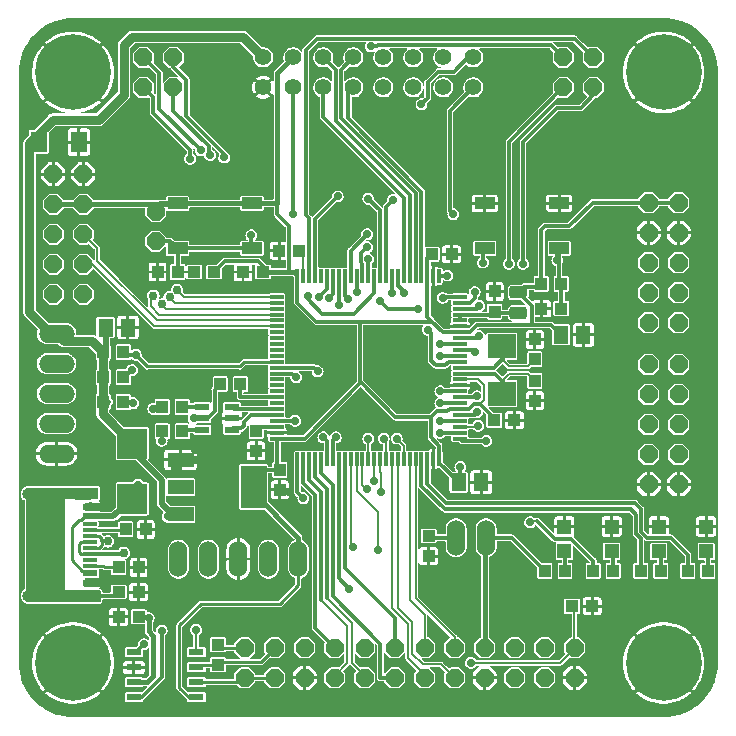
<source format=gtl>
G04 #@! TF.GenerationSoftware,KiCad,Pcbnew,(6.0.8)*
G04 #@! TF.CreationDate,2023-01-02T16:11:50+01:00*
G04 #@! TF.ProjectId,OpenFFBoard-main,4f70656e-4646-4426-9f61-72642d6d6169,1.2.4*
G04 #@! TF.SameCoordinates,Original*
G04 #@! TF.FileFunction,Copper,L1,Top*
G04 #@! TF.FilePolarity,Positive*
%FSLAX46Y46*%
G04 Gerber Fmt 4.6, Leading zero omitted, Abs format (unit mm)*
G04 Created by KiCad (PCBNEW (6.0.8)) date 2023-01-02 16:11:50*
%MOMM*%
%LPD*%
G01*
G04 APERTURE LIST*
G04 Aperture macros list*
%AMRoundRect*
0 Rectangle with rounded corners*
0 $1 Rounding radius*
0 $2 $3 $4 $5 $6 $7 $8 $9 X,Y pos of 4 corners*
0 Add a 4 corners polygon primitive as box body*
4,1,4,$2,$3,$4,$5,$6,$7,$8,$9,$2,$3,0*
0 Add four circle primitives for the rounded corners*
1,1,$1+$1,$2,$3*
1,1,$1+$1,$4,$5*
1,1,$1+$1,$6,$7*
1,1,$1+$1,$8,$9*
0 Add four rect primitives between the rounded corners*
20,1,$1+$1,$2,$3,$4,$5,0*
20,1,$1+$1,$4,$5,$6,$7,0*
20,1,$1+$1,$6,$7,$8,$9,0*
20,1,$1+$1,$8,$9,$2,$3,0*%
%AMOutline5P*
0 Free polygon, 5 corners , with rotation*
0 The origin of the aperture is its center*
0 number of corners: always 5*
0 $1 to $10 corner X, Y*
0 $11 Rotation angle, in degrees counterclockwise*
0 create outline with 5 corners*
4,1,5,$1,$2,$3,$4,$5,$6,$7,$8,$9,$10,$1,$2,$11*%
%AMOutline6P*
0 Free polygon, 6 corners , with rotation*
0 The origin of the aperture is its center*
0 number of corners: always 6*
0 $1 to $12 corner X, Y*
0 $13 Rotation angle, in degrees counterclockwise*
0 create outline with 6 corners*
4,1,6,$1,$2,$3,$4,$5,$6,$7,$8,$9,$10,$11,$12,$1,$2,$13*%
%AMOutline7P*
0 Free polygon, 7 corners , with rotation*
0 The origin of the aperture is its center*
0 number of corners: always 7*
0 $1 to $14 corner X, Y*
0 $15 Rotation angle, in degrees counterclockwise*
0 create outline with 7 corners*
4,1,7,$1,$2,$3,$4,$5,$6,$7,$8,$9,$10,$11,$12,$13,$14,$1,$2,$15*%
%AMOutline8P*
0 Free polygon, 8 corners , with rotation*
0 The origin of the aperture is its center*
0 number of corners: always 8*
0 $1 to $16 corner X, Y*
0 $17 Rotation angle, in degrees counterclockwise*
0 create outline with 8 corners*
4,1,8,$1,$2,$3,$4,$5,$6,$7,$8,$9,$10,$11,$12,$13,$14,$15,$16,$1,$2,$17*%
G04 Aperture macros list end*
G04 #@! TA.AperFunction,SMDPad,CuDef*
%ADD10R,1.000000X1.100000*%
G04 #@! TD*
G04 #@! TA.AperFunction,SMDPad,CuDef*
%ADD11R,1.300000X1.500000*%
G04 #@! TD*
G04 #@! TA.AperFunction,SMDPad,CuDef*
%ADD12R,2.400000X2.000000*%
G04 #@! TD*
G04 #@! TA.AperFunction,ComponentPad*
%ADD13Outline8P,-0.762000X0.315631X-0.315631X0.762000X0.315631X0.762000X0.762000X0.315631X0.762000X-0.315631X0.315631X-0.762000X-0.315631X-0.762000X-0.762000X-0.315631X0.000000*%
G04 #@! TD*
G04 #@! TA.AperFunction,SMDPad,CuDef*
%ADD14R,1.100000X1.000000*%
G04 #@! TD*
G04 #@! TA.AperFunction,ComponentPad*
%ADD15C,0.800000*%
G04 #@! TD*
G04 #@! TA.AperFunction,ComponentPad*
%ADD16C,6.400000*%
G04 #@! TD*
G04 #@! TA.AperFunction,ComponentPad*
%ADD17O,1.524000X3.048000*%
G04 #@! TD*
G04 #@! TA.AperFunction,SMDPad,CuDef*
%ADD18R,2.540000X2.540000*%
G04 #@! TD*
G04 #@! TA.AperFunction,SMDPad,CuDef*
%ADD19R,1.150000X0.600000*%
G04 #@! TD*
G04 #@! TA.AperFunction,SMDPad,CuDef*
%ADD20R,1.150000X0.300000*%
G04 #@! TD*
G04 #@! TA.AperFunction,ComponentPad*
%ADD21O,2.000000X1.000000*%
G04 #@! TD*
G04 #@! TA.AperFunction,ComponentPad*
%ADD22O,2.100000X1.050000*%
G04 #@! TD*
G04 #@! TA.AperFunction,SMDPad,CuDef*
%ADD23R,1.700000X1.000000*%
G04 #@! TD*
G04 #@! TA.AperFunction,SMDPad,CuDef*
%ADD24R,1.200000X1.200000*%
G04 #@! TD*
G04 #@! TA.AperFunction,ComponentPad*
%ADD25O,3.048000X1.524000*%
G04 #@! TD*
G04 #@! TA.AperFunction,SMDPad,CuDef*
%ADD26RoundRect,0.250700X0.484300X-0.294300X0.484300X0.294300X-0.484300X0.294300X-0.484300X-0.294300X0*%
G04 #@! TD*
G04 #@! TA.AperFunction,SMDPad,CuDef*
%ADD27RoundRect,0.250700X-0.484300X0.294300X-0.484300X-0.294300X0.484300X-0.294300X0.484300X0.294300X0*%
G04 #@! TD*
G04 #@! TA.AperFunction,SMDPad,CuDef*
%ADD28R,1.400000X1.800000*%
G04 #@! TD*
G04 #@! TA.AperFunction,SMDPad,CuDef*
%ADD29R,1.249800X0.589100*%
G04 #@! TD*
G04 #@! TA.AperFunction,ComponentPad*
%ADD30Outline8P,-0.762000X0.315631X-0.315631X0.762000X0.315631X0.762000X0.762000X0.315631X0.762000X-0.315631X0.315631X-0.762000X-0.315631X-0.762000X-0.762000X-0.315631X90.000000*%
G04 #@! TD*
G04 #@! TA.AperFunction,ComponentPad*
%ADD31Outline8P,-0.762000X0.315631X-0.315631X0.762000X0.315631X0.762000X0.762000X0.315631X0.762000X-0.315631X0.315631X-0.762000X-0.315631X-0.762000X-0.762000X-0.315631X180.000000*%
G04 #@! TD*
G04 #@! TA.AperFunction,SMDPad,CuDef*
%ADD32R,1.193800X0.304800*%
G04 #@! TD*
G04 #@! TA.AperFunction,SMDPad,CuDef*
%ADD33R,0.304800X1.193800*%
G04 #@! TD*
G04 #@! TA.AperFunction,ComponentPad*
%ADD34Outline8P,-0.762000X0.315631X-0.315631X0.762000X0.315631X0.762000X0.762000X0.315631X0.762000X-0.315631X0.315631X-0.762000X-0.315631X-0.762000X-0.762000X-0.315631X270.000000*%
G04 #@! TD*
G04 #@! TA.AperFunction,SMDPad,CuDef*
%ADD35R,2.235200X1.219200*%
G04 #@! TD*
G04 #@! TA.AperFunction,SMDPad,CuDef*
%ADD36R,2.200000X3.600000*%
G04 #@! TD*
G04 #@! TA.AperFunction,SMDPad,CuDef*
%ADD37R,1.300000X0.600000*%
G04 #@! TD*
G04 #@! TA.AperFunction,ComponentPad*
%ADD38C,1.422400*%
G04 #@! TD*
G04 #@! TA.AperFunction,ViaPad*
%ADD39C,0.706400*%
G04 #@! TD*
G04 #@! TA.AperFunction,ViaPad*
%ADD40C,0.756400*%
G04 #@! TD*
G04 #@! TA.AperFunction,Conductor*
%ADD41C,0.200000*%
G04 #@! TD*
G04 #@! TA.AperFunction,Conductor*
%ADD42C,0.300000*%
G04 #@! TD*
G04 #@! TA.AperFunction,Conductor*
%ADD43C,0.400000*%
G04 #@! TD*
G04 #@! TA.AperFunction,Conductor*
%ADD44C,0.500000*%
G04 #@! TD*
G04 #@! TA.AperFunction,Conductor*
%ADD45C,0.250000*%
G04 #@! TD*
G04 #@! TA.AperFunction,Conductor*
%ADD46C,0.254000*%
G04 #@! TD*
G04 #@! TA.AperFunction,Conductor*
%ADD47C,0.800000*%
G04 #@! TD*
G04 APERTURE END LIST*
D10*
X162601100Y-107803600D03*
X162601100Y-106103600D03*
D11*
X126251100Y-101603600D03*
X128151100Y-101603600D03*
D10*
X163151100Y-97903600D03*
X164851100Y-97903600D03*
X139001100Y-110353600D03*
X139001100Y-112053600D03*
D12*
X159801100Y-103203600D03*
X159801100Y-107203600D03*
D10*
X126051100Y-107903600D03*
X127751100Y-107903600D03*
D13*
X165011100Y-81273600D03*
X165011100Y-78733600D03*
X167551100Y-81273600D03*
X167551100Y-78733600D03*
X130501100Y-94303600D03*
D10*
X126051100Y-105803600D03*
X127751100Y-105803600D03*
X173251100Y-122203600D03*
X171551100Y-122203600D03*
D14*
X164851100Y-100003600D03*
X163151100Y-100003600D03*
D13*
X129461900Y-81273600D03*
X129461900Y-78733600D03*
X132001900Y-81273600D03*
X132001900Y-78733600D03*
D10*
X132351100Y-96903600D03*
X130651100Y-96903600D03*
D15*
X121804044Y-78306544D03*
X125198156Y-78306544D03*
X123501100Y-82403600D03*
X121101100Y-80003600D03*
X121804044Y-81700656D03*
X123501100Y-77603600D03*
D16*
X123501100Y-80003600D03*
D15*
X125901100Y-80003600D03*
X125198156Y-81700656D03*
D17*
X132421100Y-121203600D03*
X134961100Y-121203600D03*
X137501100Y-121203600D03*
X140041100Y-121203600D03*
X142581100Y-121203600D03*
D18*
X128501100Y-116123100D03*
X128501100Y-111424100D03*
D14*
X153851100Y-95403600D03*
X155551100Y-95403600D03*
X159161100Y-109463600D03*
X160861100Y-109463600D03*
D10*
X129651100Y-118703600D03*
X127951100Y-118703600D03*
D19*
X124956100Y-116803600D03*
X124956100Y-117603600D03*
D20*
X124956100Y-118753600D03*
X124956100Y-119753600D03*
X124956100Y-120253600D03*
X124956100Y-121253600D03*
D19*
X124956100Y-122403600D03*
X124956100Y-123203600D03*
X124956100Y-123203600D03*
X124956100Y-122403600D03*
D20*
X124956100Y-121753600D03*
X124956100Y-120753600D03*
X124956100Y-119253600D03*
X124956100Y-118253600D03*
D19*
X124956100Y-117603600D03*
X124956100Y-116803600D03*
D21*
X120201100Y-115683600D03*
D22*
X124381100Y-115683600D03*
D21*
X120201100Y-124323600D03*
D22*
X124381100Y-124323600D03*
D23*
X138651100Y-91103600D03*
X132351100Y-91103600D03*
X138651100Y-94903600D03*
X132351100Y-94903600D03*
D14*
X165751100Y-125203600D03*
X167451100Y-125203600D03*
D10*
X162601100Y-102603600D03*
X162601100Y-104303600D03*
D24*
X177101100Y-120553600D03*
X177101100Y-118453600D03*
X165101100Y-120553600D03*
X165101100Y-118453600D03*
D25*
X122101100Y-102123600D03*
X122101100Y-104663600D03*
X122101100Y-107203600D03*
X122101100Y-109743600D03*
X122101100Y-112283600D03*
D15*
X123501100Y-127603600D03*
X121101100Y-130003600D03*
X125901100Y-130003600D03*
X123501100Y-132403600D03*
X121804044Y-131700656D03*
X121804044Y-128306544D03*
X125198156Y-131700656D03*
D16*
X123501100Y-130003600D03*
D15*
X125198156Y-128306544D03*
D26*
X161201100Y-98638600D03*
D27*
X161201100Y-100368600D03*
D10*
X177251100Y-122203600D03*
X175551100Y-122203600D03*
D28*
X124001100Y-85903600D03*
X120601100Y-85903600D03*
D24*
X169101100Y-120553600D03*
X169101100Y-118453600D03*
D23*
X164651100Y-91103600D03*
X158351100Y-91103600D03*
X164651100Y-94903600D03*
X158351100Y-94903600D03*
D14*
X142651100Y-95103600D03*
X140951100Y-95103600D03*
D10*
X132751100Y-108303600D03*
X131051100Y-108303600D03*
D17*
X158471100Y-119403600D03*
X155931100Y-119403600D03*
D10*
X126051100Y-103703600D03*
X127751100Y-103703600D03*
D15*
X171804044Y-81700656D03*
X171101100Y-80003600D03*
D16*
X173501100Y-80003600D03*
D15*
X173501100Y-77603600D03*
X171804044Y-78306544D03*
X175901100Y-80003600D03*
X175198156Y-81700656D03*
X173501100Y-82403600D03*
X175198156Y-78306544D03*
D10*
X169251100Y-122203600D03*
X167551100Y-122203600D03*
D29*
X136957400Y-110253600D03*
X136957400Y-109303600D03*
X136957400Y-108353600D03*
X134444800Y-108353600D03*
X134444800Y-109303600D03*
X134444800Y-110253600D03*
D30*
X124371100Y-98783600D03*
X121831100Y-98783600D03*
X124371100Y-96243600D03*
X121831100Y-96243600D03*
X124371100Y-93703600D03*
X121831100Y-93703600D03*
X124371100Y-91163600D03*
X121831100Y-91163600D03*
X124371100Y-88623600D03*
X121831100Y-88623600D03*
D24*
X173101100Y-120553600D03*
X173101100Y-118453600D03*
D10*
X159201100Y-98553600D03*
X159201100Y-100253600D03*
D31*
X165971100Y-128733600D03*
X165971100Y-131273600D03*
X163431100Y-128733600D03*
X163431100Y-131273600D03*
X160891100Y-128733600D03*
X160891100Y-131273600D03*
X158351100Y-128733600D03*
X158351100Y-131273600D03*
X155811100Y-128733600D03*
X155811100Y-131273600D03*
X153271100Y-128733600D03*
X153271100Y-131273600D03*
X150731100Y-128733600D03*
X150731100Y-131273600D03*
X148191100Y-128733600D03*
X148191100Y-131273600D03*
X145651100Y-128733600D03*
X145651100Y-131273600D03*
X143111100Y-128733600D03*
X143111100Y-131273600D03*
X140571100Y-128733600D03*
X140571100Y-131273600D03*
X138031100Y-128733600D03*
X138031100Y-131273600D03*
D14*
X153601100Y-119253600D03*
X153601100Y-120953600D03*
D13*
X130501100Y-91803600D03*
D32*
X156251100Y-111003600D03*
X156251100Y-110503600D03*
X156251100Y-110003600D03*
X156251100Y-109503600D03*
X156251100Y-109003600D03*
X156251100Y-108503600D03*
X156251100Y-108003600D03*
X156251100Y-107503600D03*
X156251100Y-107003600D03*
X156251100Y-106503600D03*
X156251100Y-106003600D03*
X156251100Y-105503600D03*
X156251100Y-105003600D03*
X156251100Y-104503600D03*
X156251100Y-104003600D03*
X156251100Y-103503600D03*
X156251100Y-103003600D03*
X156251100Y-102503600D03*
X156251100Y-102003600D03*
X156251100Y-101503600D03*
X156251100Y-101003600D03*
X156251100Y-100503600D03*
X156251100Y-100003600D03*
X156251100Y-99503600D03*
X156251100Y-99003600D03*
D33*
X154501100Y-97253600D03*
X154001100Y-97253600D03*
X153501100Y-97253600D03*
X153001100Y-97253600D03*
X152501100Y-97253600D03*
X152001100Y-97253600D03*
X151501100Y-97253600D03*
X151001100Y-97253600D03*
X150501100Y-97253600D03*
X150001100Y-97253600D03*
X149501100Y-97253600D03*
X149001100Y-97253600D03*
X148501100Y-97253600D03*
X148001100Y-97253600D03*
X147501100Y-97253600D03*
X147001100Y-97253600D03*
X146501100Y-97253600D03*
X146001100Y-97253600D03*
X145501100Y-97253600D03*
X145001100Y-97253600D03*
X144501100Y-97253600D03*
X144001100Y-97253600D03*
X143501100Y-97253600D03*
X143001100Y-97253600D03*
X142501100Y-97253600D03*
D32*
X140751100Y-99003600D03*
X140751100Y-99503600D03*
X140751100Y-100003600D03*
X140751100Y-100503600D03*
X140751100Y-101003600D03*
X140751100Y-101503600D03*
X140751100Y-102003600D03*
X140751100Y-102503600D03*
X140751100Y-103003600D03*
X140751100Y-103503600D03*
X140751100Y-104003600D03*
X140751100Y-104503600D03*
X140751100Y-105003600D03*
X140751100Y-105503600D03*
X140751100Y-106003600D03*
X140751100Y-106503600D03*
X140751100Y-107003600D03*
X140751100Y-107503600D03*
X140751100Y-108003600D03*
X140751100Y-108503600D03*
X140751100Y-109003600D03*
X140751100Y-109503600D03*
X140751100Y-110003600D03*
X140751100Y-110503600D03*
X140751100Y-111003600D03*
D33*
X142501100Y-112753600D03*
X143001100Y-112753600D03*
X143501100Y-112753600D03*
X144001100Y-112753600D03*
X144501100Y-112753600D03*
X145001100Y-112753600D03*
X145501100Y-112753600D03*
X146001100Y-112753600D03*
X146501100Y-112753600D03*
X147001100Y-112753600D03*
X147501100Y-112753600D03*
X148001100Y-112753600D03*
X148501100Y-112753600D03*
X149001100Y-112753600D03*
X149501100Y-112753600D03*
X150001100Y-112753600D03*
X150501100Y-112753600D03*
X151001100Y-112753600D03*
X151501100Y-112753600D03*
X152001100Y-112753600D03*
X152501100Y-112753600D03*
X153001100Y-112753600D03*
X153501100Y-112753600D03*
X154001100Y-112753600D03*
X154501100Y-112753600D03*
D14*
X139591100Y-96903600D03*
X137891100Y-96903600D03*
D34*
X172231100Y-104723600D03*
X174771100Y-104723600D03*
X172231100Y-107263600D03*
X174771100Y-107263600D03*
X172231100Y-109803600D03*
X174771100Y-109803600D03*
X172231100Y-112343600D03*
X174771100Y-112343600D03*
X172231100Y-114883600D03*
X174771100Y-114883600D03*
D14*
X127351100Y-126103600D03*
X129051100Y-126103600D03*
D34*
X172231100Y-91023600D03*
X174771100Y-91023600D03*
X172231100Y-93563600D03*
X174771100Y-93563600D03*
X172231100Y-96103600D03*
X174771100Y-96103600D03*
X172231100Y-98643600D03*
X174771100Y-98643600D03*
X172231100Y-101183600D03*
X174771100Y-101183600D03*
D10*
X141001100Y-113653600D03*
X141001100Y-115353600D03*
D15*
X173501100Y-132403600D03*
X175198156Y-131700656D03*
X171804044Y-131700656D03*
X171804044Y-128306544D03*
X175198156Y-128306544D03*
X171101100Y-130003600D03*
X173501100Y-127603600D03*
D16*
X173501100Y-130003600D03*
D15*
X175901100Y-130003600D03*
D35*
X132602300Y-112792200D03*
X132602300Y-115103600D03*
X132602300Y-117415000D03*
D36*
X138800100Y-115103600D03*
D11*
X164811100Y-102213600D03*
X166711100Y-102213600D03*
D10*
X137651100Y-106403600D03*
X135951100Y-106403600D03*
D14*
X127351100Y-124003600D03*
X129051100Y-124003600D03*
D10*
X165151100Y-122203600D03*
X163451100Y-122203600D03*
X127351100Y-121903600D03*
X129051100Y-121903600D03*
D14*
X135801100Y-130153600D03*
X135801100Y-128453600D03*
D37*
X128651100Y-129098600D03*
X128651100Y-130368600D03*
X128651100Y-131638600D03*
X128651100Y-132908600D03*
X133951100Y-132908600D03*
X133951100Y-131638600D03*
X133951100Y-130368600D03*
X133951100Y-129098600D03*
D10*
X132751100Y-110403600D03*
X131051100Y-110403600D03*
D11*
X156151100Y-114703600D03*
X158051100Y-114703600D03*
D38*
X139611100Y-81273600D03*
X139611100Y-78733600D03*
X142151100Y-81273600D03*
X142151100Y-78733600D03*
X144691100Y-81273600D03*
X144691100Y-78733600D03*
X147231100Y-81273600D03*
X147231100Y-78733600D03*
X149771100Y-81273600D03*
X149771100Y-78733600D03*
X152311100Y-81273600D03*
X152311100Y-78733600D03*
X154851100Y-81273600D03*
X154851100Y-78733600D03*
X157391100Y-81273600D03*
X157391100Y-78733600D03*
D14*
X133751100Y-96903600D03*
X135451100Y-96903600D03*
D39*
X147501100Y-109003600D03*
X148501100Y-101903600D03*
X131701100Y-103203600D03*
X133301100Y-127803600D03*
X165101100Y-105503600D03*
X166401100Y-118903600D03*
X135501100Y-92003600D03*
X133801100Y-112003600D03*
X137301100Y-85703600D03*
X132101100Y-113503600D03*
X151901100Y-105403600D03*
X130701100Y-86903600D03*
X149501100Y-106003600D03*
X157801100Y-112003600D03*
X163801100Y-85903600D03*
X126101100Y-123203600D03*
X163501100Y-92003600D03*
X146501100Y-106003600D03*
X164301100Y-114403600D03*
X143301100Y-102803600D03*
X130701100Y-87903600D03*
X131901100Y-132403600D03*
X152901100Y-107403600D03*
X154501100Y-100503600D03*
X145101100Y-93603600D03*
X135701100Y-111203600D03*
X146701100Y-91303600D03*
X136501100Y-92503600D03*
X156601100Y-93003600D03*
X135501100Y-115003600D03*
X134501100Y-92503600D03*
X157601100Y-122403600D03*
X136001100Y-102403600D03*
X160101100Y-80303600D03*
X162501100Y-112503600D03*
X129701100Y-87903600D03*
X156601100Y-97203600D03*
X133901100Y-112803600D03*
X160501100Y-122303600D03*
X138801100Y-118003600D03*
X141801100Y-115503600D03*
X154901100Y-76503600D03*
X154601100Y-114603600D03*
X160801100Y-115503600D03*
X129701100Y-86903600D03*
X130801100Y-103203600D03*
X119401100Y-101603600D03*
X136801100Y-98203600D03*
X142101100Y-76503600D03*
X156301100Y-113403600D03*
X164501100Y-95903600D03*
X153520900Y-101803600D03*
X142101100Y-92003600D03*
X149501100Y-99373400D03*
X158201100Y-96103600D03*
X152701100Y-100003600D03*
X143401100Y-98903600D03*
X138601100Y-93803600D03*
X149301100Y-120403600D03*
X157201100Y-130003600D03*
X133701100Y-109303600D03*
X129001100Y-114903600D03*
X129901100Y-126203600D03*
X131501100Y-117603600D03*
D40*
X127801100Y-120685800D03*
D39*
X131001100Y-111203600D03*
D40*
X126445900Y-119703600D03*
D39*
X130296718Y-108499218D03*
X150901100Y-111003600D03*
X154601100Y-107003600D03*
X157701100Y-107423400D03*
X154601100Y-108003600D03*
X157701100Y-108763000D03*
X154601100Y-109503600D03*
X157801100Y-109923400D03*
X154601100Y-110503600D03*
X158501100Y-111203600D03*
X155201100Y-97203600D03*
X154801100Y-99103600D03*
X157901100Y-102323400D03*
X154601100Y-103003600D03*
X157501100Y-103703600D03*
X154601100Y-104003600D03*
X149801100Y-111003600D03*
X149601100Y-115503600D03*
X149001100Y-114603600D03*
X148401100Y-115303600D03*
X146901100Y-123703600D03*
X128801100Y-103903600D03*
X128501100Y-105203600D03*
X142401100Y-105803600D03*
X144201100Y-105303600D03*
X128601100Y-108003600D03*
D40*
X130301100Y-98903600D03*
X131051775Y-99652925D03*
X131676437Y-99028262D03*
X132301100Y-98403600D03*
D39*
X144290834Y-99013865D03*
X133420900Y-87303600D03*
X145201100Y-99103600D03*
X134301100Y-86603600D03*
X146790834Y-99213865D03*
X135101100Y-87003600D03*
X147501100Y-98603600D03*
X136301100Y-87203600D03*
X150601100Y-90803600D03*
X148501100Y-90703600D03*
X148401100Y-94803600D03*
X148401100Y-93703600D03*
X151501100Y-98703600D03*
X150501100Y-98703600D03*
X155701100Y-92003600D03*
X146001100Y-99703600D03*
X148501100Y-95803600D03*
X153001100Y-82703600D03*
X157501100Y-98603600D03*
X160401100Y-96203600D03*
X145901100Y-90503600D03*
X148701100Y-77803600D03*
X161601100Y-96203600D03*
X157901100Y-99773400D03*
X142301100Y-109503600D03*
X143001100Y-116058800D03*
X162201100Y-118103600D03*
X148501100Y-111003600D03*
X131001100Y-127273400D03*
X144701100Y-110903600D03*
X145734500Y-110903600D03*
X129501100Y-128403600D03*
X133901100Y-127203600D03*
X147201100Y-120203600D03*
D41*
X160401100Y-105503600D02*
X162001100Y-105503600D01*
X162001100Y-105503600D02*
X162601100Y-106103600D01*
D42*
X159301100Y-105603600D02*
X159801100Y-106103600D01*
X159201100Y-105503600D02*
X159301100Y-105603600D01*
D43*
X159801100Y-107203600D02*
X159801100Y-106103600D01*
D42*
X156251100Y-105503600D02*
X159201100Y-105503600D01*
D41*
X159801100Y-106103600D02*
X160401100Y-105503600D01*
D42*
X156251100Y-105003600D02*
X159101100Y-105003600D01*
D41*
X162601100Y-104303600D02*
X162001100Y-104903600D01*
X160401100Y-104903600D02*
X159801100Y-104303600D01*
X160401100Y-104903600D02*
X162001100Y-104903600D01*
D42*
X159101100Y-105003600D02*
X159801100Y-104303600D01*
D43*
X159801100Y-103203600D02*
X159801100Y-104303600D01*
D41*
X156230500Y-102024200D02*
X156251100Y-102003600D01*
D42*
X139850100Y-113653600D02*
X138800100Y-114703600D01*
X142501100Y-99503600D02*
X142501100Y-97253600D01*
D43*
X138651100Y-91103600D02*
X140801100Y-91103600D01*
D44*
X130871100Y-91163600D02*
X132291100Y-91163600D01*
D42*
X138800100Y-115103600D02*
X138800100Y-114703600D01*
X160651100Y-119403600D02*
X158471100Y-119403600D01*
D41*
X153851100Y-95403600D02*
X153501100Y-95753600D01*
D42*
X153801100Y-109203600D02*
X153801100Y-110903600D01*
X131141100Y-91163600D02*
X132291100Y-91163600D01*
X159161100Y-109263600D02*
X157971265Y-108073765D01*
X153901100Y-101103600D02*
X154821700Y-102024200D01*
X156301100Y-113403600D02*
X156301100Y-114553600D01*
X147851100Y-106253600D02*
X150801100Y-109203600D01*
X153801100Y-110903600D02*
X154501100Y-111603600D01*
X136351100Y-96003600D02*
X139201100Y-96003600D01*
X154501100Y-112753600D02*
X154501100Y-113053600D01*
X164811100Y-102213600D02*
X164001100Y-101403600D01*
X147801100Y-101122887D02*
X147789012Y-101110800D01*
D43*
X140801100Y-80083600D02*
X140801100Y-91103600D01*
D42*
X156251100Y-102003600D02*
X157101100Y-102003600D01*
X153501100Y-97253600D02*
X153501100Y-100703600D01*
X141778100Y-92980600D02*
X140801100Y-92003600D01*
X165501100Y-93003600D02*
X163501100Y-93003600D01*
D43*
X139591100Y-96903600D02*
X141778100Y-96903600D01*
D42*
X162324100Y-99761600D02*
X161201100Y-98638600D01*
X153901100Y-101103600D02*
X147796212Y-101103600D01*
X163501100Y-93003600D02*
X163151100Y-93353600D01*
X150801100Y-109203600D02*
X153801100Y-109203600D01*
X157421425Y-108103600D02*
X157021425Y-108503600D01*
D45*
X134301100Y-125003600D02*
X141001100Y-125003600D01*
D42*
X139201100Y-96003600D02*
X139591100Y-96393600D01*
X147801100Y-106303600D02*
X147851100Y-106253600D01*
D43*
X158476100Y-119408600D02*
X158351100Y-119533600D01*
D42*
X130501100Y-91803600D02*
X131141100Y-91163600D01*
X162324100Y-101280600D02*
X162324100Y-99761600D01*
D43*
X158476100Y-119408600D02*
X158471100Y-119403600D01*
D41*
X159161100Y-109463600D02*
X159161100Y-109263600D01*
D42*
X144101100Y-101103600D02*
X142501100Y-99503600D01*
X140801100Y-113453600D02*
X141001100Y-113653600D01*
D45*
X142581100Y-123423600D02*
X142581100Y-121203600D01*
D43*
X158351100Y-128733600D02*
X158351100Y-119533600D01*
D42*
X139591100Y-96393600D02*
X139591100Y-96903600D01*
D45*
X132501100Y-126803600D02*
X134301100Y-125003600D01*
D42*
X143101100Y-111003600D02*
X147801100Y-106303600D01*
X154501100Y-113053600D02*
X156151100Y-114703600D01*
D43*
X124371100Y-91163600D02*
X132291100Y-91163600D01*
D42*
X155201100Y-108703600D02*
X154301100Y-108703600D01*
D45*
X132501100Y-132103600D02*
X132501100Y-126803600D01*
X133951100Y-132908600D02*
X133306100Y-132908600D01*
D41*
X158301100Y-106503600D02*
X158301100Y-107743931D01*
D42*
X147789012Y-101110800D02*
X147781812Y-101103600D01*
D43*
X142151100Y-78733600D02*
X140801100Y-80083600D01*
D42*
X172231100Y-91023600D02*
X167481100Y-91023600D01*
X140801100Y-111003600D02*
X140801100Y-113453600D01*
X157941431Y-108103600D02*
X157421425Y-108103600D01*
D43*
X138800100Y-115103600D02*
X138800100Y-115603600D01*
D42*
X157101100Y-102003600D02*
X157701100Y-101403600D01*
X154501100Y-111603600D02*
X154501100Y-112753600D01*
D41*
X156251100Y-106003600D02*
X157801100Y-106003600D01*
D42*
X163151100Y-98138600D02*
X161701100Y-98138600D01*
X147781812Y-101103600D02*
X144101100Y-101103600D01*
D45*
X141001100Y-125003600D02*
X142581100Y-123423600D01*
D42*
X163151100Y-98138600D02*
X163151100Y-97903600D01*
X154301100Y-108703600D02*
X153801100Y-109203600D01*
X141778100Y-96903600D02*
X141778100Y-92980600D01*
X156301100Y-114553600D02*
X156151100Y-114703600D01*
X140751100Y-111003600D02*
X140798534Y-111051034D01*
D41*
X157801100Y-106003600D02*
X158301100Y-106503600D01*
D43*
X141778100Y-96903600D02*
X142151100Y-96903600D01*
D42*
X167481100Y-91023600D02*
X165501100Y-93003600D01*
D41*
X158301100Y-107743931D02*
X157971265Y-108073765D01*
D42*
X153501100Y-100703600D02*
X153901100Y-101103600D01*
X135451100Y-96903600D02*
X136351100Y-96003600D01*
X164001100Y-101403600D02*
X162201100Y-101403600D01*
X140801100Y-92003600D02*
X140801100Y-91103600D01*
X153501100Y-95753600D02*
X153501100Y-97253600D01*
D43*
X142581100Y-119384600D02*
X138800100Y-115603600D01*
D42*
X161201100Y-98638600D02*
X161701100Y-98138600D01*
X163151100Y-93353600D02*
X163151100Y-97903600D01*
X157021425Y-108503600D02*
X156251100Y-108503600D01*
X140751100Y-111003600D02*
X143101100Y-111003600D01*
X174771100Y-91023600D02*
X172231100Y-91023600D01*
X163451100Y-122203600D02*
X160651100Y-119403600D01*
X147796212Y-101103600D02*
X147789012Y-101110800D01*
X142151100Y-96903600D02*
X142501100Y-97253600D01*
X162201100Y-101403600D02*
X162324100Y-101280600D01*
X155401100Y-108503600D02*
X155201100Y-108703600D01*
D43*
X142581100Y-119384600D02*
X142581100Y-121203600D01*
D42*
X156251100Y-108503600D02*
X155401100Y-108503600D01*
X140751100Y-111003600D02*
X140801100Y-111003600D01*
D43*
X132351100Y-91103600D02*
X138651100Y-91103600D01*
D42*
X147801100Y-106303600D02*
X147801100Y-101122887D01*
X157701100Y-101403600D02*
X162201100Y-101403600D01*
X139850100Y-113653600D02*
X141001100Y-113653600D01*
D43*
X121831100Y-91163600D02*
X124371100Y-91163600D01*
D41*
X157971265Y-108073765D02*
X157941431Y-108103600D01*
D43*
X132291100Y-91163600D02*
X132351100Y-91103600D01*
D45*
X133306100Y-132908600D02*
X132501100Y-132103600D01*
D42*
X154821700Y-102024200D02*
X156230500Y-102024200D01*
X164501100Y-95053600D02*
X164501100Y-95903600D01*
X164651100Y-97703600D02*
X164651100Y-94903600D01*
X155001100Y-104803600D02*
X154201100Y-104803600D01*
X164851100Y-97903600D02*
X164651100Y-97703600D01*
X164651100Y-94903600D02*
X164501100Y-95053600D01*
X156251100Y-104503600D02*
X155301100Y-104503600D01*
X153820900Y-102103600D02*
X153820900Y-104423400D01*
X155301100Y-104503600D02*
X155001100Y-104803600D01*
X164851100Y-97903600D02*
X164851100Y-100003600D01*
X158201100Y-96103600D02*
X158201100Y-95053600D01*
D41*
X158201100Y-95053600D02*
X158351100Y-94903600D01*
D42*
X153520900Y-101803600D02*
X153820900Y-102103600D01*
X154201100Y-104803600D02*
X153820900Y-104423400D01*
X142151100Y-91953600D02*
X142101100Y-92003600D01*
X150131300Y-100003600D02*
X152701100Y-100003600D01*
X149501100Y-99373400D02*
X150131300Y-100003600D01*
X142151100Y-81273600D02*
X142151100Y-91953600D01*
X138601100Y-94853600D02*
X138651100Y-94903600D01*
X130501100Y-94303600D02*
X131751100Y-94303600D01*
D41*
X133751100Y-96903600D02*
X132351100Y-96903600D01*
D42*
X144619531Y-100433800D02*
X143401100Y-99215368D01*
X147262137Y-100433800D02*
X144619531Y-100433800D01*
X149001100Y-97253600D02*
X149001100Y-98694837D01*
X149001100Y-98694837D02*
X147262137Y-100433800D01*
X132351100Y-94903600D02*
X132351100Y-96903600D01*
X138601100Y-93803600D02*
X138601100Y-94853600D01*
X131751100Y-94303600D02*
X132351100Y-94903600D01*
X143401100Y-98903600D02*
X143401100Y-99215368D01*
X132351100Y-94903600D02*
X138651100Y-94903600D01*
X159316100Y-100368600D02*
X159201100Y-100253600D01*
X159316100Y-100368600D02*
X161201100Y-100368600D01*
D41*
X156301100Y-100553600D02*
X156251100Y-100603600D01*
D42*
X156251100Y-101003600D02*
X156251100Y-100603600D01*
X158901100Y-100553600D02*
X156301100Y-100553600D01*
D41*
X159201100Y-100253600D02*
X158901100Y-100553600D01*
X156251100Y-101003600D02*
X156251100Y-100503600D01*
X157201100Y-130003600D02*
X164701100Y-130003600D01*
X165951100Y-125403600D02*
X165951100Y-128733600D01*
X165971100Y-128733600D02*
X165951100Y-128733600D01*
X164701100Y-130003600D02*
X165971100Y-128733600D01*
X165951100Y-125403600D02*
X165751100Y-125203600D01*
X149301100Y-117203600D02*
X149301100Y-120403600D01*
X149301100Y-117203600D02*
X147501100Y-115403600D01*
X147501100Y-112753600D02*
X147501100Y-115403600D01*
D42*
X127351100Y-124003600D02*
X127031100Y-124323600D01*
X127031100Y-124323600D02*
X124381100Y-124323600D01*
D46*
X124756100Y-122203600D02*
X124297017Y-122203600D01*
X124021167Y-117895601D02*
X124205016Y-117895601D01*
D42*
X129001100Y-114903600D02*
X129001100Y-115623100D01*
D46*
X124956100Y-122403600D02*
X124756100Y-122203600D01*
X124205016Y-117895601D02*
X124497017Y-117603600D01*
D42*
X134901100Y-109303600D02*
X133701100Y-109303600D01*
D44*
X128401100Y-116123100D02*
X128501100Y-116123100D01*
D46*
X123401100Y-118515668D02*
X124021167Y-117895601D01*
D42*
X135501100Y-106853600D02*
X135501100Y-108703600D01*
X135501100Y-106853600D02*
X135951100Y-106403600D01*
D44*
X124956100Y-117603600D02*
X126920600Y-117603600D01*
D46*
X124497017Y-117603600D02*
X124956100Y-117603600D01*
D42*
X135501100Y-108703600D02*
X134901100Y-109303600D01*
D44*
X128401100Y-116123100D02*
X126920600Y-117603600D01*
D43*
X134444800Y-109303600D02*
X133701100Y-109303600D01*
D46*
X124297017Y-122203600D02*
X123401100Y-121307683D01*
X123401100Y-121307683D02*
X123401100Y-118515668D01*
D42*
X128501100Y-116123100D02*
X129001100Y-115623100D01*
D46*
X127901100Y-118753600D02*
X127951100Y-118703600D01*
X124956100Y-118753600D02*
X127901100Y-118753600D01*
D42*
X129901100Y-126203600D02*
X129901100Y-126103600D01*
D44*
X131902300Y-117415000D02*
X131002300Y-116515000D01*
X126051100Y-107903600D02*
X126501100Y-107903600D01*
X131002300Y-114515000D02*
X128501100Y-112013800D01*
D47*
X127801100Y-81903600D02*
X125701100Y-84003600D01*
X125071100Y-102723600D02*
X122701100Y-102723600D01*
D43*
X130301100Y-131103600D02*
X130301100Y-127703600D01*
D47*
X127801100Y-77703600D02*
X127801100Y-81903600D01*
D44*
X126501100Y-107903600D02*
X126001100Y-108403600D01*
D43*
X129766100Y-131638600D02*
X130301100Y-131103600D01*
X130301100Y-127703600D02*
X129901100Y-127303600D01*
D42*
X129051100Y-126103600D02*
X129801100Y-126103600D01*
D44*
X132602300Y-117415000D02*
X131902300Y-117415000D01*
X131002300Y-116515000D02*
X131002300Y-114515000D01*
D47*
X126001100Y-108924100D02*
X128501100Y-111424100D01*
D44*
X126251100Y-101603600D02*
X126251100Y-103503600D01*
D43*
X128651100Y-131638600D02*
X129766100Y-131638600D01*
D47*
X128511100Y-76993600D02*
X127801100Y-77703600D01*
X137871100Y-76993600D02*
X139611100Y-78733600D01*
D43*
X129901100Y-127303600D02*
X129901100Y-126203600D01*
D47*
X125071100Y-102723600D02*
X126051100Y-103703600D01*
X126001100Y-108403600D02*
X126001100Y-108924100D01*
D42*
X129801100Y-126103600D02*
X129901100Y-126203600D01*
D47*
X137871100Y-76993600D02*
X128511100Y-76993600D01*
X126051100Y-105803600D02*
X126051100Y-107903600D01*
X122101100Y-102123600D02*
X122701100Y-102723600D01*
D44*
X128501100Y-112013800D02*
X128501100Y-111424100D01*
X126251100Y-103503600D02*
X126051100Y-103703600D01*
D47*
X119812671Y-100315171D02*
X121621100Y-102123600D01*
D44*
X120601100Y-85903600D02*
X120512671Y-85992028D01*
X120512671Y-85992028D02*
X119812671Y-85992028D01*
D43*
X131501100Y-117603600D02*
X131689700Y-117415000D01*
X131689700Y-117415000D02*
X132602300Y-117415000D01*
D47*
X126051100Y-103703600D02*
X126051100Y-105803600D01*
D44*
X126001100Y-108403600D02*
X125961100Y-108443600D01*
D47*
X122101100Y-102123600D02*
X121621100Y-102123600D01*
X121801100Y-84003600D02*
X119812671Y-85992028D01*
X119812671Y-85992028D02*
X119812671Y-100315171D01*
X125701100Y-84003600D02*
X121801100Y-84003600D01*
D46*
X124151100Y-120753600D02*
X124001100Y-120603600D01*
D42*
X124956100Y-120753600D02*
X127733300Y-120753600D01*
D46*
X124151100Y-119753600D02*
X124956100Y-119753600D01*
D42*
X127733300Y-120753600D02*
X127801100Y-120685800D01*
D46*
X124001100Y-119903600D02*
X124151100Y-119753600D01*
D42*
X131001100Y-111203600D02*
X131001100Y-110403600D01*
X131051100Y-110403600D02*
X131001100Y-110403600D01*
D46*
X124001100Y-120603600D02*
X124001100Y-119903600D01*
X124956100Y-120753600D02*
X124151100Y-120753600D01*
D42*
X130492337Y-108303600D02*
X131051100Y-108303600D01*
D46*
X125740312Y-120253600D02*
X124956100Y-120253600D01*
D42*
X130296718Y-108499218D02*
X130492337Y-108303600D01*
X126445900Y-119703600D02*
X125985100Y-119703600D01*
D46*
X125985100Y-119498387D02*
X125740312Y-119253600D01*
X125985100Y-120008812D02*
X125740312Y-120253600D01*
X125985100Y-119703600D02*
X125985100Y-120008812D01*
X125985100Y-119498387D02*
X125985100Y-119703600D01*
X124956100Y-119253600D02*
X125740312Y-119253600D01*
X127351100Y-121903600D02*
X126190312Y-121903600D01*
X126190312Y-121903600D02*
X126040312Y-121753600D01*
X126040312Y-121753600D02*
X124956100Y-121753600D01*
D41*
X151501100Y-111603600D02*
X150901100Y-111003600D01*
X151501100Y-112753600D02*
X151501100Y-111603600D01*
D42*
X153751100Y-119403600D02*
X153601100Y-119253600D01*
X155931100Y-119403600D02*
X153751100Y-119403600D01*
X154601100Y-107003600D02*
X156251100Y-107003600D01*
X156251100Y-107503600D02*
X157620900Y-107503600D01*
D41*
X157620900Y-107503600D02*
X157701100Y-107423400D01*
D42*
X154601100Y-108003600D02*
X156251100Y-108003600D01*
X156251100Y-109003600D02*
X157521425Y-109003600D01*
X157701100Y-108823925D02*
X157521425Y-109003600D01*
D41*
X157701100Y-108823925D02*
X157701100Y-108763000D01*
D42*
X154601100Y-109503600D02*
X156251100Y-109503600D01*
D41*
X156251100Y-110003600D02*
X157720900Y-110003600D01*
X157720900Y-110003600D02*
X157801100Y-109923400D01*
D42*
X154601100Y-110503600D02*
X156251100Y-110503600D01*
X156251100Y-111003600D02*
X156451100Y-111203600D01*
X158501100Y-111203600D02*
X156451100Y-111203600D01*
X154501100Y-97253600D02*
X155151100Y-97253600D01*
D41*
X155151100Y-97253600D02*
X155201100Y-97203600D01*
X156230500Y-99024200D02*
X156251100Y-99003600D01*
D42*
X154801100Y-99103600D02*
X154980775Y-99103600D01*
X155060175Y-99024200D02*
X156230500Y-99024200D01*
X155060175Y-99024200D02*
X154980775Y-99103600D01*
X157720900Y-102503600D02*
X157901100Y-102323400D01*
X156251100Y-102503600D02*
X157720900Y-102503600D01*
X156251100Y-103003600D02*
X154601100Y-103003600D01*
X157501100Y-103703600D02*
X157301100Y-103503600D01*
X157301100Y-103503600D02*
X156251100Y-103503600D01*
X156251100Y-104003600D02*
X154601100Y-104003600D01*
D41*
X150001100Y-112753600D02*
X150001100Y-111203600D01*
X150001100Y-111203600D02*
X149801100Y-111003600D01*
X149501100Y-112753600D02*
X149501100Y-113853600D01*
X149601100Y-113953600D02*
X149601100Y-115503600D01*
X149601100Y-113953600D02*
X149501100Y-113853600D01*
X149001100Y-112753600D02*
X149001100Y-114603600D01*
X148001100Y-114903600D02*
X148401100Y-115303600D01*
X148001100Y-112753600D02*
X148001100Y-114903600D01*
X155819334Y-127821834D02*
X155819334Y-128725365D01*
X155819334Y-128725365D02*
X155811100Y-128733600D01*
X155819334Y-127821834D02*
X152501100Y-124503600D01*
X152501100Y-112753600D02*
X152501100Y-124503600D01*
X154660100Y-130122600D02*
X153111437Y-130122600D01*
X152201100Y-129212262D02*
X153111437Y-130122600D01*
X155811100Y-131273600D02*
X154660100Y-130122600D01*
X152201100Y-126553600D02*
X151001100Y-125353600D01*
X151001100Y-112753600D02*
X151001100Y-125353600D01*
X152201100Y-126553600D02*
X152201100Y-129212262D01*
X152001100Y-112753600D02*
X152001100Y-124643600D01*
X153280462Y-125922962D02*
X152001100Y-124643600D01*
X153280462Y-128724237D02*
X153271100Y-128733600D01*
X153280462Y-125922962D02*
X153280462Y-128724237D01*
X151870100Y-129622600D02*
X151870100Y-126723937D01*
X153271100Y-131023600D02*
X151870100Y-129622600D01*
X153271100Y-131273600D02*
X153271100Y-131023600D01*
X150501100Y-112753600D02*
X150501100Y-125354937D01*
X151870100Y-126723937D02*
X150501100Y-125354937D01*
D42*
X146501100Y-122003600D02*
X146501100Y-112753600D01*
X150731100Y-126233600D02*
X146501100Y-122003600D01*
X150731100Y-128733600D02*
X150731100Y-126233600D01*
X150731100Y-131273600D02*
X149515784Y-131273600D01*
X149515784Y-128388915D02*
X145501100Y-124374231D01*
X149515784Y-131273600D02*
X149515784Y-128388915D01*
X144501100Y-113953600D02*
X144501100Y-112753600D01*
X145501100Y-114953600D02*
X144501100Y-113953600D01*
X145501100Y-114953600D02*
X145501100Y-124374231D01*
X146901100Y-123703600D02*
X146001100Y-122803600D01*
X146001100Y-112753600D02*
X146001100Y-122803600D01*
D41*
X148191100Y-131273600D02*
X148191100Y-131073600D01*
D42*
X145001100Y-115253600D02*
X145001100Y-124499725D01*
D41*
X147128100Y-130010600D02*
X147128100Y-126626725D01*
X147128100Y-126626725D02*
X145001100Y-124499725D01*
D42*
X145001100Y-115253600D02*
X144001100Y-114253600D01*
D41*
X148191100Y-131073600D02*
X147128100Y-130010600D01*
D42*
X144001100Y-112753600D02*
X144001100Y-114253600D01*
X143001100Y-112753600D02*
X143001100Y-114753600D01*
X144001100Y-115753600D02*
X144001100Y-127083600D01*
X144001100Y-115753600D02*
X143001100Y-114753600D01*
X145651100Y-128733600D02*
X144001100Y-127083600D01*
X144501100Y-115553600D02*
X144501100Y-124703600D01*
D41*
X144501100Y-124703600D02*
X146701100Y-126903600D01*
X146701100Y-130043600D02*
X145651100Y-131093600D01*
X145651100Y-131273600D02*
X145651100Y-131093600D01*
X146701100Y-126903600D02*
X146701100Y-130043600D01*
D42*
X143501100Y-112753600D02*
X143501100Y-114553600D01*
X144501100Y-115553600D02*
X143501100Y-114553600D01*
D46*
X135801100Y-130153600D02*
X136051100Y-129903600D01*
X140571100Y-128733600D02*
X139401100Y-129903600D01*
X134166100Y-130153600D02*
X135801100Y-130153600D01*
X133951100Y-130368600D02*
X134166100Y-130153600D01*
X139401100Y-129903600D02*
X136051100Y-129903600D01*
X138031100Y-131273600D02*
X140571100Y-131273600D01*
X138031100Y-131273600D02*
X138031100Y-131638600D01*
X138031100Y-131638600D02*
X133951100Y-131638600D01*
X138031100Y-128733600D02*
X136081100Y-128733600D01*
X136081100Y-128733600D02*
X135801100Y-128453600D01*
X140751100Y-104503600D02*
X138001100Y-104503600D01*
X128801100Y-103903600D02*
X129801100Y-104903600D01*
D42*
X128801100Y-103903600D02*
X127951100Y-103903600D01*
D46*
X138001100Y-104503600D02*
X137601100Y-104903600D01*
D42*
X127751100Y-103703600D02*
X127951100Y-103903600D01*
D46*
X137601100Y-104903600D02*
X129801100Y-104903600D01*
D42*
X127901100Y-105803600D02*
X127751100Y-105803600D01*
X142351100Y-105803600D02*
X142051100Y-105503600D01*
X128501100Y-105203600D02*
X127901100Y-105803600D01*
X140751100Y-105503600D02*
X142051100Y-105503600D01*
X142401100Y-105803600D02*
X142351100Y-105803600D01*
X128501100Y-107903600D02*
X127751100Y-107903600D01*
X140751100Y-105003600D02*
X143901100Y-105003600D01*
X143901100Y-105003600D02*
X144201100Y-105303600D01*
X128601100Y-108003600D02*
X128501100Y-107903600D01*
D41*
X130801100Y-100503600D02*
X130101100Y-99803600D01*
X130101100Y-99103600D02*
X130101100Y-99803600D01*
X130301100Y-98903600D02*
X130101100Y-99103600D01*
X140751100Y-100503600D02*
X130801100Y-100503600D01*
X140751100Y-100003600D02*
X131402450Y-100003600D01*
X131402450Y-100003600D02*
X131051775Y-99652925D01*
X130386875Y-101503600D02*
X140751100Y-101503600D01*
X124371100Y-96243600D02*
X125126875Y-96243600D01*
X125126875Y-96243600D02*
X130386875Y-101503600D01*
X132151775Y-99503600D02*
X131676437Y-99028262D01*
X140751100Y-99503600D02*
X132151775Y-99503600D01*
X125547543Y-94880043D02*
X125547543Y-95957156D01*
X125547543Y-95957156D02*
X130593987Y-101003600D01*
X140751100Y-101003600D02*
X130593987Y-101003600D01*
X124371100Y-93703600D02*
X125547543Y-94880043D01*
X140751100Y-99003600D02*
X132901100Y-99003600D01*
X132901100Y-99003600D02*
X132301100Y-98403600D01*
D42*
X130274100Y-83439050D02*
X130274100Y-82085800D01*
X145001100Y-98303600D02*
X144290834Y-99013865D01*
X130274100Y-82085800D02*
X129461900Y-81273600D01*
X133420900Y-86585850D02*
X133420900Y-87303600D01*
X145001100Y-97253600D02*
X145001100Y-98303600D01*
X133420900Y-86585850D02*
X130274100Y-83439050D01*
X145501100Y-97253600D02*
X145501100Y-98803600D01*
X130801100Y-83103600D02*
X134301100Y-86603600D01*
X129461900Y-78733600D02*
X130801100Y-80072800D01*
X145501100Y-98803600D02*
X145201100Y-99103600D01*
X130801100Y-80072800D02*
X130801100Y-83103600D01*
D41*
X135101100Y-87003600D02*
X135001900Y-86904400D01*
D42*
X146501100Y-98924131D02*
X146790834Y-99213865D01*
X135001900Y-86273600D02*
X135001900Y-86904400D01*
X135001900Y-86273600D02*
X132001900Y-83273600D01*
X146501100Y-97253600D02*
X146501100Y-98924131D01*
X132001900Y-83273600D02*
X132001900Y-81273600D01*
X133101100Y-80632800D02*
X132001900Y-79533600D01*
X132001900Y-78733600D02*
X132001900Y-79533600D01*
X147501100Y-98603600D02*
X147501100Y-97253600D01*
X136301100Y-86903600D02*
X136301100Y-87203600D01*
X136301100Y-86903600D02*
X133101100Y-83703600D01*
X133101100Y-80632800D02*
X133101100Y-83703600D01*
X144691100Y-83793600D02*
X144691100Y-81273600D01*
X151501100Y-97253600D02*
X151501100Y-90603600D01*
X151501100Y-90603600D02*
X144691100Y-83793600D01*
X145722100Y-79764600D02*
X144691100Y-78733600D01*
X152001100Y-97253600D02*
X152001100Y-90403600D01*
X145722100Y-84124600D02*
X152001100Y-90403600D01*
X145722100Y-84124600D02*
X145722100Y-79764600D01*
X146803037Y-83901662D02*
X153001100Y-90099725D01*
X153001100Y-97253600D02*
X153001100Y-90099725D01*
X146803037Y-83901662D02*
X146803037Y-81701662D01*
X146803037Y-81701662D02*
X147231100Y-81273600D01*
X146200100Y-79764600D02*
X147231100Y-78733600D01*
X152501100Y-97253600D02*
X152501100Y-90203600D01*
X146200100Y-83902600D02*
X152501100Y-90203600D01*
X146200100Y-83902600D02*
X146200100Y-79764600D01*
X150001100Y-91403600D02*
X150001100Y-97253600D01*
X150601100Y-90803600D02*
X150001100Y-91403600D01*
X149501100Y-91694800D02*
X148509900Y-90703600D01*
X148501100Y-90703600D02*
X148509900Y-90703600D01*
X149501100Y-97253600D02*
X149501100Y-91694800D01*
X148001100Y-97253600D02*
X148001100Y-96194837D01*
X147870900Y-95333800D02*
X148401100Y-94803600D01*
X148001100Y-96194837D02*
X147870900Y-96064637D01*
X147870900Y-96064637D02*
X147870900Y-95333800D01*
X147001100Y-95103600D02*
X148401100Y-93703600D01*
X147001100Y-97253600D02*
X147001100Y-95103600D01*
X151501100Y-98703600D02*
X151501100Y-98553600D01*
X151501100Y-98553600D02*
X151001100Y-98053600D01*
X151001100Y-98053600D02*
X151001100Y-97253600D01*
X150501100Y-97253600D02*
X150501100Y-98703600D01*
X146001100Y-97253600D02*
X146001100Y-99703600D01*
X155401100Y-83263600D02*
X157391100Y-81273600D01*
X155701100Y-92003600D02*
X155401100Y-91703600D01*
X155401100Y-83263600D02*
X155401100Y-91703600D01*
X156971100Y-78733600D02*
X157391100Y-78733600D01*
X148501100Y-97253600D02*
X148501100Y-95803600D01*
X153001100Y-82703600D02*
X153520100Y-82184600D01*
X153520100Y-82184600D02*
X153520100Y-80846543D01*
X153520100Y-80846543D02*
X154424043Y-79942600D01*
X154424043Y-79942600D02*
X155762100Y-79942600D01*
X155762100Y-79942600D02*
X156971100Y-78733600D01*
X156251100Y-99503600D02*
X157101100Y-99503600D01*
X160401100Y-85883600D02*
X160401100Y-96203600D01*
X157101100Y-99503600D02*
X157501100Y-99103600D01*
X157501100Y-99103600D02*
X157501100Y-98603600D01*
X165011100Y-81273600D02*
X160401100Y-85883600D01*
X163980100Y-77702600D02*
X149344043Y-77702600D01*
X145901100Y-90503600D02*
X144001100Y-92403600D01*
X149344043Y-77702600D02*
X149243043Y-77803600D01*
X144001100Y-92403600D02*
X144001100Y-97253600D01*
X149243043Y-77803600D02*
X148701100Y-77803600D01*
X165011100Y-78733600D02*
X163980100Y-77702600D01*
X161601100Y-85903600D02*
X164501100Y-83003600D01*
X164501100Y-83003600D02*
X166501100Y-83003600D01*
X156251100Y-100003600D02*
X157670900Y-100003600D01*
X167551100Y-81953600D02*
X167551100Y-81273600D01*
X161601100Y-96203600D02*
X161601100Y-85903600D01*
X166501100Y-83003600D02*
X167551100Y-81953600D01*
X157670900Y-100003600D02*
X157901100Y-99773400D01*
X143501100Y-92353600D02*
X143201100Y-92053600D01*
X143201100Y-78103600D02*
X144156300Y-77148400D01*
X143201100Y-78103600D02*
X143201100Y-92053600D01*
X144156300Y-77148400D02*
X165965900Y-77148400D01*
X143501100Y-97253600D02*
X143501100Y-92353600D01*
X165965900Y-77148400D02*
X167551100Y-78733600D01*
X140751100Y-109503600D02*
X142301100Y-109503600D01*
X142501100Y-115558800D02*
X143001100Y-116058800D01*
X142501100Y-112753600D02*
X142501100Y-115558800D01*
X165151100Y-122203600D02*
X165151100Y-120603600D01*
D41*
X165101100Y-120553600D02*
X165151100Y-120603600D01*
D42*
X169251100Y-122203600D02*
X169251100Y-120703600D01*
D41*
X169101100Y-120553600D02*
X169251100Y-120703600D01*
D42*
X177251100Y-122203600D02*
X177251100Y-120703600D01*
D41*
X177101100Y-120553600D02*
X177251100Y-120703600D01*
X173101100Y-120553600D02*
X173251100Y-120553600D01*
D42*
X173251100Y-122203600D02*
X173251100Y-120553600D01*
X132751100Y-110403600D02*
X132901100Y-110253600D01*
X132901100Y-110253600D02*
X134444800Y-110253600D01*
X134394800Y-108303600D02*
X134444800Y-108353600D01*
X132751100Y-108303600D02*
X134394800Y-108303600D01*
X167551100Y-121353600D02*
X165701100Y-119503600D01*
X167551100Y-122203600D02*
X167551100Y-121353600D01*
D41*
X148501100Y-112753600D02*
X148501100Y-111003600D01*
D42*
X165701100Y-119503600D02*
X164301100Y-119503600D01*
X164301100Y-119503600D02*
X162751100Y-117953600D01*
D41*
X162751100Y-117953600D02*
X162351100Y-117953600D01*
X162201100Y-118103600D02*
X162351100Y-117953600D01*
D42*
X155109862Y-116503600D02*
X153501100Y-114894837D01*
X172101100Y-119403600D02*
X171601100Y-118903600D01*
X175551100Y-122203600D02*
X175551100Y-120853600D01*
X171601100Y-117003600D02*
X171101100Y-116503600D01*
X153501100Y-114894837D02*
X153501100Y-112753600D01*
X174101100Y-119403600D02*
X172101100Y-119403600D01*
X171101100Y-116503600D02*
X155109862Y-116503600D01*
X175551100Y-120853600D02*
X174101100Y-119403600D01*
X171601100Y-118903600D02*
X171601100Y-117003600D01*
X153001100Y-112753600D02*
X153001100Y-114998712D01*
X155005987Y-117003600D02*
X170701100Y-117003600D01*
X155005987Y-117003600D02*
X153001100Y-114998712D01*
X171174100Y-117476600D02*
X171174100Y-119080475D01*
X170701100Y-117003600D02*
X171174100Y-117476600D01*
X171551100Y-119457475D02*
X171551100Y-122203600D01*
X171174100Y-119080475D02*
X171551100Y-119457475D01*
X137651100Y-107503600D02*
X140751100Y-107503600D01*
X137651100Y-106403600D02*
X137651100Y-107503600D01*
X140751100Y-108503600D02*
X137107400Y-108503600D01*
X137107400Y-108503600D02*
X136957400Y-108353600D01*
X138001100Y-109903600D02*
X138001100Y-109603600D01*
X137751100Y-110153600D02*
X138001100Y-109903600D01*
X138001100Y-109603600D02*
X138601100Y-109003600D01*
X136957400Y-110253600D02*
X137057400Y-110153600D01*
X137751100Y-110153600D02*
X137057400Y-110153600D01*
X138601100Y-109003600D02*
X140751100Y-109003600D01*
X131001100Y-131207475D02*
X129299975Y-132908600D01*
X144701100Y-110903600D02*
X145001100Y-111203600D01*
X131001100Y-127273400D02*
X131001100Y-131207475D01*
X129299975Y-132908600D02*
X128651100Y-132908600D01*
X145001100Y-112753600D02*
X145001100Y-111203600D01*
X145734500Y-110903600D02*
X145501100Y-111137000D01*
X145501100Y-111137000D02*
X145501100Y-112753600D01*
X129501100Y-128403600D02*
X128806100Y-129098600D01*
X128651100Y-129098600D02*
X128806100Y-129098600D01*
D41*
X147201100Y-120203600D02*
X147001100Y-120003600D01*
X147001100Y-112753600D02*
X147001100Y-120003600D01*
X133951100Y-129098600D02*
X133901100Y-129048600D01*
X133901100Y-127203600D02*
X133901100Y-129048600D01*
D42*
X140751100Y-110003600D02*
X139351100Y-110003600D01*
D41*
X139351100Y-110003600D02*
X139001100Y-110353600D01*
X143001100Y-95453600D02*
X142651100Y-95103600D01*
X143001100Y-97253600D02*
X143001100Y-95453600D01*
G04 #@! TA.AperFunction,Conductor*
G36*
X126651100Y-123553600D02*
G01*
X124451100Y-123553600D01*
X124451100Y-123221819D01*
X124459711Y-123203520D01*
X124509473Y-123097771D01*
X124540506Y-122935086D01*
X124535569Y-122856607D01*
X124536598Y-122853600D01*
X126651100Y-122853600D01*
X126651100Y-123553600D01*
G37*
G04 #@! TD.AperFunction*
G04 #@! TA.AperFunction,Conductor*
G36*
X173473388Y-75404703D02*
G01*
X173477751Y-75405394D01*
X173501100Y-75409092D01*
X173520941Y-75405950D01*
X173530737Y-75405394D01*
X173899836Y-75421509D01*
X173904080Y-75421879D01*
X174297675Y-75473698D01*
X174301879Y-75474439D01*
X174689460Y-75560363D01*
X174693576Y-75561467D01*
X174925328Y-75634538D01*
X175072185Y-75680842D01*
X175076201Y-75682304D01*
X175211154Y-75738203D01*
X175442954Y-75834217D01*
X175446816Y-75836017D01*
X175798958Y-76019331D01*
X175802660Y-76021469D01*
X176137465Y-76234764D01*
X176140966Y-76237216D01*
X176455897Y-76478871D01*
X176459172Y-76481618D01*
X176501335Y-76520253D01*
X176751872Y-76749827D01*
X176754873Y-76752828D01*
X176929011Y-76942867D01*
X177023082Y-77045528D01*
X177025829Y-77048803D01*
X177267484Y-77363734D01*
X177269936Y-77367235D01*
X177483231Y-77702040D01*
X177485368Y-77705741D01*
X177666341Y-78053384D01*
X177668680Y-78057878D01*
X177670483Y-78061746D01*
X177734021Y-78215141D01*
X177822396Y-78428499D01*
X177823858Y-78432515D01*
X177934675Y-78783978D01*
X177943231Y-78811115D01*
X177944337Y-78815240D01*
X178006533Y-79095789D01*
X178030261Y-79202821D01*
X178031002Y-79207025D01*
X178082216Y-79596023D01*
X178082820Y-79600613D01*
X178083191Y-79604864D01*
X178098965Y-79966150D01*
X178099306Y-79973960D01*
X178098750Y-79983759D01*
X178095608Y-80003600D01*
X178096211Y-80007407D01*
X178099997Y-80031312D01*
X178100600Y-80038977D01*
X178100600Y-129968223D01*
X178099997Y-129975888D01*
X178095608Y-130003600D01*
X178098024Y-130018852D01*
X178098750Y-130023438D01*
X178099306Y-130033237D01*
X178083320Y-130399403D01*
X178083192Y-130402328D01*
X178082821Y-130406580D01*
X178031422Y-130796987D01*
X178031003Y-130800170D01*
X178030261Y-130804379D01*
X177948198Y-131174545D01*
X177944338Y-131191955D01*
X177943233Y-131196076D01*
X177884840Y-131381275D01*
X177823858Y-131574685D01*
X177822396Y-131578701D01*
X177783676Y-131672181D01*
X177692169Y-131893100D01*
X177670486Y-131945447D01*
X177668683Y-131949316D01*
X177485369Y-132301458D01*
X177483231Y-132305160D01*
X177269936Y-132639965D01*
X177267484Y-132643466D01*
X177025829Y-132958397D01*
X177023082Y-132961672D01*
X176754873Y-133254372D01*
X176751872Y-133257373D01*
X176585318Y-133409991D01*
X176459172Y-133525582D01*
X176455897Y-133528329D01*
X176140966Y-133769984D01*
X176137465Y-133772436D01*
X175802660Y-133985731D01*
X175798959Y-133987868D01*
X175446816Y-134171183D01*
X175442954Y-134172983D01*
X175231166Y-134260708D01*
X175076201Y-134324896D01*
X175072185Y-134326358D01*
X174925328Y-134372662D01*
X174693576Y-134445733D01*
X174689460Y-134446837D01*
X174320725Y-134528583D01*
X174301879Y-134532761D01*
X174297675Y-134533502D01*
X173904080Y-134585321D01*
X173899836Y-134585691D01*
X173530737Y-134601806D01*
X173520941Y-134601250D01*
X173501100Y-134598108D01*
X173497293Y-134598711D01*
X173473388Y-134602497D01*
X173465723Y-134603100D01*
X123536477Y-134603100D01*
X123528812Y-134602497D01*
X123504907Y-134598711D01*
X123501100Y-134598108D01*
X123481259Y-134601250D01*
X123471463Y-134601806D01*
X123102364Y-134585691D01*
X123098120Y-134585321D01*
X122704525Y-134533502D01*
X122700321Y-134532761D01*
X122681475Y-134528583D01*
X122312740Y-134446837D01*
X122308624Y-134445733D01*
X122076872Y-134372662D01*
X121930015Y-134326358D01*
X121925999Y-134324896D01*
X121771034Y-134260708D01*
X121559246Y-134172983D01*
X121555384Y-134171183D01*
X121203241Y-133987868D01*
X121199540Y-133985731D01*
X120864735Y-133772436D01*
X120861234Y-133769984D01*
X120546303Y-133528329D01*
X120543028Y-133525582D01*
X120416882Y-133409991D01*
X120250328Y-133257373D01*
X120247327Y-133254372D01*
X119979118Y-132961672D01*
X119976371Y-132958397D01*
X119734716Y-132643466D01*
X119732264Y-132639965D01*
X119662104Y-132529836D01*
X121155502Y-132529836D01*
X121158596Y-132537071D01*
X121251669Y-132626014D01*
X121253687Y-132627743D01*
X121548036Y-132853605D01*
X121550250Y-132855120D01*
X121867267Y-133047870D01*
X121869604Y-133049124D01*
X122205612Y-133206521D01*
X122208063Y-133207511D01*
X122559099Y-133327698D01*
X122561649Y-133328420D01*
X122923613Y-133409991D01*
X122926214Y-133410431D01*
X123294873Y-133452435D01*
X123297524Y-133452592D01*
X123668555Y-133454535D01*
X123671197Y-133454406D01*
X124040261Y-133416266D01*
X124042900Y-133415849D01*
X124405689Y-133338074D01*
X124408230Y-133337384D01*
X124759664Y-133221158D01*
X127873600Y-133221158D01*
X127880998Y-133258348D01*
X127909178Y-133300522D01*
X127951352Y-133328702D01*
X127956083Y-133329643D01*
X127956085Y-133329644D01*
X127970359Y-133332483D01*
X127988542Y-133336100D01*
X129313658Y-133336100D01*
X129331841Y-133332483D01*
X129346115Y-133329644D01*
X129346117Y-133329643D01*
X129350848Y-133328702D01*
X129393022Y-133300522D01*
X129421202Y-133258348D01*
X129428600Y-133221158D01*
X129428600Y-133187461D01*
X129442952Y-133152813D01*
X129452127Y-133145602D01*
X129453840Y-133144560D01*
X129457021Y-133143193D01*
X129461528Y-133139492D01*
X129469074Y-133131946D01*
X129478010Y-133124882D01*
X129479853Y-133123746D01*
X129489606Y-133117734D01*
X129507660Y-133093992D01*
X129512016Y-133089004D01*
X131161111Y-131439909D01*
X131165738Y-131435915D01*
X131169418Y-131434116D01*
X131201027Y-131400041D01*
X131202303Y-131398717D01*
X131215573Y-131385447D01*
X131216850Y-131383585D01*
X131218293Y-131381849D01*
X131218305Y-131381859D01*
X131220880Y-131378639D01*
X131236646Y-131361643D01*
X131239723Y-131358326D01*
X131245412Y-131344068D01*
X131250515Y-131334510D01*
X131256643Y-131325577D01*
X131256644Y-131325576D01*
X131259200Y-131321849D01*
X131265597Y-131294892D01*
X131267761Y-131288051D01*
X131276751Y-131265517D01*
X131278031Y-131262309D01*
X131278600Y-131256505D01*
X131278600Y-131245833D01*
X131279924Y-131234519D01*
X131282024Y-131225670D01*
X131282024Y-131225669D01*
X131283069Y-131221266D01*
X131279048Y-131191719D01*
X131278600Y-131185112D01*
X131278600Y-127717790D01*
X131292952Y-127683142D01*
X131301961Y-127676033D01*
X131321118Y-127664271D01*
X131321121Y-127664269D01*
X131324091Y-127662445D01*
X131327420Y-127658768D01*
X131417955Y-127558745D01*
X131417956Y-127558744D01*
X131420300Y-127556154D01*
X131424832Y-127546801D01*
X131481289Y-127430272D01*
X131482810Y-127427133D01*
X131483834Y-127421050D01*
X131506283Y-127287616D01*
X131506283Y-127287613D01*
X131506596Y-127285754D01*
X131506747Y-127273400D01*
X131486423Y-127131482D01*
X131427084Y-127000972D01*
X131420361Y-126993169D01*
X131335780Y-126895009D01*
X131333500Y-126892363D01*
X131213195Y-126814385D01*
X131075839Y-126773307D01*
X131004781Y-126772873D01*
X130935968Y-126772452D01*
X130935966Y-126772452D01*
X130932476Y-126772431D01*
X130929121Y-126773390D01*
X130929120Y-126773390D01*
X130797984Y-126810869D01*
X130794629Y-126811828D01*
X130673380Y-126888330D01*
X130578477Y-126995788D01*
X130576994Y-126998946D01*
X130576993Y-126998948D01*
X130548701Y-127059208D01*
X130517547Y-127125563D01*
X130512222Y-127159767D01*
X130496027Y-127263777D01*
X130496027Y-127263781D01*
X130495491Y-127267223D01*
X130495943Y-127270680D01*
X130495943Y-127270682D01*
X130502017Y-127317126D01*
X130492279Y-127353343D01*
X130459785Y-127372066D01*
X130423568Y-127362328D01*
X130418783Y-127358128D01*
X130242952Y-127182298D01*
X130228600Y-127147650D01*
X130228600Y-126606546D01*
X130241272Y-126573663D01*
X130254053Y-126559543D01*
X130320300Y-126486354D01*
X130382810Y-126357333D01*
X130386704Y-126334192D01*
X130406283Y-126217816D01*
X130406283Y-126217813D01*
X130406596Y-126215954D01*
X130406747Y-126203600D01*
X130386423Y-126061682D01*
X130327084Y-125931172D01*
X130233500Y-125822563D01*
X130113195Y-125744585D01*
X129975839Y-125703507D01*
X129904781Y-125703073D01*
X129835968Y-125702652D01*
X129835966Y-125702652D01*
X129832476Y-125702631D01*
X129829121Y-125703590D01*
X129829120Y-125703590D01*
X129791065Y-125714466D01*
X129753807Y-125710187D01*
X129730486Y-125680817D01*
X129728600Y-125667352D01*
X129728600Y-125591042D01*
X129721202Y-125553852D01*
X129693022Y-125511678D01*
X129650848Y-125483498D01*
X129646117Y-125482557D01*
X129646115Y-125482556D01*
X129631841Y-125479717D01*
X129613658Y-125476100D01*
X128488542Y-125476100D01*
X128470359Y-125479717D01*
X128456085Y-125482556D01*
X128456083Y-125482557D01*
X128451352Y-125483498D01*
X128409178Y-125511678D01*
X128380998Y-125553852D01*
X128373600Y-125591042D01*
X128373600Y-126616158D01*
X128380998Y-126653348D01*
X128409178Y-126695522D01*
X128451352Y-126723702D01*
X128456083Y-126724643D01*
X128456085Y-126724644D01*
X128470359Y-126727483D01*
X128488542Y-126731100D01*
X129524600Y-126731100D01*
X129559248Y-126745452D01*
X129573600Y-126780100D01*
X129573600Y-127287158D01*
X129573413Y-127291429D01*
X129570186Y-127328311D01*
X129570186Y-127328316D01*
X129569813Y-127332584D01*
X129576658Y-127358128D01*
X129580502Y-127372475D01*
X129581427Y-127376643D01*
X129588603Y-127417339D01*
X129590744Y-127421048D01*
X129590745Y-127421050D01*
X129592695Y-127424428D01*
X129597588Y-127436240D01*
X129599706Y-127444143D01*
X129602166Y-127447656D01*
X129623398Y-127477978D01*
X129625695Y-127481584D01*
X129646350Y-127517360D01*
X129649632Y-127520114D01*
X129649633Y-127520115D01*
X129677995Y-127543913D01*
X129681147Y-127546801D01*
X129959248Y-127824903D01*
X129973600Y-127859551D01*
X129973600Y-128053223D01*
X129959248Y-128087871D01*
X129924600Y-128102223D01*
X129887479Y-128085208D01*
X129835780Y-128025209D01*
X129833500Y-128022563D01*
X129713195Y-127944585D01*
X129575839Y-127903507D01*
X129504781Y-127903073D01*
X129435968Y-127902652D01*
X129435966Y-127902652D01*
X129432476Y-127902631D01*
X129429121Y-127903590D01*
X129429120Y-127903590D01*
X129297984Y-127941069D01*
X129294629Y-127942028D01*
X129173380Y-128018530D01*
X129078477Y-128125988D01*
X129017547Y-128255763D01*
X129010527Y-128300851D01*
X128996027Y-128393977D01*
X128996027Y-128393981D01*
X128995491Y-128397423D01*
X128995943Y-128400880D01*
X128995943Y-128400883D01*
X129006162Y-128479031D01*
X128996424Y-128515247D01*
X128992224Y-128520032D01*
X128855507Y-128656748D01*
X128820859Y-128671100D01*
X127988542Y-128671100D01*
X127970359Y-128674717D01*
X127956085Y-128677556D01*
X127956083Y-128677557D01*
X127951352Y-128678498D01*
X127909178Y-128706678D01*
X127880998Y-128748852D01*
X127880057Y-128753583D01*
X127880056Y-128753585D01*
X127877217Y-128767859D01*
X127873600Y-128786042D01*
X127873600Y-129411158D01*
X127880998Y-129448348D01*
X127909178Y-129490522D01*
X127951352Y-129518702D01*
X127956083Y-129519643D01*
X127956085Y-129519644D01*
X127970359Y-129522483D01*
X127988542Y-129526100D01*
X129313658Y-129526100D01*
X129331841Y-129522483D01*
X129346115Y-129519644D01*
X129346117Y-129519643D01*
X129350848Y-129518702D01*
X129393022Y-129490522D01*
X129421202Y-129448348D01*
X129428600Y-129411158D01*
X129428600Y-128952802D01*
X129442952Y-128918154D01*
X129478498Y-128903810D01*
X129534573Y-128904838D01*
X129563599Y-128905370D01*
X129701917Y-128867660D01*
X129704888Y-128865836D01*
X129704890Y-128865835D01*
X129821118Y-128794471D01*
X129821121Y-128794469D01*
X129824091Y-128792645D01*
X129827887Y-128788452D01*
X129888272Y-128721738D01*
X129922163Y-128705681D01*
X129957482Y-128718292D01*
X129973600Y-128754620D01*
X129973600Y-130947649D01*
X129959248Y-130982297D01*
X129644798Y-131296748D01*
X129610150Y-131311100D01*
X129462139Y-131311100D01*
X129427491Y-131296748D01*
X129421903Y-131288384D01*
X129421202Y-131288852D01*
X129403466Y-131262309D01*
X129393022Y-131246678D01*
X129350848Y-131218498D01*
X129346117Y-131217557D01*
X129346115Y-131217556D01*
X129331841Y-131214717D01*
X129313658Y-131211100D01*
X127988542Y-131211100D01*
X127970359Y-131214717D01*
X127956085Y-131217556D01*
X127956083Y-131217557D01*
X127951352Y-131218498D01*
X127909178Y-131246678D01*
X127880998Y-131288852D01*
X127880057Y-131293583D01*
X127880056Y-131293585D01*
X127878456Y-131301632D01*
X127873600Y-131326042D01*
X127873600Y-131951158D01*
X127875089Y-131958642D01*
X127879082Y-131978715D01*
X127880998Y-131988348D01*
X127909178Y-132030522D01*
X127951352Y-132058702D01*
X127956083Y-132059643D01*
X127956085Y-132059644D01*
X127970359Y-132062483D01*
X127988542Y-132066100D01*
X129313658Y-132066100D01*
X129331841Y-132062483D01*
X129346115Y-132059644D01*
X129346117Y-132059643D01*
X129350848Y-132058702D01*
X129393022Y-132030522D01*
X129421202Y-131988348D01*
X129423402Y-131989818D01*
X129443380Y-131969833D01*
X129462139Y-131966100D01*
X129731734Y-131966100D01*
X129766382Y-131980452D01*
X129780734Y-132015100D01*
X129766382Y-132049748D01*
X129349285Y-132466845D01*
X129314637Y-132481197D01*
X129313983Y-132481165D01*
X129313658Y-132481100D01*
X127988542Y-132481100D01*
X127970716Y-132484646D01*
X127956085Y-132487556D01*
X127956083Y-132487557D01*
X127951352Y-132488498D01*
X127909178Y-132516678D01*
X127880998Y-132558852D01*
X127873600Y-132596042D01*
X127873600Y-133221158D01*
X124759664Y-133221158D01*
X124760511Y-133220878D01*
X124762988Y-133219907D01*
X125100610Y-133066044D01*
X125102957Y-133064817D01*
X125422009Y-132875378D01*
X125424188Y-132873919D01*
X125720917Y-132651128D01*
X125722945Y-132649427D01*
X125843531Y-132536585D01*
X125846415Y-132530226D01*
X125843456Y-132522733D01*
X123507993Y-130187270D01*
X123501100Y-130184415D01*
X123494207Y-130187270D01*
X121158233Y-132523244D01*
X121155502Y-132529836D01*
X119662104Y-132529836D01*
X119518969Y-132305160D01*
X119516831Y-132301458D01*
X119333517Y-131949316D01*
X119331714Y-131945447D01*
X119310032Y-131893100D01*
X119218524Y-131672181D01*
X119179804Y-131578701D01*
X119178342Y-131574685D01*
X119117360Y-131381275D01*
X119058967Y-131196076D01*
X119057862Y-131191955D01*
X119054003Y-131174545D01*
X118971939Y-130804379D01*
X118971197Y-130800170D01*
X118970778Y-130796987D01*
X118919379Y-130406580D01*
X118919008Y-130402328D01*
X118918881Y-130399403D01*
X118902894Y-130033237D01*
X118903450Y-130023438D01*
X118904177Y-130018852D01*
X118906592Y-130003600D01*
X118904893Y-129992872D01*
X120046121Y-129992872D01*
X120064892Y-130363416D01*
X120065172Y-130366075D01*
X120123854Y-130732434D01*
X120124412Y-130735018D01*
X120222318Y-131092903D01*
X120223159Y-131095430D01*
X120359140Y-131440640D01*
X120360247Y-131443057D01*
X120532717Y-131771564D01*
X120534073Y-131773839D01*
X120741022Y-132081812D01*
X120742619Y-132083930D01*
X120965536Y-132348652D01*
X120972160Y-132352085D01*
X120977546Y-132350377D01*
X123317430Y-130010493D01*
X123320285Y-130003600D01*
X123681915Y-130003600D01*
X123684770Y-130010493D01*
X126022362Y-132348085D01*
X126028253Y-132350525D01*
X126036236Y-132346862D01*
X126237657Y-132112689D01*
X126239262Y-132110604D01*
X126449423Y-131804817D01*
X126450806Y-131802551D01*
X126626708Y-131475865D01*
X126627836Y-131473471D01*
X126767429Y-131129693D01*
X126768296Y-131127177D01*
X126869939Y-130770355D01*
X126870532Y-130767742D01*
X126883682Y-130690814D01*
X127751100Y-130690814D01*
X127751571Y-130695590D01*
X127764663Y-130761408D01*
X127768287Y-130770159D01*
X127818180Y-130844829D01*
X127824871Y-130851520D01*
X127899541Y-130901413D01*
X127908292Y-130905037D01*
X127974110Y-130918129D01*
X127978886Y-130918600D01*
X128516353Y-130918600D01*
X128523245Y-130915745D01*
X128526100Y-130908853D01*
X128776100Y-130908853D01*
X128778955Y-130915745D01*
X128785847Y-130918600D01*
X129323314Y-130918600D01*
X129328090Y-130918129D01*
X129393908Y-130905037D01*
X129402659Y-130901413D01*
X129477329Y-130851520D01*
X129484020Y-130844829D01*
X129533913Y-130770159D01*
X129537537Y-130761408D01*
X129550629Y-130695590D01*
X129551100Y-130690814D01*
X129551100Y-130503347D01*
X129548245Y-130496455D01*
X129541353Y-130493600D01*
X128785847Y-130493600D01*
X128778955Y-130496455D01*
X128776100Y-130503347D01*
X128776100Y-130908853D01*
X128526100Y-130908853D01*
X128526100Y-130503347D01*
X128523245Y-130496455D01*
X128516353Y-130493600D01*
X127760847Y-130493600D01*
X127753955Y-130496455D01*
X127751100Y-130503347D01*
X127751100Y-130690814D01*
X126883682Y-130690814D01*
X126933046Y-130402020D01*
X126933349Y-130399403D01*
X126943475Y-130233853D01*
X127751100Y-130233853D01*
X127753955Y-130240745D01*
X127760847Y-130243600D01*
X128516353Y-130243600D01*
X128523245Y-130240745D01*
X128526100Y-130233853D01*
X128776100Y-130233853D01*
X128778955Y-130240745D01*
X128785847Y-130243600D01*
X129541353Y-130243600D01*
X129548245Y-130240745D01*
X129551100Y-130233853D01*
X129551100Y-130046386D01*
X129550629Y-130041610D01*
X129537537Y-129975792D01*
X129533913Y-129967041D01*
X129484020Y-129892371D01*
X129477329Y-129885680D01*
X129402659Y-129835787D01*
X129393908Y-129832163D01*
X129328090Y-129819071D01*
X129323314Y-129818600D01*
X128785847Y-129818600D01*
X128778955Y-129821455D01*
X128776100Y-129828347D01*
X128776100Y-130233853D01*
X128526100Y-130233853D01*
X128526100Y-129828347D01*
X128523245Y-129821455D01*
X128516353Y-129818600D01*
X127978886Y-129818600D01*
X127974110Y-129819071D01*
X127908292Y-129832163D01*
X127899541Y-129835787D01*
X127824871Y-129885680D01*
X127818180Y-129892371D01*
X127768287Y-129967041D01*
X127764663Y-129975792D01*
X127751571Y-130041610D01*
X127751100Y-130046386D01*
X127751100Y-130233853D01*
X126943475Y-130233853D01*
X126956040Y-130028429D01*
X126956085Y-130027010D01*
X126956165Y-130004299D01*
X126956129Y-130002892D01*
X126936030Y-129631785D01*
X126935743Y-129629144D01*
X126875782Y-129262981D01*
X126875214Y-129260399D01*
X126776056Y-128902846D01*
X126775216Y-128900351D01*
X126638023Y-128555598D01*
X126636907Y-128553184D01*
X126463294Y-128225288D01*
X126461923Y-128223005D01*
X126253905Y-127915765D01*
X126252312Y-127913665D01*
X126036282Y-127658932D01*
X126029647Y-127655523D01*
X126024208Y-127657269D01*
X123684770Y-129996707D01*
X123681915Y-130003600D01*
X123320285Y-130003600D01*
X123317430Y-129996707D01*
X120979491Y-127658768D01*
X120972598Y-127655913D01*
X120967262Y-127658123D01*
X120757208Y-127904064D01*
X120755600Y-127906166D01*
X120546502Y-128212693D01*
X120545137Y-128214947D01*
X120370373Y-128542251D01*
X120369249Y-128544663D01*
X120230862Y-128888910D01*
X120230001Y-128891436D01*
X120129600Y-129248626D01*
X120129023Y-129251206D01*
X120067783Y-129617165D01*
X120067489Y-129619782D01*
X120046130Y-129990213D01*
X120046121Y-129992872D01*
X118904893Y-129992872D01*
X118902203Y-129975888D01*
X118901600Y-129968223D01*
X118901600Y-127476964D01*
X121155722Y-127476964D01*
X121158671Y-127484394D01*
X123494207Y-129819930D01*
X123501100Y-129822785D01*
X123507993Y-129819930D01*
X125843866Y-127484057D01*
X125846578Y-127477511D01*
X125843447Y-127470225D01*
X125741363Y-127373350D01*
X125739335Y-127371624D01*
X125444200Y-127146792D01*
X125441993Y-127145291D01*
X125124294Y-126953643D01*
X125121952Y-126952398D01*
X124785412Y-126796181D01*
X124782935Y-126795190D01*
X124431498Y-126676236D01*
X124428935Y-126675521D01*
X124204724Y-126625814D01*
X126551100Y-126625814D01*
X126551571Y-126630590D01*
X126564663Y-126696408D01*
X126568287Y-126705159D01*
X126618180Y-126779829D01*
X126624871Y-126786520D01*
X126699541Y-126836413D01*
X126708292Y-126840037D01*
X126774110Y-126853129D01*
X126778886Y-126853600D01*
X127216353Y-126853600D01*
X127223245Y-126850745D01*
X127226100Y-126843853D01*
X127476100Y-126843853D01*
X127478955Y-126850745D01*
X127485847Y-126853600D01*
X127923314Y-126853600D01*
X127928090Y-126853129D01*
X127993908Y-126840037D01*
X128002659Y-126836413D01*
X128077329Y-126786520D01*
X128084020Y-126779829D01*
X128133913Y-126705159D01*
X128137537Y-126696408D01*
X128150629Y-126630590D01*
X128151100Y-126625814D01*
X128151100Y-126238347D01*
X128148245Y-126231455D01*
X128141353Y-126228600D01*
X127485847Y-126228600D01*
X127478955Y-126231455D01*
X127476100Y-126238347D01*
X127476100Y-126843853D01*
X127226100Y-126843853D01*
X127226100Y-126238347D01*
X127223245Y-126231455D01*
X127216353Y-126228600D01*
X126560847Y-126228600D01*
X126553955Y-126231455D01*
X126551100Y-126238347D01*
X126551100Y-126625814D01*
X124204724Y-126625814D01*
X124066711Y-126595217D01*
X124064073Y-126594780D01*
X123695294Y-126554067D01*
X123692633Y-126553918D01*
X123321598Y-126553270D01*
X123318965Y-126553408D01*
X122950018Y-126592837D01*
X122947400Y-126593261D01*
X122584877Y-126672305D01*
X122582335Y-126673005D01*
X122230456Y-126790741D01*
X122228005Y-126791712D01*
X121890902Y-126946762D01*
X121888572Y-126947990D01*
X121570185Y-127138542D01*
X121567998Y-127140016D01*
X121272050Y-127363840D01*
X121270041Y-127365537D01*
X121158605Y-127470549D01*
X121155722Y-127476964D01*
X118901600Y-127476964D01*
X118901600Y-125968853D01*
X126551100Y-125968853D01*
X126553955Y-125975745D01*
X126560847Y-125978600D01*
X127216353Y-125978600D01*
X127223245Y-125975745D01*
X127226100Y-125968853D01*
X127476100Y-125968853D01*
X127478955Y-125975745D01*
X127485847Y-125978600D01*
X128141353Y-125978600D01*
X128148245Y-125975745D01*
X128151100Y-125968853D01*
X128151100Y-125581386D01*
X128150629Y-125576610D01*
X128137537Y-125510792D01*
X128133913Y-125502041D01*
X128084020Y-125427371D01*
X128077329Y-125420680D01*
X128002659Y-125370787D01*
X127993908Y-125367163D01*
X127928090Y-125354071D01*
X127923314Y-125353600D01*
X127485847Y-125353600D01*
X127478955Y-125356455D01*
X127476100Y-125363347D01*
X127476100Y-125968853D01*
X127226100Y-125968853D01*
X127226100Y-125363347D01*
X127223245Y-125356455D01*
X127216353Y-125353600D01*
X126778886Y-125353600D01*
X126774110Y-125354071D01*
X126708292Y-125367163D01*
X126699541Y-125370787D01*
X126624871Y-125420680D01*
X126618180Y-125427371D01*
X126568287Y-125502041D01*
X126564663Y-125510792D01*
X126551571Y-125576610D01*
X126551100Y-125581386D01*
X126551100Y-125968853D01*
X118901600Y-125968853D01*
X118901600Y-124283886D01*
X119069861Y-124283886D01*
X119079816Y-124442116D01*
X119128809Y-124592900D01*
X119153051Y-124631100D01*
X119191092Y-124691042D01*
X119213760Y-124726762D01*
X119216009Y-124728874D01*
X119263974Y-124773916D01*
X119329333Y-124835293D01*
X119332031Y-124836776D01*
X119332032Y-124836777D01*
X119462106Y-124908286D01*
X119471336Y-124915389D01*
X119472095Y-124916530D01*
X119475542Y-124919068D01*
X119475545Y-124919071D01*
X119525436Y-124955805D01*
X119532215Y-124960796D01*
X119579781Y-124978109D01*
X119581885Y-124978480D01*
X119622994Y-124985729D01*
X119622998Y-124985729D01*
X119625100Y-124986100D01*
X125777100Y-124986100D01*
X125788646Y-124985596D01*
X125797670Y-124984807D01*
X125798833Y-124984705D01*
X125798834Y-124984705D01*
X125801496Y-124984472D01*
X125856201Y-124967224D01*
X125900038Y-124941914D01*
X125903504Y-124939608D01*
X125910464Y-124934978D01*
X125910466Y-124934976D01*
X125914030Y-124932605D01*
X125958296Y-124872485D01*
X125975609Y-124824919D01*
X125983600Y-124779600D01*
X125983600Y-124650100D01*
X125997952Y-124615452D01*
X126032600Y-124601100D01*
X126702662Y-124601100D01*
X126729885Y-124609358D01*
X126751352Y-124623702D01*
X126756083Y-124624643D01*
X126756085Y-124624644D01*
X126770359Y-124627483D01*
X126788542Y-124631100D01*
X127913658Y-124631100D01*
X127931841Y-124627483D01*
X127946115Y-124624644D01*
X127946117Y-124624643D01*
X127950848Y-124623702D01*
X127993022Y-124595522D01*
X128021202Y-124553348D01*
X128023861Y-124539984D01*
X128026679Y-124525814D01*
X128251100Y-124525814D01*
X128251571Y-124530590D01*
X128264663Y-124596408D01*
X128268287Y-124605159D01*
X128318180Y-124679829D01*
X128324871Y-124686520D01*
X128399541Y-124736413D01*
X128408292Y-124740037D01*
X128474110Y-124753129D01*
X128478886Y-124753600D01*
X128916353Y-124753600D01*
X128923245Y-124750745D01*
X128926100Y-124743853D01*
X129176100Y-124743853D01*
X129178955Y-124750745D01*
X129185847Y-124753600D01*
X129623314Y-124753600D01*
X129628090Y-124753129D01*
X129693908Y-124740037D01*
X129702659Y-124736413D01*
X129777329Y-124686520D01*
X129784020Y-124679829D01*
X129833913Y-124605159D01*
X129837537Y-124596408D01*
X129850629Y-124530590D01*
X129851100Y-124525814D01*
X129851100Y-124138347D01*
X129848245Y-124131455D01*
X129841353Y-124128600D01*
X129185847Y-124128600D01*
X129178955Y-124131455D01*
X129176100Y-124138347D01*
X129176100Y-124743853D01*
X128926100Y-124743853D01*
X128926100Y-124138347D01*
X128923245Y-124131455D01*
X128916353Y-124128600D01*
X128260847Y-124128600D01*
X128253955Y-124131455D01*
X128251100Y-124138347D01*
X128251100Y-124525814D01*
X128026679Y-124525814D01*
X128027700Y-124520680D01*
X128028600Y-124516158D01*
X128028600Y-123868853D01*
X128251100Y-123868853D01*
X128253955Y-123875745D01*
X128260847Y-123878600D01*
X128916353Y-123878600D01*
X128923245Y-123875745D01*
X128926100Y-123868853D01*
X129176100Y-123868853D01*
X129178955Y-123875745D01*
X129185847Y-123878600D01*
X129841353Y-123878600D01*
X129848245Y-123875745D01*
X129851100Y-123868853D01*
X129851100Y-123481386D01*
X129850629Y-123476610D01*
X129837537Y-123410792D01*
X129833913Y-123402041D01*
X129784020Y-123327371D01*
X129777329Y-123320680D01*
X129702659Y-123270787D01*
X129693908Y-123267163D01*
X129628090Y-123254071D01*
X129623314Y-123253600D01*
X129185847Y-123253600D01*
X129178955Y-123256455D01*
X129176100Y-123263347D01*
X129176100Y-123868853D01*
X128926100Y-123868853D01*
X128926100Y-123263347D01*
X128923245Y-123256455D01*
X128916353Y-123253600D01*
X128478886Y-123253600D01*
X128474110Y-123254071D01*
X128408292Y-123267163D01*
X128399541Y-123270787D01*
X128324871Y-123320680D01*
X128318180Y-123327371D01*
X128268287Y-123402041D01*
X128264663Y-123410792D01*
X128251571Y-123476610D01*
X128251100Y-123481386D01*
X128251100Y-123868853D01*
X128028600Y-123868853D01*
X128028600Y-123491042D01*
X128021202Y-123453852D01*
X127993022Y-123411678D01*
X127950848Y-123383498D01*
X127946117Y-123382557D01*
X127946115Y-123382556D01*
X127931841Y-123379717D01*
X127913658Y-123376100D01*
X126788542Y-123376100D01*
X126770359Y-123379717D01*
X126756085Y-123382556D01*
X126756083Y-123382557D01*
X126751352Y-123383498D01*
X126709178Y-123411678D01*
X126680998Y-123453852D01*
X126673600Y-123491042D01*
X126673600Y-123997100D01*
X126659248Y-124031748D01*
X126624600Y-124046100D01*
X126032600Y-124046100D01*
X125997952Y-124031748D01*
X125983600Y-123997100D01*
X125983600Y-123927600D01*
X125983096Y-123916054D01*
X125981972Y-123903204D01*
X125964724Y-123848499D01*
X125939414Y-123804662D01*
X125937108Y-123801196D01*
X125932478Y-123794236D01*
X125932476Y-123794234D01*
X125930105Y-123790670D01*
X125869985Y-123746404D01*
X125822419Y-123729091D01*
X125819651Y-123728603D01*
X125779206Y-123721471D01*
X125779202Y-123721471D01*
X125777100Y-123721100D01*
X125774960Y-123721100D01*
X125773792Y-123720998D01*
X125740526Y-123703683D01*
X125729246Y-123667916D01*
X125737318Y-123644961D01*
X125763913Y-123605159D01*
X125767537Y-123596408D01*
X125776052Y-123553600D01*
X126651100Y-123553600D01*
X126651100Y-122853600D01*
X125776052Y-122853600D01*
X125767537Y-122810792D01*
X125763913Y-122802041D01*
X125714020Y-122727371D01*
X125707329Y-122720680D01*
X125680377Y-122702671D01*
X125659541Y-122671488D01*
X125658600Y-122661929D01*
X125658600Y-122091042D01*
X125653750Y-122066660D01*
X125661066Y-122029877D01*
X125692248Y-122009042D01*
X125701808Y-122008100D01*
X125914598Y-122008100D01*
X125949246Y-122022452D01*
X125989217Y-122062423D01*
X125995311Y-122069848D01*
X126006828Y-122087084D01*
X126010839Y-122089764D01*
X126010841Y-122089766D01*
X126028072Y-122101280D01*
X126028078Y-122101284D01*
X126086996Y-122140652D01*
X126086999Y-122140653D01*
X126091011Y-122143334D01*
X126190312Y-122163086D01*
X126195043Y-122162145D01*
X126195044Y-122162145D01*
X126210648Y-122159041D01*
X126220207Y-122158100D01*
X126674600Y-122158100D01*
X126709248Y-122172452D01*
X126723600Y-122207100D01*
X126723600Y-122466158D01*
X126730998Y-122503348D01*
X126759178Y-122545522D01*
X126801352Y-122573702D01*
X126806083Y-122574643D01*
X126806085Y-122574644D01*
X126820359Y-122577483D01*
X126838542Y-122581100D01*
X127863658Y-122581100D01*
X127881841Y-122577483D01*
X127896115Y-122574644D01*
X127896117Y-122574643D01*
X127900848Y-122573702D01*
X127943022Y-122545522D01*
X127971202Y-122503348D01*
X127976679Y-122475814D01*
X128301100Y-122475814D01*
X128301571Y-122480590D01*
X128314663Y-122546408D01*
X128318287Y-122555159D01*
X128368180Y-122629829D01*
X128374871Y-122636520D01*
X128449541Y-122686413D01*
X128458292Y-122690037D01*
X128524110Y-122703129D01*
X128528886Y-122703600D01*
X128916353Y-122703600D01*
X128923245Y-122700745D01*
X128926100Y-122693853D01*
X129176100Y-122693853D01*
X129178955Y-122700745D01*
X129185847Y-122703600D01*
X129573314Y-122703600D01*
X129578090Y-122703129D01*
X129643908Y-122690037D01*
X129652659Y-122686413D01*
X129727329Y-122636520D01*
X129734020Y-122629829D01*
X129783913Y-122555159D01*
X129787537Y-122546408D01*
X129800629Y-122480590D01*
X129801100Y-122475814D01*
X129801100Y-122038347D01*
X129798245Y-122031455D01*
X129791353Y-122028600D01*
X129185847Y-122028600D01*
X129178955Y-122031455D01*
X129176100Y-122038347D01*
X129176100Y-122693853D01*
X128926100Y-122693853D01*
X128926100Y-122038347D01*
X128923245Y-122031455D01*
X128916353Y-122028600D01*
X128310847Y-122028600D01*
X128303955Y-122031455D01*
X128301100Y-122038347D01*
X128301100Y-122475814D01*
X127976679Y-122475814D01*
X127978600Y-122466158D01*
X127978600Y-122012220D01*
X131531600Y-122012220D01*
X131531733Y-122013483D01*
X131531733Y-122013488D01*
X131539885Y-122091042D01*
X131546245Y-122151556D01*
X131604025Y-122329385D01*
X131605309Y-122331610D01*
X131605310Y-122331611D01*
X131691323Y-122480590D01*
X131697515Y-122491315D01*
X131699236Y-122493227D01*
X131699238Y-122493229D01*
X131711962Y-122507360D01*
X131822630Y-122630269D01*
X131824710Y-122631780D01*
X131824712Y-122631782D01*
X131971820Y-122738662D01*
X131973900Y-122740173D01*
X132144715Y-122816225D01*
X132236163Y-122835663D01*
X132325101Y-122854567D01*
X132325104Y-122854567D01*
X132327610Y-122855100D01*
X132514590Y-122855100D01*
X132517096Y-122854567D01*
X132517099Y-122854567D01*
X132606037Y-122835663D01*
X132697485Y-122816225D01*
X132868300Y-122740173D01*
X132870380Y-122738662D01*
X133017488Y-122631782D01*
X133017490Y-122631780D01*
X133019570Y-122630269D01*
X133130238Y-122507360D01*
X133142962Y-122493229D01*
X133142964Y-122493227D01*
X133144685Y-122491315D01*
X133150877Y-122480590D01*
X133236890Y-122331611D01*
X133236891Y-122331610D01*
X133238175Y-122329385D01*
X133295955Y-122151556D01*
X133302315Y-122091042D01*
X133310467Y-122013488D01*
X133310467Y-122013483D01*
X133310600Y-122012220D01*
X134071600Y-122012220D01*
X134071733Y-122013483D01*
X134071733Y-122013488D01*
X134079885Y-122091042D01*
X134086245Y-122151556D01*
X134144025Y-122329385D01*
X134145309Y-122331610D01*
X134145310Y-122331611D01*
X134231323Y-122480590D01*
X134237515Y-122491315D01*
X134239236Y-122493227D01*
X134239238Y-122493229D01*
X134251962Y-122507360D01*
X134362630Y-122630269D01*
X134364710Y-122631780D01*
X134364712Y-122631782D01*
X134511820Y-122738662D01*
X134513900Y-122740173D01*
X134684715Y-122816225D01*
X134776163Y-122835663D01*
X134865101Y-122854567D01*
X134865104Y-122854567D01*
X134867610Y-122855100D01*
X135054590Y-122855100D01*
X135057096Y-122854567D01*
X135057099Y-122854567D01*
X135146037Y-122835663D01*
X135237485Y-122816225D01*
X135408300Y-122740173D01*
X135410380Y-122738662D01*
X135557488Y-122631782D01*
X135557490Y-122631780D01*
X135559570Y-122630269D01*
X135670238Y-122507360D01*
X135682962Y-122493229D01*
X135682964Y-122493227D01*
X135684685Y-122491315D01*
X135690877Y-122480590D01*
X135776890Y-122331611D01*
X135776891Y-122331610D01*
X135778175Y-122329385D01*
X135835955Y-122151556D01*
X135842315Y-122091042D01*
X135850376Y-122014353D01*
X136489100Y-122014353D01*
X136489216Y-122016727D01*
X136503336Y-122160732D01*
X136504262Y-122165408D01*
X136560238Y-122350812D01*
X136562060Y-122355230D01*
X136652979Y-122526224D01*
X136655621Y-122530201D01*
X136778023Y-122680280D01*
X136781387Y-122683668D01*
X136930612Y-122807119D01*
X136934566Y-122809786D01*
X137104931Y-122901901D01*
X137109322Y-122903747D01*
X137294340Y-122961020D01*
X137299001Y-122961977D01*
X137366408Y-122969061D01*
X137373559Y-122966943D01*
X137376100Y-122962264D01*
X137376100Y-122960703D01*
X137626100Y-122960703D01*
X137628955Y-122967595D01*
X137634091Y-122969723D01*
X137689257Y-122964702D01*
X137693949Y-122963807D01*
X137879737Y-122909127D01*
X137884159Y-122907340D01*
X138055793Y-122817612D01*
X138059780Y-122815004D01*
X138210715Y-122693649D01*
X138214131Y-122690304D01*
X138338615Y-122541949D01*
X138341308Y-122538015D01*
X138434614Y-122368294D01*
X138436490Y-122363916D01*
X138495051Y-122179306D01*
X138496041Y-122174651D01*
X138512948Y-122023931D01*
X138513100Y-122021201D01*
X138513100Y-122012220D01*
X139151600Y-122012220D01*
X139151733Y-122013483D01*
X139151733Y-122013488D01*
X139159885Y-122091042D01*
X139166245Y-122151556D01*
X139224025Y-122329385D01*
X139225309Y-122331610D01*
X139225310Y-122331611D01*
X139311323Y-122480590D01*
X139317515Y-122491315D01*
X139319236Y-122493227D01*
X139319238Y-122493229D01*
X139331962Y-122507360D01*
X139442630Y-122630269D01*
X139444710Y-122631780D01*
X139444712Y-122631782D01*
X139591820Y-122738662D01*
X139593900Y-122740173D01*
X139764715Y-122816225D01*
X139856163Y-122835663D01*
X139945101Y-122854567D01*
X139945104Y-122854567D01*
X139947610Y-122855100D01*
X140134590Y-122855100D01*
X140137096Y-122854567D01*
X140137099Y-122854567D01*
X140226037Y-122835663D01*
X140317485Y-122816225D01*
X140488300Y-122740173D01*
X140490380Y-122738662D01*
X140637488Y-122631782D01*
X140637490Y-122631780D01*
X140639570Y-122630269D01*
X140750238Y-122507360D01*
X140762962Y-122493229D01*
X140762964Y-122493227D01*
X140764685Y-122491315D01*
X140770877Y-122480590D01*
X140856890Y-122331611D01*
X140856891Y-122331610D01*
X140858175Y-122329385D01*
X140915955Y-122151556D01*
X140922315Y-122091042D01*
X140930467Y-122013488D01*
X140930467Y-122013483D01*
X140930600Y-122012220D01*
X140930600Y-120394980D01*
X140930335Y-120392452D01*
X140916590Y-120261682D01*
X140915955Y-120255644D01*
X140858175Y-120077815D01*
X140843254Y-120051970D01*
X140765972Y-119918114D01*
X140765972Y-119918113D01*
X140764685Y-119915885D01*
X140753851Y-119903852D01*
X140680657Y-119822563D01*
X140639570Y-119776931D01*
X140627998Y-119768523D01*
X140490380Y-119668538D01*
X140490379Y-119668537D01*
X140488300Y-119667027D01*
X140317485Y-119590975D01*
X140187979Y-119563448D01*
X140137099Y-119552633D01*
X140137096Y-119552633D01*
X140134590Y-119552100D01*
X139947610Y-119552100D01*
X139945104Y-119552633D01*
X139945101Y-119552633D01*
X139894221Y-119563448D01*
X139764715Y-119590975D01*
X139593900Y-119667027D01*
X139591821Y-119668537D01*
X139591820Y-119668538D01*
X139454203Y-119768523D01*
X139442630Y-119776931D01*
X139401543Y-119822563D01*
X139328350Y-119903852D01*
X139317515Y-119915885D01*
X139316228Y-119918113D01*
X139316228Y-119918114D01*
X139238947Y-120051970D01*
X139224025Y-120077815D01*
X139166245Y-120255644D01*
X139165610Y-120261682D01*
X139151866Y-120392452D01*
X139151600Y-120394980D01*
X139151600Y-122012220D01*
X138513100Y-122012220D01*
X138513100Y-121338347D01*
X138510245Y-121331455D01*
X138503353Y-121328600D01*
X137635847Y-121328600D01*
X137628955Y-121331455D01*
X137626100Y-121338347D01*
X137626100Y-122960703D01*
X137376100Y-122960703D01*
X137376100Y-121338347D01*
X137373245Y-121331455D01*
X137366353Y-121328600D01*
X136498847Y-121328600D01*
X136491955Y-121331455D01*
X136489100Y-121338347D01*
X136489100Y-122014353D01*
X135850376Y-122014353D01*
X135850467Y-122013488D01*
X135850467Y-122013483D01*
X135850600Y-122012220D01*
X135850600Y-121068853D01*
X136489100Y-121068853D01*
X136491955Y-121075745D01*
X136498847Y-121078600D01*
X137366353Y-121078600D01*
X137373245Y-121075745D01*
X137376100Y-121068853D01*
X137626100Y-121068853D01*
X137628955Y-121075745D01*
X137635847Y-121078600D01*
X138503353Y-121078600D01*
X138510245Y-121075745D01*
X138513100Y-121068853D01*
X138513100Y-120392847D01*
X138512984Y-120390473D01*
X138498864Y-120246468D01*
X138497938Y-120241792D01*
X138441962Y-120056388D01*
X138440140Y-120051970D01*
X138349221Y-119880976D01*
X138346579Y-119876999D01*
X138224177Y-119726920D01*
X138220813Y-119723532D01*
X138071588Y-119600081D01*
X138067634Y-119597414D01*
X137897269Y-119505299D01*
X137892878Y-119503453D01*
X137707860Y-119446180D01*
X137703199Y-119445223D01*
X137635792Y-119438139D01*
X137628641Y-119440257D01*
X137626100Y-119444936D01*
X137626100Y-121068853D01*
X137376100Y-121068853D01*
X137376100Y-119446497D01*
X137373245Y-119439605D01*
X137368109Y-119437477D01*
X137312943Y-119442498D01*
X137308251Y-119443393D01*
X137122463Y-119498073D01*
X137118041Y-119499860D01*
X136946407Y-119589588D01*
X136942420Y-119592196D01*
X136791485Y-119713551D01*
X136788069Y-119716896D01*
X136663585Y-119865251D01*
X136660892Y-119869185D01*
X136567586Y-120038906D01*
X136565710Y-120043284D01*
X136507149Y-120227894D01*
X136506159Y-120232549D01*
X136489252Y-120383269D01*
X136489100Y-120385999D01*
X136489100Y-121068853D01*
X135850600Y-121068853D01*
X135850600Y-120394980D01*
X135850335Y-120392452D01*
X135836590Y-120261682D01*
X135835955Y-120255644D01*
X135778175Y-120077815D01*
X135763254Y-120051970D01*
X135685972Y-119918114D01*
X135685972Y-119918113D01*
X135684685Y-119915885D01*
X135673851Y-119903852D01*
X135600657Y-119822563D01*
X135559570Y-119776931D01*
X135547998Y-119768523D01*
X135410380Y-119668538D01*
X135410379Y-119668537D01*
X135408300Y-119667027D01*
X135237485Y-119590975D01*
X135107979Y-119563448D01*
X135057099Y-119552633D01*
X135057096Y-119552633D01*
X135054590Y-119552100D01*
X134867610Y-119552100D01*
X134865104Y-119552633D01*
X134865101Y-119552633D01*
X134814221Y-119563448D01*
X134684715Y-119590975D01*
X134513900Y-119667027D01*
X134511821Y-119668537D01*
X134511820Y-119668538D01*
X134374203Y-119768523D01*
X134362630Y-119776931D01*
X134321543Y-119822563D01*
X134248350Y-119903852D01*
X134237515Y-119915885D01*
X134236228Y-119918113D01*
X134236228Y-119918114D01*
X134158947Y-120051970D01*
X134144025Y-120077815D01*
X134086245Y-120255644D01*
X134085610Y-120261682D01*
X134071866Y-120392452D01*
X134071600Y-120394980D01*
X134071600Y-122012220D01*
X133310600Y-122012220D01*
X133310600Y-120394980D01*
X133310335Y-120392452D01*
X133296590Y-120261682D01*
X133295955Y-120255644D01*
X133238175Y-120077815D01*
X133223254Y-120051970D01*
X133145972Y-119918114D01*
X133145972Y-119918113D01*
X133144685Y-119915885D01*
X133133851Y-119903852D01*
X133060657Y-119822563D01*
X133019570Y-119776931D01*
X133007998Y-119768523D01*
X132870380Y-119668538D01*
X132870379Y-119668537D01*
X132868300Y-119667027D01*
X132697485Y-119590975D01*
X132567979Y-119563448D01*
X132517099Y-119552633D01*
X132517096Y-119552633D01*
X132514590Y-119552100D01*
X132327610Y-119552100D01*
X132325104Y-119552633D01*
X132325101Y-119552633D01*
X132274221Y-119563448D01*
X132144715Y-119590975D01*
X131973900Y-119667027D01*
X131971821Y-119668537D01*
X131971820Y-119668538D01*
X131834203Y-119768523D01*
X131822630Y-119776931D01*
X131781543Y-119822563D01*
X131708350Y-119903852D01*
X131697515Y-119915885D01*
X131696228Y-119918113D01*
X131696228Y-119918114D01*
X131618947Y-120051970D01*
X131604025Y-120077815D01*
X131546245Y-120255644D01*
X131545610Y-120261682D01*
X131531866Y-120392452D01*
X131531600Y-120394980D01*
X131531600Y-122012220D01*
X127978600Y-122012220D01*
X127978600Y-121768853D01*
X128301100Y-121768853D01*
X128303955Y-121775745D01*
X128310847Y-121778600D01*
X128916353Y-121778600D01*
X128923245Y-121775745D01*
X128926100Y-121768853D01*
X129176100Y-121768853D01*
X129178955Y-121775745D01*
X129185847Y-121778600D01*
X129791353Y-121778600D01*
X129798245Y-121775745D01*
X129801100Y-121768853D01*
X129801100Y-121331386D01*
X129800629Y-121326610D01*
X129787537Y-121260792D01*
X129783913Y-121252041D01*
X129734020Y-121177371D01*
X129727329Y-121170680D01*
X129652659Y-121120787D01*
X129643908Y-121117163D01*
X129578090Y-121104071D01*
X129573314Y-121103600D01*
X129185847Y-121103600D01*
X129178955Y-121106455D01*
X129176100Y-121113347D01*
X129176100Y-121768853D01*
X128926100Y-121768853D01*
X128926100Y-121113347D01*
X128923245Y-121106455D01*
X128916353Y-121103600D01*
X128528886Y-121103600D01*
X128524110Y-121104071D01*
X128458292Y-121117163D01*
X128449541Y-121120787D01*
X128374871Y-121170680D01*
X128368180Y-121177371D01*
X128318287Y-121252041D01*
X128314663Y-121260792D01*
X128301571Y-121326610D01*
X128301100Y-121331386D01*
X128301100Y-121768853D01*
X127978600Y-121768853D01*
X127978600Y-121341042D01*
X127971202Y-121303852D01*
X127943022Y-121261678D01*
X127944580Y-121260637D01*
X127933008Y-121232699D01*
X127947360Y-121198051D01*
X127963255Y-121187431D01*
X128066118Y-121144824D01*
X128175891Y-121060591D01*
X128260124Y-120950817D01*
X128313074Y-120822983D01*
X128328355Y-120706916D01*
X128330716Y-120688983D01*
X128331135Y-120685800D01*
X128328868Y-120668577D01*
X128319111Y-120594471D01*
X128313074Y-120548617D01*
X128260124Y-120420783D01*
X128175891Y-120311009D01*
X128066118Y-120226776D01*
X127938283Y-120173826D01*
X127801100Y-120155765D01*
X127663917Y-120173826D01*
X127536083Y-120226776D01*
X127426309Y-120311009D01*
X127424354Y-120313557D01*
X127424353Y-120313558D01*
X127388109Y-120360792D01*
X127342076Y-120420783D01*
X127337685Y-120431386D01*
X127331693Y-120445851D01*
X127305175Y-120472370D01*
X127286423Y-120476100D01*
X125996026Y-120476100D01*
X125961378Y-120461748D01*
X125947026Y-120427100D01*
X125961378Y-120392452D01*
X126143920Y-120209909D01*
X126151345Y-120203815D01*
X126164573Y-120194976D01*
X126168584Y-120192296D01*
X126170079Y-120190058D01*
X126203723Y-120176122D01*
X126222474Y-120179852D01*
X126248119Y-120190474D01*
X126308717Y-120215574D01*
X126445900Y-120233635D01*
X126583083Y-120215574D01*
X126710918Y-120162624D01*
X126820691Y-120078391D01*
X126904924Y-119968617D01*
X126957874Y-119840783D01*
X126974113Y-119717436D01*
X126975516Y-119706783D01*
X126975935Y-119703600D01*
X126957874Y-119566417D01*
X126904924Y-119438583D01*
X126820691Y-119328809D01*
X126710918Y-119244576D01*
X126583083Y-119191626D01*
X126477004Y-119177660D01*
X126449083Y-119173984D01*
X126445900Y-119173565D01*
X126442717Y-119173984D01*
X126414796Y-119177660D01*
X126308717Y-119191626D01*
X126180883Y-119244576D01*
X126171260Y-119251960D01*
X126164233Y-119257352D01*
X126128008Y-119267059D01*
X126099757Y-119253127D01*
X125941408Y-119094779D01*
X125935315Y-119087356D01*
X125933287Y-119084320D01*
X125925973Y-119047538D01*
X125946810Y-119016356D01*
X125974031Y-119008100D01*
X127274600Y-119008100D01*
X127309248Y-119022452D01*
X127323600Y-119057100D01*
X127323600Y-119266158D01*
X127325521Y-119275814D01*
X127329656Y-119296600D01*
X127330998Y-119303348D01*
X127359178Y-119345522D01*
X127401352Y-119373702D01*
X127406083Y-119374643D01*
X127406085Y-119374644D01*
X127420359Y-119377483D01*
X127438542Y-119381100D01*
X128463658Y-119381100D01*
X128481841Y-119377483D01*
X128496115Y-119374644D01*
X128496117Y-119374643D01*
X128500848Y-119373702D01*
X128543022Y-119345522D01*
X128571202Y-119303348D01*
X128572545Y-119296600D01*
X128576679Y-119275814D01*
X128901100Y-119275814D01*
X128901571Y-119280590D01*
X128914663Y-119346408D01*
X128918287Y-119355159D01*
X128968180Y-119429829D01*
X128974871Y-119436520D01*
X129049541Y-119486413D01*
X129058292Y-119490037D01*
X129124110Y-119503129D01*
X129128886Y-119503600D01*
X129516353Y-119503600D01*
X129523245Y-119500745D01*
X129526100Y-119493853D01*
X129776100Y-119493853D01*
X129778955Y-119500745D01*
X129785847Y-119503600D01*
X130173314Y-119503600D01*
X130178090Y-119503129D01*
X130243908Y-119490037D01*
X130252659Y-119486413D01*
X130327329Y-119436520D01*
X130334020Y-119429829D01*
X130383913Y-119355159D01*
X130387537Y-119346408D01*
X130400629Y-119280590D01*
X130401100Y-119275814D01*
X130401100Y-118838347D01*
X130398245Y-118831455D01*
X130391353Y-118828600D01*
X129785847Y-118828600D01*
X129778955Y-118831455D01*
X129776100Y-118838347D01*
X129776100Y-119493853D01*
X129526100Y-119493853D01*
X129526100Y-118838347D01*
X129523245Y-118831455D01*
X129516353Y-118828600D01*
X128910847Y-118828600D01*
X128903955Y-118831455D01*
X128901100Y-118838347D01*
X128901100Y-119275814D01*
X128576679Y-119275814D01*
X128578600Y-119266158D01*
X128578600Y-118568853D01*
X128901100Y-118568853D01*
X128903955Y-118575745D01*
X128910847Y-118578600D01*
X129516353Y-118578600D01*
X129523245Y-118575745D01*
X129526100Y-118568853D01*
X129776100Y-118568853D01*
X129778955Y-118575745D01*
X129785847Y-118578600D01*
X130391353Y-118578600D01*
X130398245Y-118575745D01*
X130401100Y-118568853D01*
X130401100Y-118131386D01*
X130400629Y-118126610D01*
X130387537Y-118060792D01*
X130383913Y-118052041D01*
X130334020Y-117977371D01*
X130327329Y-117970680D01*
X130252659Y-117920787D01*
X130243908Y-117917163D01*
X130178090Y-117904071D01*
X130173314Y-117903600D01*
X129785847Y-117903600D01*
X129778955Y-117906455D01*
X129776100Y-117913347D01*
X129776100Y-118568853D01*
X129526100Y-118568853D01*
X129526100Y-117913347D01*
X129523245Y-117906455D01*
X129516353Y-117903600D01*
X129128886Y-117903600D01*
X129124110Y-117904071D01*
X129058292Y-117917163D01*
X129049541Y-117920787D01*
X128974871Y-117970680D01*
X128968180Y-117977371D01*
X128918287Y-118052041D01*
X128914663Y-118060792D01*
X128901571Y-118126610D01*
X128901100Y-118131386D01*
X128901100Y-118568853D01*
X128578600Y-118568853D01*
X128578600Y-118141042D01*
X128574983Y-118122859D01*
X128572144Y-118108585D01*
X128572143Y-118108583D01*
X128571202Y-118103852D01*
X128543022Y-118061678D01*
X128500848Y-118033498D01*
X128496117Y-118032557D01*
X128496115Y-118032556D01*
X128481841Y-118029717D01*
X128463658Y-118026100D01*
X127438542Y-118026100D01*
X127420359Y-118029717D01*
X127406085Y-118032556D01*
X127406083Y-118032557D01*
X127401352Y-118033498D01*
X127359178Y-118061678D01*
X127330998Y-118103852D01*
X127330057Y-118108583D01*
X127330056Y-118108585D01*
X127327217Y-118122859D01*
X127323600Y-118141042D01*
X127323600Y-118450100D01*
X127309248Y-118484748D01*
X127274600Y-118499100D01*
X125701808Y-118499100D01*
X125667160Y-118484748D01*
X125652808Y-118450100D01*
X125653750Y-118440540D01*
X125658129Y-118418524D01*
X125658600Y-118416158D01*
X125658600Y-118091042D01*
X125651202Y-118053852D01*
X125648521Y-118049839D01*
X125648111Y-118048850D01*
X125648112Y-118011347D01*
X125674632Y-117984829D01*
X125693382Y-117981100D01*
X126875086Y-117981100D01*
X126885399Y-117982198D01*
X126898607Y-117985042D01*
X126898609Y-117985042D01*
X126902571Y-117985895D01*
X126940213Y-117981440D01*
X126945971Y-117981100D01*
X126951962Y-117981100D01*
X126953949Y-117980769D01*
X126953953Y-117980769D01*
X126972674Y-117977653D01*
X126974959Y-117977328D01*
X126995164Y-117974936D01*
X127027375Y-117971124D01*
X127031026Y-117969370D01*
X127034917Y-117968240D01*
X127034965Y-117968407D01*
X127036799Y-117967827D01*
X127036743Y-117967662D01*
X127040572Y-117966351D01*
X127044570Y-117965686D01*
X127091036Y-117940614D01*
X127093089Y-117939568D01*
X127137884Y-117918058D01*
X127137885Y-117918058D01*
X127140666Y-117916722D01*
X127143026Y-117914738D01*
X127143029Y-117914736D01*
X127144097Y-117913838D01*
X127144101Y-117913834D01*
X127144915Y-117913150D01*
X127144925Y-117913161D01*
X127148540Y-117910588D01*
X127148406Y-117910415D01*
X127151609Y-117907930D01*
X127155172Y-117906008D01*
X127192605Y-117865513D01*
X127193939Y-117864126D01*
X127523113Y-117534952D01*
X127557761Y-117520600D01*
X129783658Y-117520600D01*
X129801841Y-117516983D01*
X129816115Y-117514144D01*
X129816117Y-117514143D01*
X129820848Y-117513202D01*
X129863022Y-117485022D01*
X129891202Y-117442848D01*
X129898600Y-117405658D01*
X129898600Y-114840542D01*
X129892562Y-114810187D01*
X129892144Y-114808085D01*
X129892143Y-114808083D01*
X129891202Y-114803352D01*
X129863022Y-114761178D01*
X129820848Y-114732998D01*
X129816117Y-114732057D01*
X129816115Y-114732056D01*
X129801841Y-114729217D01*
X129783658Y-114725600D01*
X129501566Y-114725600D01*
X129466918Y-114711248D01*
X129456960Y-114696881D01*
X129442628Y-114665360D01*
X129427084Y-114631172D01*
X129420361Y-114623369D01*
X129335780Y-114525209D01*
X129333500Y-114522563D01*
X129213195Y-114444585D01*
X129075839Y-114403507D01*
X129004781Y-114403073D01*
X128935968Y-114402652D01*
X128935966Y-114402652D01*
X128932476Y-114402631D01*
X128929121Y-114403590D01*
X128929120Y-114403590D01*
X128800885Y-114440240D01*
X128794629Y-114442028D01*
X128673380Y-114518530D01*
X128578477Y-114625988D01*
X128576994Y-114629146D01*
X128576993Y-114629148D01*
X128544937Y-114697425D01*
X128517220Y-114722689D01*
X128500582Y-114725600D01*
X127218542Y-114725600D01*
X127200359Y-114729217D01*
X127186085Y-114732056D01*
X127186083Y-114732057D01*
X127181352Y-114732998D01*
X127139178Y-114761178D01*
X127110998Y-114803352D01*
X127110057Y-114808083D01*
X127110056Y-114808085D01*
X127109638Y-114810187D01*
X127103600Y-114840542D01*
X127103600Y-116866438D01*
X127089248Y-116901086D01*
X126778586Y-117211748D01*
X126743938Y-117226100D01*
X125821337Y-117226100D01*
X125786689Y-117211748D01*
X125772337Y-117177100D01*
X125773279Y-117167540D01*
X125776052Y-117153600D01*
X126751100Y-117153600D01*
X126751100Y-116453600D01*
X125776052Y-116453600D01*
X125767537Y-116410792D01*
X125763913Y-116402041D01*
X125714020Y-116327371D01*
X125707328Y-116320679D01*
X125705727Y-116319609D01*
X125704658Y-116318009D01*
X125703915Y-116317266D01*
X125704063Y-116317118D01*
X125684894Y-116288425D01*
X125692213Y-116251643D01*
X125705812Y-116238073D01*
X125710462Y-116234980D01*
X125710466Y-116234976D01*
X125714030Y-116232605D01*
X125741881Y-116194779D01*
X125756220Y-116175305D01*
X125756221Y-116175303D01*
X125758296Y-116172485D01*
X125775609Y-116124919D01*
X125783600Y-116079600D01*
X125783600Y-115227600D01*
X125783096Y-115216054D01*
X125781972Y-115203204D01*
X125764724Y-115148499D01*
X125739414Y-115104662D01*
X125736540Y-115100342D01*
X125732478Y-115094236D01*
X125732476Y-115094234D01*
X125730105Y-115090670D01*
X125669985Y-115046404D01*
X125622419Y-115029091D01*
X125620315Y-115028720D01*
X125579206Y-115021471D01*
X125579202Y-115021471D01*
X125577100Y-115021100D01*
X119625100Y-115021100D01*
X119613554Y-115021604D01*
X119604530Y-115022393D01*
X119603367Y-115022495D01*
X119603366Y-115022495D01*
X119600704Y-115022728D01*
X119545999Y-115039976D01*
X119502162Y-115065286D01*
X119501519Y-115065714D01*
X119491736Y-115072222D01*
X119491734Y-115072224D01*
X119488170Y-115074595D01*
X119480034Y-115085645D01*
X119477370Y-115089263D01*
X119455951Y-115105768D01*
X119396397Y-115129347D01*
X119393908Y-115131155D01*
X119393905Y-115131157D01*
X119299189Y-115199973D01*
X119268133Y-115222537D01*
X119167074Y-115344697D01*
X119165761Y-115347488D01*
X119165760Y-115347489D01*
X119159773Y-115360213D01*
X119099569Y-115488151D01*
X119098991Y-115491179D01*
X119098991Y-115491180D01*
X119070683Y-115639579D01*
X119069861Y-115643886D01*
X119079816Y-115802116D01*
X119080766Y-115805041D01*
X119080767Y-115805044D01*
X119108390Y-115890057D01*
X119128809Y-115952900D01*
X119156420Y-115996408D01*
X119205037Y-116073016D01*
X119213760Y-116086762D01*
X119216009Y-116088874D01*
X119301541Y-116169194D01*
X119329333Y-116195293D01*
X119332031Y-116196776D01*
X119332032Y-116196777D01*
X119393206Y-116230408D01*
X119416654Y-116259677D01*
X119418600Y-116273347D01*
X119418600Y-123728603D01*
X119404248Y-123763251D01*
X119396302Y-123769216D01*
X119396397Y-123769347D01*
X119268133Y-123862537D01*
X119167074Y-123984697D01*
X119165761Y-123987488D01*
X119165760Y-123987489D01*
X119144933Y-124031748D01*
X119099569Y-124128151D01*
X119098991Y-124131179D01*
X119098991Y-124131180D01*
X119074554Y-124259286D01*
X119069861Y-124283886D01*
X118901600Y-124283886D01*
X118901600Y-112416591D01*
X120334977Y-112416591D01*
X120339998Y-112471757D01*
X120340893Y-112476449D01*
X120395573Y-112662237D01*
X120397360Y-112666659D01*
X120487088Y-112838293D01*
X120489696Y-112842280D01*
X120611051Y-112993215D01*
X120614396Y-112996631D01*
X120762751Y-113121115D01*
X120766685Y-113123808D01*
X120936406Y-113217114D01*
X120940784Y-113218990D01*
X121125394Y-113277551D01*
X121130049Y-113278541D01*
X121280769Y-113295448D01*
X121283499Y-113295600D01*
X121966353Y-113295600D01*
X121973245Y-113292745D01*
X121976100Y-113285853D01*
X122226100Y-113285853D01*
X122228955Y-113292745D01*
X122235847Y-113295600D01*
X122911853Y-113295600D01*
X122914227Y-113295484D01*
X123058232Y-113281364D01*
X123062908Y-113280438D01*
X123248312Y-113224462D01*
X123252730Y-113222640D01*
X123423724Y-113131721D01*
X123427701Y-113129079D01*
X123577780Y-113006677D01*
X123581168Y-113003313D01*
X123704619Y-112854088D01*
X123707286Y-112850134D01*
X123799401Y-112679769D01*
X123801247Y-112675378D01*
X123858520Y-112490360D01*
X123859477Y-112485699D01*
X123866561Y-112418292D01*
X123864443Y-112411141D01*
X123859764Y-112408600D01*
X122235847Y-112408600D01*
X122228955Y-112411455D01*
X122226100Y-112418347D01*
X122226100Y-113285853D01*
X121976100Y-113285853D01*
X121976100Y-112418347D01*
X121973245Y-112411455D01*
X121966353Y-112408600D01*
X120343997Y-112408600D01*
X120337105Y-112411455D01*
X120334977Y-112416591D01*
X118901600Y-112416591D01*
X118901600Y-112148908D01*
X120335639Y-112148908D01*
X120337757Y-112156059D01*
X120342436Y-112158600D01*
X121966353Y-112158600D01*
X121973245Y-112155745D01*
X121976100Y-112148853D01*
X122226100Y-112148853D01*
X122228955Y-112155745D01*
X122235847Y-112158600D01*
X123858203Y-112158600D01*
X123865095Y-112155745D01*
X123867223Y-112150609D01*
X123862202Y-112095443D01*
X123861307Y-112090751D01*
X123806627Y-111904963D01*
X123804840Y-111900541D01*
X123715112Y-111728907D01*
X123712504Y-111724920D01*
X123591149Y-111573985D01*
X123587804Y-111570569D01*
X123439449Y-111446085D01*
X123435515Y-111443392D01*
X123265794Y-111350086D01*
X123261416Y-111348210D01*
X123076806Y-111289649D01*
X123072151Y-111288659D01*
X122921431Y-111271752D01*
X122918701Y-111271600D01*
X122235847Y-111271600D01*
X122228955Y-111274455D01*
X122226100Y-111281347D01*
X122226100Y-112148853D01*
X121976100Y-112148853D01*
X121976100Y-111281347D01*
X121973245Y-111274455D01*
X121966353Y-111271600D01*
X121290347Y-111271600D01*
X121287973Y-111271716D01*
X121143968Y-111285836D01*
X121139292Y-111286762D01*
X120953888Y-111342738D01*
X120949470Y-111344560D01*
X120778476Y-111435479D01*
X120774499Y-111438121D01*
X120624420Y-111560523D01*
X120621032Y-111563887D01*
X120497581Y-111713112D01*
X120494914Y-111717066D01*
X120402799Y-111887431D01*
X120400953Y-111891822D01*
X120343680Y-112076840D01*
X120342723Y-112081501D01*
X120335639Y-112148908D01*
X118901600Y-112148908D01*
X118901600Y-109837090D01*
X120449600Y-109837090D01*
X120450133Y-109839596D01*
X120450133Y-109839599D01*
X120468208Y-109924635D01*
X120488475Y-110019985D01*
X120564527Y-110190800D01*
X120566037Y-110192879D01*
X120566038Y-110192880D01*
X120645526Y-110302285D01*
X120674431Y-110342070D01*
X120737805Y-110399132D01*
X120787175Y-110443585D01*
X120813385Y-110467185D01*
X120815613Y-110468472D01*
X120815614Y-110468472D01*
X120906849Y-110521146D01*
X120975315Y-110560675D01*
X121153144Y-110618455D01*
X121198038Y-110623174D01*
X121291212Y-110632967D01*
X121291217Y-110632967D01*
X121292480Y-110633100D01*
X122909720Y-110633100D01*
X122910983Y-110632967D01*
X122910988Y-110632967D01*
X123004162Y-110623174D01*
X123049056Y-110618455D01*
X123226885Y-110560675D01*
X123295352Y-110521146D01*
X123386586Y-110468472D01*
X123386587Y-110468472D01*
X123388815Y-110467185D01*
X123415026Y-110443585D01*
X123464395Y-110399132D01*
X123527769Y-110342070D01*
X123556675Y-110302285D01*
X123636162Y-110192880D01*
X123636163Y-110192879D01*
X123637673Y-110190800D01*
X123713725Y-110019985D01*
X123733992Y-109924635D01*
X123752067Y-109839599D01*
X123752067Y-109839596D01*
X123752600Y-109837090D01*
X123752600Y-109650110D01*
X123751682Y-109645788D01*
X123719727Y-109495452D01*
X123713725Y-109467215D01*
X123637673Y-109296400D01*
X123626939Y-109281626D01*
X123529282Y-109147212D01*
X123529280Y-109147210D01*
X123527769Y-109145130D01*
X123414992Y-109043585D01*
X123390729Y-109021738D01*
X123390727Y-109021736D01*
X123388815Y-109020015D01*
X123354271Y-109000071D01*
X123229111Y-108927810D01*
X123229110Y-108927809D01*
X123226885Y-108926525D01*
X123049056Y-108868745D01*
X122985273Y-108862041D01*
X122910988Y-108854233D01*
X122910983Y-108854233D01*
X122909720Y-108854100D01*
X121292480Y-108854100D01*
X121291217Y-108854233D01*
X121291212Y-108854233D01*
X121216927Y-108862041D01*
X121153144Y-108868745D01*
X120975315Y-108926525D01*
X120973090Y-108927809D01*
X120973089Y-108927810D01*
X120847929Y-109000071D01*
X120813385Y-109020015D01*
X120811473Y-109021736D01*
X120811471Y-109021738D01*
X120787208Y-109043585D01*
X120674431Y-109145130D01*
X120672920Y-109147210D01*
X120672918Y-109147212D01*
X120575261Y-109281626D01*
X120564527Y-109296400D01*
X120488475Y-109467215D01*
X120482473Y-109495452D01*
X120450519Y-109645788D01*
X120449600Y-109650110D01*
X120449600Y-109837090D01*
X118901600Y-109837090D01*
X118901600Y-107297090D01*
X120449600Y-107297090D01*
X120450133Y-107299596D01*
X120450133Y-107299599D01*
X120450527Y-107301452D01*
X120488475Y-107479985D01*
X120564527Y-107650800D01*
X120566037Y-107652879D01*
X120566038Y-107652880D01*
X120672214Y-107799018D01*
X120674431Y-107802070D01*
X120727805Y-107850128D01*
X120801927Y-107916868D01*
X120813385Y-107927185D01*
X120815613Y-107928472D01*
X120815614Y-107928472D01*
X120963863Y-108014063D01*
X120975315Y-108020675D01*
X121153144Y-108078455D01*
X121198037Y-108083174D01*
X121291212Y-108092967D01*
X121291217Y-108092967D01*
X121292480Y-108093100D01*
X122909720Y-108093100D01*
X122910983Y-108092967D01*
X122910988Y-108092967D01*
X123004163Y-108083174D01*
X123049056Y-108078455D01*
X123226885Y-108020675D01*
X123238338Y-108014063D01*
X123386586Y-107928472D01*
X123386587Y-107928472D01*
X123388815Y-107927185D01*
X123400274Y-107916868D01*
X123474395Y-107850128D01*
X123527769Y-107802070D01*
X123529987Y-107799018D01*
X123636162Y-107652880D01*
X123636163Y-107652879D01*
X123637673Y-107650800D01*
X123713725Y-107479985D01*
X123751673Y-107301452D01*
X123752067Y-107299599D01*
X123752067Y-107299596D01*
X123752600Y-107297090D01*
X123752600Y-107110110D01*
X123749485Y-107095452D01*
X123728648Y-106997423D01*
X123713725Y-106927215D01*
X123637673Y-106756400D01*
X123631717Y-106748202D01*
X123529282Y-106607212D01*
X123529280Y-106607210D01*
X123527769Y-106605130D01*
X123414998Y-106503590D01*
X123390729Y-106481738D01*
X123390727Y-106481736D01*
X123388815Y-106480015D01*
X123322124Y-106441511D01*
X123229111Y-106387810D01*
X123229110Y-106387809D01*
X123226885Y-106386525D01*
X123049056Y-106328745D01*
X123004162Y-106324026D01*
X122910988Y-106314233D01*
X122910983Y-106314233D01*
X122909720Y-106314100D01*
X121292480Y-106314100D01*
X121291217Y-106314233D01*
X121291212Y-106314233D01*
X121198038Y-106324026D01*
X121153144Y-106328745D01*
X120975315Y-106386525D01*
X120973090Y-106387809D01*
X120973089Y-106387810D01*
X120880076Y-106441511D01*
X120813385Y-106480015D01*
X120811473Y-106481736D01*
X120811471Y-106481738D01*
X120787202Y-106503590D01*
X120674431Y-106605130D01*
X120672920Y-106607210D01*
X120672918Y-106607212D01*
X120570483Y-106748202D01*
X120564527Y-106756400D01*
X120488475Y-106927215D01*
X120473552Y-106997423D01*
X120452716Y-107095452D01*
X120449600Y-107110110D01*
X120449600Y-107297090D01*
X118901600Y-107297090D01*
X118901600Y-104757090D01*
X120449600Y-104757090D01*
X120450133Y-104759596D01*
X120450133Y-104759599D01*
X120466140Y-104834907D01*
X120488475Y-104939985D01*
X120564527Y-105110800D01*
X120566037Y-105112879D01*
X120566038Y-105112880D01*
X120667763Y-105252892D01*
X120674431Y-105262070D01*
X120741301Y-105322280D01*
X120766471Y-105344943D01*
X120813385Y-105387185D01*
X120815613Y-105388472D01*
X120815614Y-105388472D01*
X120874662Y-105422563D01*
X120975315Y-105480675D01*
X121153144Y-105538455D01*
X121198037Y-105543174D01*
X121291212Y-105552967D01*
X121291217Y-105552967D01*
X121292480Y-105553100D01*
X122909720Y-105553100D01*
X122910983Y-105552967D01*
X122910988Y-105552967D01*
X123004162Y-105543174D01*
X123049056Y-105538455D01*
X123226885Y-105480675D01*
X123327539Y-105422563D01*
X123386586Y-105388472D01*
X123386587Y-105388472D01*
X123388815Y-105387185D01*
X123435730Y-105344943D01*
X123460899Y-105322280D01*
X123527769Y-105262070D01*
X123534438Y-105252892D01*
X123636162Y-105112880D01*
X123636163Y-105112879D01*
X123637673Y-105110800D01*
X123713725Y-104939985D01*
X123736060Y-104834907D01*
X123752067Y-104759599D01*
X123752067Y-104759596D01*
X123752600Y-104757090D01*
X123752600Y-104570110D01*
X123748683Y-104551679D01*
X123715455Y-104395356D01*
X123713725Y-104387215D01*
X123637673Y-104216400D01*
X123628993Y-104204453D01*
X123529282Y-104067212D01*
X123529280Y-104067210D01*
X123527769Y-104065130D01*
X123425976Y-103973475D01*
X123390729Y-103941738D01*
X123390727Y-103941736D01*
X123388815Y-103940015D01*
X123325742Y-103903600D01*
X123229111Y-103847810D01*
X123229110Y-103847809D01*
X123226885Y-103846525D01*
X123049056Y-103788745D01*
X122976320Y-103781100D01*
X122910988Y-103774233D01*
X122910983Y-103774233D01*
X122909720Y-103774100D01*
X121292480Y-103774100D01*
X121291217Y-103774233D01*
X121291212Y-103774233D01*
X121225880Y-103781100D01*
X121153144Y-103788745D01*
X120975315Y-103846525D01*
X120973090Y-103847809D01*
X120973089Y-103847810D01*
X120876458Y-103903600D01*
X120813385Y-103940015D01*
X120811473Y-103941736D01*
X120811471Y-103941738D01*
X120776224Y-103973475D01*
X120674431Y-104065130D01*
X120672920Y-104067210D01*
X120672918Y-104067212D01*
X120573207Y-104204453D01*
X120564527Y-104216400D01*
X120488475Y-104387215D01*
X120486745Y-104395356D01*
X120453518Y-104551679D01*
X120449600Y-104570110D01*
X120449600Y-104757090D01*
X118901600Y-104757090D01*
X118901600Y-86008753D01*
X119280475Y-86008753D01*
X119281032Y-86012046D01*
X119284485Y-86032462D01*
X119285171Y-86040634D01*
X119285171Y-100302314D01*
X119285128Y-100304366D01*
X119282575Y-100365280D01*
X119289422Y-100394471D01*
X119292866Y-100409156D01*
X119293706Y-100413687D01*
X119299826Y-100458360D01*
X119304248Y-100468577D01*
X119308090Y-100477456D01*
X119310826Y-100485728D01*
X119315577Y-100505987D01*
X119317186Y-100508913D01*
X119317186Y-100508914D01*
X119337292Y-100545486D01*
X119339323Y-100549631D01*
X119347428Y-100568359D01*
X119357225Y-100590999D01*
X119359325Y-100593592D01*
X119359326Y-100593594D01*
X119370319Y-100607169D01*
X119375178Y-100614400D01*
X119378690Y-100620787D01*
X119385204Y-100632636D01*
X119386879Y-100634577D01*
X119386882Y-100634581D01*
X119387257Y-100635015D01*
X119391922Y-100640420D01*
X119418088Y-100666586D01*
X119421520Y-100670397D01*
X119425805Y-100675688D01*
X119448178Y-100703317D01*
X119461274Y-100712624D01*
X119467778Y-100717246D01*
X119474041Y-100722539D01*
X120498624Y-101747122D01*
X120512976Y-101781770D01*
X120508740Y-101801698D01*
X120488475Y-101847215D01*
X120471821Y-101925565D01*
X120456400Y-101998120D01*
X120449600Y-102030110D01*
X120449600Y-102217090D01*
X120450133Y-102219596D01*
X120450133Y-102219599D01*
X120467584Y-102301700D01*
X120488475Y-102399985D01*
X120564527Y-102570800D01*
X120566037Y-102572879D01*
X120566038Y-102572880D01*
X120668765Y-102714271D01*
X120674431Y-102722070D01*
X120744246Y-102784932D01*
X120806574Y-102841052D01*
X120813385Y-102847185D01*
X120815613Y-102848472D01*
X120815614Y-102848472D01*
X120828243Y-102855763D01*
X120975315Y-102940675D01*
X121153144Y-102998455D01*
X121198037Y-103003174D01*
X121291212Y-103012967D01*
X121291217Y-103012967D01*
X121292480Y-103013100D01*
X122224307Y-103013100D01*
X122258955Y-103027452D01*
X122318994Y-103087491D01*
X122320415Y-103088972D01*
X122361698Y-103133867D01*
X122387402Y-103149804D01*
X122400009Y-103157621D01*
X122403814Y-103160236D01*
X122439714Y-103187486D01*
X122442822Y-103188716D01*
X122442821Y-103188716D01*
X122459056Y-103195144D01*
X122466840Y-103199059D01*
X122481685Y-103208264D01*
X122481693Y-103208267D01*
X122484529Y-103210026D01*
X122487732Y-103210956D01*
X122487742Y-103210961D01*
X122527824Y-103222605D01*
X122532192Y-103224100D01*
X122570986Y-103239460D01*
X122570988Y-103239461D01*
X122574091Y-103240689D01*
X122577409Y-103241038D01*
X122577410Y-103241038D01*
X122583177Y-103241644D01*
X122594792Y-103242865D01*
X122603331Y-103244541D01*
X122623317Y-103250347D01*
X122633571Y-103251100D01*
X122670573Y-103251100D01*
X122675695Y-103251368D01*
X122717825Y-103255796D01*
X122741534Y-103251786D01*
X122749706Y-103251100D01*
X124832306Y-103251100D01*
X124866954Y-103265452D01*
X125409248Y-103807745D01*
X125423600Y-103842393D01*
X125423600Y-104266158D01*
X125425930Y-104277871D01*
X125429823Y-104297440D01*
X125430998Y-104303348D01*
X125459178Y-104345522D01*
X125477933Y-104358054D01*
X125501352Y-104373702D01*
X125499882Y-104375902D01*
X125519867Y-104395880D01*
X125523600Y-104414639D01*
X125523600Y-105092561D01*
X125509248Y-105127209D01*
X125500884Y-105132797D01*
X125501352Y-105133498D01*
X125459178Y-105161678D01*
X125430998Y-105203852D01*
X125430057Y-105208583D01*
X125430056Y-105208585D01*
X125428220Y-105217816D01*
X125423600Y-105241042D01*
X125423600Y-106366158D01*
X125430998Y-106403348D01*
X125459178Y-106445522D01*
X125463189Y-106448202D01*
X125501352Y-106473702D01*
X125499882Y-106475902D01*
X125519867Y-106495880D01*
X125523600Y-106514639D01*
X125523600Y-107192561D01*
X125509248Y-107227209D01*
X125500884Y-107232797D01*
X125501352Y-107233498D01*
X125459178Y-107261678D01*
X125430998Y-107303852D01*
X125423600Y-107341042D01*
X125423600Y-108466158D01*
X125426404Y-108480254D01*
X125428948Y-108493041D01*
X125430998Y-108503348D01*
X125459178Y-108545522D01*
X125459997Y-108546069D01*
X125473600Y-108578909D01*
X125473600Y-108911243D01*
X125473557Y-108913293D01*
X125471004Y-108974209D01*
X125476781Y-108998841D01*
X125481294Y-109018082D01*
X125482136Y-109022621D01*
X125485008Y-109043585D01*
X125488255Y-109067289D01*
X125489581Y-109070353D01*
X125496519Y-109086385D01*
X125499255Y-109094657D01*
X125504006Y-109114916D01*
X125505615Y-109117842D01*
X125505615Y-109117843D01*
X125525721Y-109154415D01*
X125527752Y-109158560D01*
X125531035Y-109166145D01*
X125545654Y-109199928D01*
X125547754Y-109202521D01*
X125547755Y-109202523D01*
X125558748Y-109216098D01*
X125563607Y-109223329D01*
X125569666Y-109234349D01*
X125573633Y-109241565D01*
X125575308Y-109243506D01*
X125575311Y-109243510D01*
X125577600Y-109246162D01*
X125580351Y-109249349D01*
X125606517Y-109275515D01*
X125609949Y-109279326D01*
X125636607Y-109312246D01*
X125645471Y-109318545D01*
X125656207Y-109326175D01*
X125662470Y-109331468D01*
X127089248Y-110758246D01*
X127103600Y-110792894D01*
X127103600Y-112706658D01*
X127107217Y-112724841D01*
X127109930Y-112738477D01*
X127110998Y-112743848D01*
X127139178Y-112786022D01*
X127181352Y-112814202D01*
X127186083Y-112815143D01*
X127186085Y-112815144D01*
X127200359Y-112817983D01*
X127218542Y-112821600D01*
X128754739Y-112821600D01*
X128789387Y-112835952D01*
X130610448Y-114657014D01*
X130624800Y-114691662D01*
X130624800Y-116469486D01*
X130623702Y-116479799D01*
X130620005Y-116496971D01*
X130622285Y-116516231D01*
X130624460Y-116534612D01*
X130624800Y-116540371D01*
X130624800Y-116546362D01*
X130625131Y-116548349D01*
X130625131Y-116548353D01*
X130628247Y-116567074D01*
X130628572Y-116569359D01*
X130634776Y-116621775D01*
X130636530Y-116625426D01*
X130637660Y-116629317D01*
X130637493Y-116629365D01*
X130638073Y-116631199D01*
X130638238Y-116631143D01*
X130639549Y-116634972D01*
X130640214Y-116638970D01*
X130664703Y-116684356D01*
X130665284Y-116685432D01*
X130666329Y-116687484D01*
X130689178Y-116735066D01*
X130692631Y-116739173D01*
X130692750Y-116739315D01*
X130692739Y-116739325D01*
X130695312Y-116742940D01*
X130695485Y-116742806D01*
X130697970Y-116746009D01*
X130699892Y-116749572D01*
X130713733Y-116762366D01*
X130740387Y-116787005D01*
X130741774Y-116788339D01*
X131140151Y-117186717D01*
X131154503Y-117221365D01*
X131142230Y-117253801D01*
X131117725Y-117281548D01*
X131078477Y-117325988D01*
X131017547Y-117455763D01*
X131012574Y-117487702D01*
X130996027Y-117593977D01*
X130996027Y-117593981D01*
X130995491Y-117597423D01*
X130995943Y-117600880D01*
X130995943Y-117600883D01*
X131013627Y-117736117D01*
X131014080Y-117739579D01*
X131071820Y-117870803D01*
X131074066Y-117873475D01*
X131161637Y-117977653D01*
X131164070Y-117980548D01*
X131283413Y-118059990D01*
X131314222Y-118069615D01*
X131357376Y-118083097D01*
X131383506Y-118102646D01*
X131390096Y-118112509D01*
X131390098Y-118112511D01*
X131392778Y-118116522D01*
X131434952Y-118144702D01*
X131439683Y-118145643D01*
X131439685Y-118145644D01*
X131453959Y-118148483D01*
X131472142Y-118152100D01*
X133732458Y-118152100D01*
X133750641Y-118148483D01*
X133764915Y-118145644D01*
X133764917Y-118145643D01*
X133769648Y-118144702D01*
X133811822Y-118116522D01*
X133840002Y-118074348D01*
X133841725Y-118065689D01*
X133845074Y-118048850D01*
X133847400Y-118037158D01*
X133847400Y-116792842D01*
X133840002Y-116755652D01*
X133811822Y-116713478D01*
X133769648Y-116685298D01*
X133764917Y-116684357D01*
X133764915Y-116684356D01*
X133750641Y-116681517D01*
X133732458Y-116677900D01*
X131719362Y-116677900D01*
X131684714Y-116663548D01*
X131394152Y-116372986D01*
X131379800Y-116338338D01*
X131379800Y-115882038D01*
X131394152Y-115847390D01*
X131428800Y-115833038D01*
X131438361Y-115833980D01*
X131472142Y-115840700D01*
X133732458Y-115840700D01*
X133750641Y-115837083D01*
X133764915Y-115834244D01*
X133764917Y-115834243D01*
X133769648Y-115833302D01*
X133811822Y-115805122D01*
X133840002Y-115762948D01*
X133842250Y-115751650D01*
X133843783Y-115743941D01*
X133847400Y-115725758D01*
X133847400Y-114481442D01*
X133840002Y-114444252D01*
X133811822Y-114402078D01*
X133769648Y-114373898D01*
X133764917Y-114372957D01*
X133764915Y-114372956D01*
X133748338Y-114369659D01*
X133732458Y-114366500D01*
X131472142Y-114366500D01*
X131456262Y-114369659D01*
X131439685Y-114372956D01*
X131439683Y-114372957D01*
X131434952Y-114373898D01*
X131430939Y-114376579D01*
X131430940Y-114376579D01*
X131421067Y-114383176D01*
X131384285Y-114390494D01*
X131353102Y-114369659D01*
X131350720Y-114365703D01*
X131339316Y-114344568D01*
X131338268Y-114342511D01*
X131332563Y-114330629D01*
X131315422Y-114294934D01*
X131312545Y-114291511D01*
X131312538Y-114291503D01*
X131312534Y-114291499D01*
X131311850Y-114290685D01*
X131311861Y-114290675D01*
X131309287Y-114287058D01*
X131309114Y-114287193D01*
X131306631Y-114283992D01*
X131304708Y-114280428D01*
X131264213Y-114242994D01*
X131262827Y-114241661D01*
X130445180Y-113424014D01*
X131234700Y-113424014D01*
X131235171Y-113428790D01*
X131248263Y-113494608D01*
X131251887Y-113503359D01*
X131301780Y-113578029D01*
X131308471Y-113584720D01*
X131383141Y-113634613D01*
X131391892Y-113638237D01*
X131457710Y-113651329D01*
X131462486Y-113651800D01*
X132467553Y-113651800D01*
X132474445Y-113648945D01*
X132477300Y-113642053D01*
X132727300Y-113642053D01*
X132730155Y-113648945D01*
X132737047Y-113651800D01*
X133742114Y-113651800D01*
X133746890Y-113651329D01*
X133812708Y-113638237D01*
X133821459Y-113634613D01*
X133896129Y-113584720D01*
X133902820Y-113578029D01*
X133952713Y-113503359D01*
X133956337Y-113494608D01*
X133969429Y-113428790D01*
X133969900Y-113424014D01*
X133969900Y-112926947D01*
X133967045Y-112920055D01*
X133960153Y-112917200D01*
X132737047Y-112917200D01*
X132730155Y-112920055D01*
X132727300Y-112926947D01*
X132727300Y-113642053D01*
X132477300Y-113642053D01*
X132477300Y-112926947D01*
X132474445Y-112920055D01*
X132467553Y-112917200D01*
X131244447Y-112917200D01*
X131237555Y-112920055D01*
X131234700Y-112926947D01*
X131234700Y-113424014D01*
X130445180Y-113424014D01*
X129869088Y-112847922D01*
X129854736Y-112813274D01*
X129865166Y-112787455D01*
X129863022Y-112786022D01*
X129888521Y-112747860D01*
X129891202Y-112743848D01*
X129892271Y-112738477D01*
X129894983Y-112724841D01*
X129898600Y-112706658D01*
X129898600Y-112657453D01*
X131234700Y-112657453D01*
X131237555Y-112664345D01*
X131244447Y-112667200D01*
X132467553Y-112667200D01*
X132474445Y-112664345D01*
X132477300Y-112657453D01*
X132727300Y-112657453D01*
X132730155Y-112664345D01*
X132737047Y-112667200D01*
X133960153Y-112667200D01*
X133967045Y-112664345D01*
X133969900Y-112657453D01*
X133969900Y-112625814D01*
X138251100Y-112625814D01*
X138251571Y-112630590D01*
X138264663Y-112696408D01*
X138268287Y-112705159D01*
X138318180Y-112779829D01*
X138324871Y-112786520D01*
X138399541Y-112836413D01*
X138408292Y-112840037D01*
X138474110Y-112853129D01*
X138478886Y-112853600D01*
X138866353Y-112853600D01*
X138873245Y-112850745D01*
X138876100Y-112843853D01*
X139126100Y-112843853D01*
X139128955Y-112850745D01*
X139135847Y-112853600D01*
X139523314Y-112853600D01*
X139528090Y-112853129D01*
X139593908Y-112840037D01*
X139602659Y-112836413D01*
X139677329Y-112786520D01*
X139684020Y-112779829D01*
X139733913Y-112705159D01*
X139737537Y-112696408D01*
X139750629Y-112630590D01*
X139751100Y-112625814D01*
X139751100Y-112188347D01*
X139748245Y-112181455D01*
X139741353Y-112178600D01*
X139135847Y-112178600D01*
X139128955Y-112181455D01*
X139126100Y-112188347D01*
X139126100Y-112843853D01*
X138876100Y-112843853D01*
X138876100Y-112188347D01*
X138873245Y-112181455D01*
X138866353Y-112178600D01*
X138260847Y-112178600D01*
X138253955Y-112181455D01*
X138251100Y-112188347D01*
X138251100Y-112625814D01*
X133969900Y-112625814D01*
X133969900Y-112160386D01*
X133969429Y-112155610D01*
X133956337Y-112089792D01*
X133952713Y-112081041D01*
X133902820Y-112006371D01*
X133896129Y-111999680D01*
X133821459Y-111949787D01*
X133812708Y-111946163D01*
X133746890Y-111933071D01*
X133742114Y-111932600D01*
X132737047Y-111932600D01*
X132730155Y-111935455D01*
X132727300Y-111942347D01*
X132727300Y-112657453D01*
X132477300Y-112657453D01*
X132477300Y-111942347D01*
X132474445Y-111935455D01*
X132467553Y-111932600D01*
X131462486Y-111932600D01*
X131457710Y-111933071D01*
X131391892Y-111946163D01*
X131383141Y-111949787D01*
X131308471Y-111999680D01*
X131301780Y-112006371D01*
X131251887Y-112081041D01*
X131248263Y-112089792D01*
X131235171Y-112155610D01*
X131234700Y-112160386D01*
X131234700Y-112657453D01*
X129898600Y-112657453D01*
X129898600Y-111918853D01*
X138251100Y-111918853D01*
X138253955Y-111925745D01*
X138260847Y-111928600D01*
X138866353Y-111928600D01*
X138873245Y-111925745D01*
X138876100Y-111918853D01*
X139126100Y-111918853D01*
X139128955Y-111925745D01*
X139135847Y-111928600D01*
X139741353Y-111928600D01*
X139748245Y-111925745D01*
X139751100Y-111918853D01*
X139751100Y-111481386D01*
X139750629Y-111476610D01*
X139737537Y-111410792D01*
X139733913Y-111402041D01*
X139684020Y-111327371D01*
X139677329Y-111320680D01*
X139602659Y-111270787D01*
X139593908Y-111267163D01*
X139528090Y-111254071D01*
X139523314Y-111253600D01*
X139135847Y-111253600D01*
X139128955Y-111256455D01*
X139126100Y-111263347D01*
X139126100Y-111918853D01*
X138876100Y-111918853D01*
X138876100Y-111263347D01*
X138873245Y-111256455D01*
X138866353Y-111253600D01*
X138478886Y-111253600D01*
X138474110Y-111254071D01*
X138408292Y-111267163D01*
X138399541Y-111270787D01*
X138324871Y-111320680D01*
X138318180Y-111327371D01*
X138268287Y-111402041D01*
X138264663Y-111410792D01*
X138251571Y-111476610D01*
X138251100Y-111481386D01*
X138251100Y-111918853D01*
X129898600Y-111918853D01*
X129898600Y-110966158D01*
X130423600Y-110966158D01*
X130430998Y-111003348D01*
X130459178Y-111045522D01*
X130487165Y-111064222D01*
X130487485Y-111064436D01*
X130508320Y-111095618D01*
X130508679Y-111112716D01*
X130496027Y-111193977D01*
X130496027Y-111193981D01*
X130495491Y-111197423D01*
X130495943Y-111200880D01*
X130495943Y-111200883D01*
X130513154Y-111332500D01*
X130514080Y-111339579D01*
X130571820Y-111470803D01*
X130574066Y-111473475D01*
X130661752Y-111577790D01*
X130664070Y-111580548D01*
X130783413Y-111659990D01*
X130920257Y-111702742D01*
X130923747Y-111702806D01*
X130943658Y-111703171D01*
X131063599Y-111705370D01*
X131201917Y-111667660D01*
X131204888Y-111665836D01*
X131204890Y-111665835D01*
X131321118Y-111594471D01*
X131321121Y-111594469D01*
X131324091Y-111592645D01*
X131333288Y-111582485D01*
X131417955Y-111488945D01*
X131417956Y-111488944D01*
X131420300Y-111486354D01*
X131422629Y-111481548D01*
X131465091Y-111393906D01*
X131482810Y-111357333D01*
X131484030Y-111350086D01*
X131506283Y-111217816D01*
X131506283Y-111217813D01*
X131506596Y-111215954D01*
X131506747Y-111203600D01*
X131497216Y-111137046D01*
X131506511Y-111100713D01*
X131538775Y-111081595D01*
X131545721Y-111081100D01*
X131563658Y-111081100D01*
X131581841Y-111077483D01*
X131596115Y-111074644D01*
X131596117Y-111074643D01*
X131600848Y-111073702D01*
X131643022Y-111045522D01*
X131671202Y-111003348D01*
X131678600Y-110966158D01*
X132123600Y-110966158D01*
X132130998Y-111003348D01*
X132159178Y-111045522D01*
X132201352Y-111073702D01*
X132206083Y-111074643D01*
X132206085Y-111074644D01*
X132220359Y-111077483D01*
X132238542Y-111081100D01*
X133263658Y-111081100D01*
X133281841Y-111077483D01*
X133296115Y-111074644D01*
X133296117Y-111074643D01*
X133300848Y-111073702D01*
X133343022Y-111045522D01*
X133371202Y-111003348D01*
X133378600Y-110966158D01*
X133378600Y-110580100D01*
X133392952Y-110545452D01*
X133427600Y-110531100D01*
X133646298Y-110531100D01*
X133680946Y-110545452D01*
X133694356Y-110570539D01*
X133699798Y-110597898D01*
X133727978Y-110640072D01*
X133770152Y-110668252D01*
X133774883Y-110669193D01*
X133774885Y-110669194D01*
X133789159Y-110672033D01*
X133807342Y-110675650D01*
X135082258Y-110675650D01*
X135100441Y-110672033D01*
X135114715Y-110669194D01*
X135114717Y-110669193D01*
X135119448Y-110668252D01*
X135161622Y-110640072D01*
X135189802Y-110597898D01*
X135197200Y-110560708D01*
X135197200Y-109946492D01*
X135192852Y-109924635D01*
X135190744Y-109914035D01*
X135190743Y-109914033D01*
X135189802Y-109909302D01*
X135161622Y-109867128D01*
X135119448Y-109838948D01*
X135114717Y-109838007D01*
X135114715Y-109838006D01*
X135097218Y-109834526D01*
X135082258Y-109831550D01*
X133971313Y-109831550D01*
X133936665Y-109817198D01*
X133922313Y-109782550D01*
X133936665Y-109747902D01*
X133945672Y-109740794D01*
X133958542Y-109732892D01*
X133984180Y-109725650D01*
X135082258Y-109725650D01*
X135100441Y-109722033D01*
X135114715Y-109719194D01*
X135114717Y-109719193D01*
X135119448Y-109718252D01*
X135161622Y-109690072D01*
X135189802Y-109647898D01*
X135197200Y-109610708D01*
X135197200Y-109420241D01*
X135211552Y-109385593D01*
X135661108Y-108936036D01*
X135665736Y-108932041D01*
X135669418Y-108930241D01*
X135701039Y-108896153D01*
X135702315Y-108894829D01*
X135715572Y-108881572D01*
X135716848Y-108879712D01*
X135718292Y-108877975D01*
X135718304Y-108877985D01*
X135720873Y-108874772D01*
X135739723Y-108854451D01*
X135741398Y-108850253D01*
X135741401Y-108850248D01*
X135745413Y-108840191D01*
X135750518Y-108830630D01*
X135756639Y-108821707D01*
X135759200Y-108817974D01*
X135765597Y-108791017D01*
X135767761Y-108784176D01*
X135771163Y-108775650D01*
X135778031Y-108758434D01*
X135778600Y-108752630D01*
X135778600Y-108741958D01*
X135779924Y-108730644D01*
X135782024Y-108721795D01*
X135782024Y-108721794D01*
X135783069Y-108717391D01*
X135779048Y-108687844D01*
X135778600Y-108681237D01*
X135778600Y-107130100D01*
X135792952Y-107095452D01*
X135827600Y-107081100D01*
X136463658Y-107081100D01*
X136482404Y-107077371D01*
X136496115Y-107074644D01*
X136496117Y-107074643D01*
X136500848Y-107073702D01*
X136543022Y-107045522D01*
X136571202Y-107003348D01*
X136578600Y-106966158D01*
X136578600Y-105841042D01*
X136573980Y-105817816D01*
X136572144Y-105808585D01*
X136572143Y-105808583D01*
X136571202Y-105803852D01*
X136543022Y-105761678D01*
X136500848Y-105733498D01*
X136496117Y-105732557D01*
X136496115Y-105732556D01*
X136481841Y-105729717D01*
X136463658Y-105726100D01*
X135438542Y-105726100D01*
X135420359Y-105729717D01*
X135406085Y-105732556D01*
X135406083Y-105732557D01*
X135401352Y-105733498D01*
X135359178Y-105761678D01*
X135330998Y-105803852D01*
X135330057Y-105808583D01*
X135330056Y-105808585D01*
X135328220Y-105817816D01*
X135323600Y-105841042D01*
X135323600Y-106617629D01*
X135310525Y-106650952D01*
X135301174Y-106661033D01*
X135299897Y-106662358D01*
X135286627Y-106675628D01*
X135285350Y-106677490D01*
X135283907Y-106679226D01*
X135283895Y-106679216D01*
X135281321Y-106682434D01*
X135262477Y-106702749D01*
X135259680Y-106709760D01*
X135256789Y-106717006D01*
X135251685Y-106726565D01*
X135248576Y-106731098D01*
X135243000Y-106739226D01*
X135241956Y-106743625D01*
X135236603Y-106766181D01*
X135234440Y-106773021D01*
X135224169Y-106798766D01*
X135223600Y-106804570D01*
X135223600Y-106815242D01*
X135222276Y-106826556D01*
X135219131Y-106839809D01*
X135219740Y-106844285D01*
X135219740Y-106844287D01*
X135223153Y-106869365D01*
X135223600Y-106875972D01*
X135223600Y-107916868D01*
X135209248Y-107951516D01*
X135174600Y-107965868D01*
X135147377Y-107957610D01*
X135123460Y-107941628D01*
X135123457Y-107941627D01*
X135119448Y-107938948D01*
X135114717Y-107938007D01*
X135114715Y-107938006D01*
X135100441Y-107935167D01*
X135082258Y-107931550D01*
X133807342Y-107931550D01*
X133789159Y-107935167D01*
X133774885Y-107938006D01*
X133774883Y-107938007D01*
X133770152Y-107938948D01*
X133727978Y-107967128D01*
X133705424Y-108000883D01*
X133703125Y-108004323D01*
X133671942Y-108025158D01*
X133662383Y-108026100D01*
X133427600Y-108026100D01*
X133392952Y-108011748D01*
X133378600Y-107977100D01*
X133378600Y-107741042D01*
X133373679Y-107716303D01*
X133372144Y-107708585D01*
X133372143Y-107708583D01*
X133371202Y-107703852D01*
X133343022Y-107661678D01*
X133300848Y-107633498D01*
X133296117Y-107632557D01*
X133296115Y-107632556D01*
X133279181Y-107629188D01*
X133263658Y-107626100D01*
X132238542Y-107626100D01*
X132223019Y-107629188D01*
X132206085Y-107632556D01*
X132206083Y-107632557D01*
X132201352Y-107633498D01*
X132159178Y-107661678D01*
X132130998Y-107703852D01*
X132130057Y-107708583D01*
X132130056Y-107708585D01*
X132128521Y-107716303D01*
X132123600Y-107741042D01*
X132123600Y-108866158D01*
X132125312Y-108874765D01*
X132129567Y-108896153D01*
X132130998Y-108903348D01*
X132159178Y-108945522D01*
X132201352Y-108973702D01*
X132206083Y-108974643D01*
X132206085Y-108974644D01*
X132219012Y-108977215D01*
X132238542Y-108981100D01*
X133222414Y-108981100D01*
X133257062Y-108995452D01*
X133271414Y-109030100D01*
X133266769Y-109050925D01*
X133217547Y-109155763D01*
X133209386Y-109208182D01*
X133196027Y-109293977D01*
X133196027Y-109293981D01*
X133195491Y-109297423D01*
X133195943Y-109300880D01*
X133195943Y-109300883D01*
X133213351Y-109434006D01*
X133214080Y-109439579D01*
X133271820Y-109570803D01*
X133332647Y-109643165D01*
X133340427Y-109652421D01*
X133351735Y-109688178D01*
X133334447Y-109721459D01*
X133298690Y-109732767D01*
X133293358Y-109732008D01*
X133290808Y-109731501D01*
X133263658Y-109726100D01*
X132238542Y-109726100D01*
X132220359Y-109729717D01*
X132206085Y-109732556D01*
X132206083Y-109732557D01*
X132201352Y-109733498D01*
X132159178Y-109761678D01*
X132130998Y-109803852D01*
X132123600Y-109841042D01*
X132123600Y-110966158D01*
X131678600Y-110966158D01*
X131678600Y-109841042D01*
X131671202Y-109803852D01*
X131643022Y-109761678D01*
X131600848Y-109733498D01*
X131596117Y-109732557D01*
X131596115Y-109732556D01*
X131581841Y-109729717D01*
X131563658Y-109726100D01*
X130538542Y-109726100D01*
X130520359Y-109729717D01*
X130506085Y-109732556D01*
X130506083Y-109732557D01*
X130501352Y-109733498D01*
X130459178Y-109761678D01*
X130430998Y-109803852D01*
X130423600Y-109841042D01*
X130423600Y-110966158D01*
X129898600Y-110966158D01*
X129898600Y-110141542D01*
X129894133Y-110119088D01*
X129892144Y-110109085D01*
X129892143Y-110109083D01*
X129891202Y-110104352D01*
X129863022Y-110062178D01*
X129820848Y-110033998D01*
X129816117Y-110033057D01*
X129816115Y-110033056D01*
X129801841Y-110030217D01*
X129783658Y-110026600D01*
X127869894Y-110026600D01*
X127835246Y-110012248D01*
X126542952Y-108719954D01*
X126528600Y-108685306D01*
X126528600Y-108628286D01*
X126542952Y-108593638D01*
X126568039Y-108580228D01*
X126600848Y-108573702D01*
X126643022Y-108545522D01*
X126671202Y-108503348D01*
X126673253Y-108493041D01*
X126675796Y-108480254D01*
X126678600Y-108466158D01*
X127123600Y-108466158D01*
X127126404Y-108480254D01*
X127128948Y-108493041D01*
X127130998Y-108503348D01*
X127159178Y-108545522D01*
X127201352Y-108573702D01*
X127206083Y-108574643D01*
X127206085Y-108574644D01*
X127220359Y-108577483D01*
X127238542Y-108581100D01*
X128263658Y-108581100D01*
X128281841Y-108577483D01*
X128296115Y-108574644D01*
X128296117Y-108574643D01*
X128300848Y-108573702D01*
X128343022Y-108545522D01*
X128371202Y-108503348D01*
X128371553Y-108501582D01*
X128396981Y-108476153D01*
X128430344Y-108474652D01*
X128520257Y-108502742D01*
X128523747Y-108502806D01*
X128543658Y-108503171D01*
X128663599Y-108505370D01*
X128708821Y-108493041D01*
X129791109Y-108493041D01*
X129791561Y-108496498D01*
X129791561Y-108496501D01*
X129805566Y-108603600D01*
X129809698Y-108635197D01*
X129867438Y-108766421D01*
X129869684Y-108769093D01*
X129955171Y-108870792D01*
X129959688Y-108876166D01*
X130079031Y-108955608D01*
X130082363Y-108956649D01*
X130124426Y-108969790D01*
X130215875Y-108998360D01*
X130219365Y-108998424D01*
X130239276Y-108998789D01*
X130359217Y-109000988D01*
X130469982Y-108970790D01*
X130499823Y-108972680D01*
X130501352Y-108973702D01*
X130538542Y-108981100D01*
X131563658Y-108981100D01*
X131583188Y-108977215D01*
X131596115Y-108974644D01*
X131596117Y-108974643D01*
X131600848Y-108973702D01*
X131643022Y-108945522D01*
X131671202Y-108903348D01*
X131672634Y-108896153D01*
X131676888Y-108874765D01*
X131678600Y-108866158D01*
X131678600Y-107741042D01*
X131673679Y-107716303D01*
X131672144Y-107708585D01*
X131672143Y-107708583D01*
X131671202Y-107703852D01*
X131643022Y-107661678D01*
X131600848Y-107633498D01*
X131596117Y-107632557D01*
X131596115Y-107632556D01*
X131579181Y-107629188D01*
X131563658Y-107626100D01*
X130538542Y-107626100D01*
X130523019Y-107629188D01*
X130506085Y-107632556D01*
X130506083Y-107632557D01*
X130501352Y-107633498D01*
X130459178Y-107661678D01*
X130430998Y-107703852D01*
X130430057Y-107708583D01*
X130430056Y-107708585D01*
X130428521Y-107716303D01*
X130423600Y-107741042D01*
X130423600Y-107950551D01*
X130409248Y-107985199D01*
X130374600Y-107999551D01*
X130372314Y-107999381D01*
X130371457Y-107999125D01*
X130309552Y-107998747D01*
X130231586Y-107998270D01*
X130231584Y-107998270D01*
X130228094Y-107998249D01*
X130224739Y-107999208D01*
X130224738Y-107999208D01*
X130101174Y-108034523D01*
X130090247Y-108037646D01*
X129968998Y-108114148D01*
X129874095Y-108221606D01*
X129872612Y-108224764D01*
X129872611Y-108224766D01*
X129857308Y-108257360D01*
X129813165Y-108351381D01*
X129812629Y-108354826D01*
X129791645Y-108489595D01*
X129791645Y-108489599D01*
X129791109Y-108493041D01*
X128708821Y-108493041D01*
X128801917Y-108467660D01*
X128804888Y-108465836D01*
X128804890Y-108465835D01*
X128921118Y-108394471D01*
X128921121Y-108394469D01*
X128924091Y-108392645D01*
X128935447Y-108380100D01*
X129017955Y-108288945D01*
X129017956Y-108288944D01*
X129020300Y-108286354D01*
X129027835Y-108270803D01*
X129076226Y-108170923D01*
X129082810Y-108157333D01*
X129083523Y-108153100D01*
X129106283Y-108017816D01*
X129106283Y-108017813D01*
X129106596Y-108015954D01*
X129106747Y-108003600D01*
X129086423Y-107861682D01*
X129027084Y-107731172D01*
X129022953Y-107726377D01*
X128935780Y-107625209D01*
X128933500Y-107622563D01*
X128813195Y-107544585D01*
X128675839Y-107503507D01*
X128604781Y-107503073D01*
X128535968Y-107502652D01*
X128535966Y-107502652D01*
X128532476Y-107502631D01*
X128529121Y-107503590D01*
X128529120Y-107503590D01*
X128441065Y-107528756D01*
X128403807Y-107524478D01*
X128380486Y-107495107D01*
X128378600Y-107481642D01*
X128378600Y-107341042D01*
X128371202Y-107303852D01*
X128343022Y-107261678D01*
X128300848Y-107233498D01*
X128296117Y-107232557D01*
X128296115Y-107232556D01*
X128278598Y-107229072D01*
X128263658Y-107226100D01*
X127238542Y-107226100D01*
X127223602Y-107229072D01*
X127206085Y-107232556D01*
X127206083Y-107232557D01*
X127201352Y-107233498D01*
X127159178Y-107261678D01*
X127130998Y-107303852D01*
X127123600Y-107341042D01*
X127123600Y-108466158D01*
X126678600Y-108466158D01*
X126678600Y-108280261D01*
X126692952Y-108245613D01*
X126723835Y-108214730D01*
X126729171Y-108210756D01*
X126728906Y-108210415D01*
X126732109Y-108207930D01*
X126735672Y-108206008D01*
X126773106Y-108165512D01*
X126774440Y-108164125D01*
X126790209Y-108148356D01*
X126792659Y-108144928D01*
X126796541Y-108140160D01*
X126818232Y-108116695D01*
X126818233Y-108116694D01*
X126820980Y-108113722D01*
X126828719Y-108096217D01*
X126833667Y-108087543D01*
X126842438Y-108075270D01*
X126842438Y-108075269D01*
X126844794Y-108071973D01*
X126846772Y-108065359D01*
X126855111Y-108037474D01*
X126857241Y-108031700D01*
X126862115Y-108020675D01*
X126871796Y-107998779D01*
X126873447Y-107979713D01*
X126875317Y-107969909D01*
X126880802Y-107951567D01*
X126880412Y-107941629D01*
X126879388Y-107915594D01*
X126879533Y-107909440D01*
X126880830Y-107894466D01*
X126882640Y-107873572D01*
X126881664Y-107869644D01*
X126881664Y-107869641D01*
X126878026Y-107854997D01*
X126876619Y-107845107D01*
X126876027Y-107830039D01*
X126875868Y-107825989D01*
X126862875Y-107792403D01*
X126861023Y-107786548D01*
X126860433Y-107784170D01*
X126857236Y-107771301D01*
X126853320Y-107755536D01*
X126853319Y-107755535D01*
X126852343Y-107751604D01*
X126847368Y-107743898D01*
X126841963Y-107735528D01*
X126837432Y-107726635D01*
X126830524Y-107708780D01*
X126807354Y-107681216D01*
X126803698Y-107676266D01*
X126786368Y-107649426D01*
X126784172Y-107646025D01*
X126769148Y-107634181D01*
X126761975Y-107627230D01*
X126752263Y-107615676D01*
X126752259Y-107615673D01*
X126749657Y-107612577D01*
X126725617Y-107598104D01*
X126718812Y-107594007D01*
X126713749Y-107590508D01*
X126697264Y-107577512D01*
X126678940Y-107544791D01*
X126678600Y-107539032D01*
X126678600Y-107341042D01*
X126671202Y-107303852D01*
X126643022Y-107261678D01*
X126600848Y-107233498D01*
X126602318Y-107231298D01*
X126582333Y-107211320D01*
X126578600Y-107192561D01*
X126578600Y-106514639D01*
X126592952Y-106479991D01*
X126601316Y-106474403D01*
X126600848Y-106473702D01*
X126639011Y-106448202D01*
X126643022Y-106445522D01*
X126671202Y-106403348D01*
X126678600Y-106366158D01*
X127123600Y-106366158D01*
X127130998Y-106403348D01*
X127159178Y-106445522D01*
X127201352Y-106473702D01*
X127206083Y-106474643D01*
X127206085Y-106474644D01*
X127220359Y-106477483D01*
X127238542Y-106481100D01*
X128263658Y-106481100D01*
X128281841Y-106477483D01*
X128296115Y-106474644D01*
X128296117Y-106474643D01*
X128300848Y-106473702D01*
X128343022Y-106445522D01*
X128371202Y-106403348D01*
X128378600Y-106366158D01*
X128378600Y-105751885D01*
X128392952Y-105717237D01*
X128428498Y-105702893D01*
X128563599Y-105705370D01*
X128701917Y-105667660D01*
X128704888Y-105665836D01*
X128704890Y-105665835D01*
X128821118Y-105594471D01*
X128821121Y-105594469D01*
X128824091Y-105592645D01*
X128827441Y-105588945D01*
X128917955Y-105488945D01*
X128917956Y-105488944D01*
X128920300Y-105486354D01*
X128923052Y-105480675D01*
X128977412Y-105368474D01*
X128982810Y-105357333D01*
X128983635Y-105352434D01*
X129006283Y-105217816D01*
X129006283Y-105217813D01*
X129006596Y-105215954D01*
X129006747Y-105203600D01*
X128986423Y-105061682D01*
X128927084Y-104931172D01*
X128920361Y-104923369D01*
X128835780Y-104825209D01*
X128833500Y-104822563D01*
X128713195Y-104744585D01*
X128575839Y-104703507D01*
X128504781Y-104703073D01*
X128435968Y-104702652D01*
X128435966Y-104702652D01*
X128432476Y-104702631D01*
X128429121Y-104703590D01*
X128429120Y-104703590D01*
X128304863Y-104739103D01*
X128294629Y-104742028D01*
X128173380Y-104818530D01*
X128078477Y-104925988D01*
X128076994Y-104929146D01*
X128076993Y-104929148D01*
X128056075Y-104973702D01*
X128017547Y-105055763D01*
X128016623Y-105061700D01*
X128013051Y-105084639D01*
X127993539Y-105116666D01*
X127964634Y-105126100D01*
X127238542Y-105126100D01*
X127223602Y-105129072D01*
X127206085Y-105132556D01*
X127206083Y-105132557D01*
X127201352Y-105133498D01*
X127159178Y-105161678D01*
X127130998Y-105203852D01*
X127130057Y-105208583D01*
X127130056Y-105208585D01*
X127128220Y-105217816D01*
X127123600Y-105241042D01*
X127123600Y-106366158D01*
X126678600Y-106366158D01*
X126678600Y-105241042D01*
X126673980Y-105217816D01*
X126672144Y-105208585D01*
X126672143Y-105208583D01*
X126671202Y-105203852D01*
X126643022Y-105161678D01*
X126600848Y-105133498D01*
X126602318Y-105131298D01*
X126582333Y-105111320D01*
X126578600Y-105092561D01*
X126578600Y-104414639D01*
X126592952Y-104379991D01*
X126601316Y-104374403D01*
X126600848Y-104373702D01*
X126624267Y-104358054D01*
X126643022Y-104345522D01*
X126671202Y-104303348D01*
X126672378Y-104297440D01*
X126676270Y-104277871D01*
X126678600Y-104266158D01*
X126678600Y-103141042D01*
X126671202Y-103103852D01*
X126643022Y-103061678D01*
X126642203Y-103061131D01*
X126628600Y-103028291D01*
X126628600Y-102530100D01*
X126642952Y-102495452D01*
X126677600Y-102481100D01*
X126913658Y-102481100D01*
X126931841Y-102477483D01*
X126946115Y-102474644D01*
X126946117Y-102474643D01*
X126950848Y-102473702D01*
X126993022Y-102445522D01*
X127021202Y-102403348D01*
X127022371Y-102397476D01*
X127026679Y-102375814D01*
X127251100Y-102375814D01*
X127251571Y-102380590D01*
X127264663Y-102446408D01*
X127268287Y-102455159D01*
X127318180Y-102529829D01*
X127324871Y-102536520D01*
X127399541Y-102586413D01*
X127408292Y-102590037D01*
X127474110Y-102603129D01*
X127478886Y-102603600D01*
X128016353Y-102603600D01*
X128023245Y-102600745D01*
X128026100Y-102593853D01*
X128276100Y-102593853D01*
X128278955Y-102600745D01*
X128285847Y-102603600D01*
X128823314Y-102603600D01*
X128828090Y-102603129D01*
X128893908Y-102590037D01*
X128902659Y-102586413D01*
X128977329Y-102536520D01*
X128984020Y-102529829D01*
X129033913Y-102455159D01*
X129037537Y-102446408D01*
X129050629Y-102380590D01*
X129051100Y-102375814D01*
X129051100Y-101738347D01*
X129048245Y-101731455D01*
X129041353Y-101728600D01*
X128285847Y-101728600D01*
X128278955Y-101731455D01*
X128276100Y-101738347D01*
X128276100Y-102593853D01*
X128026100Y-102593853D01*
X128026100Y-101738347D01*
X128023245Y-101731455D01*
X128016353Y-101728600D01*
X127260847Y-101728600D01*
X127253955Y-101731455D01*
X127251100Y-101738347D01*
X127251100Y-102375814D01*
X127026679Y-102375814D01*
X127028600Y-102366158D01*
X127028600Y-101468853D01*
X127251100Y-101468853D01*
X127253955Y-101475745D01*
X127260847Y-101478600D01*
X128016353Y-101478600D01*
X128023245Y-101475745D01*
X128026100Y-101468853D01*
X128276100Y-101468853D01*
X128278955Y-101475745D01*
X128285847Y-101478600D01*
X129041353Y-101478600D01*
X129048245Y-101475745D01*
X129051100Y-101468853D01*
X129051100Y-100831386D01*
X129050629Y-100826610D01*
X129037537Y-100760792D01*
X129033913Y-100752041D01*
X128984020Y-100677371D01*
X128977329Y-100670680D01*
X128902659Y-100620787D01*
X128893908Y-100617163D01*
X128828090Y-100604071D01*
X128823314Y-100603600D01*
X128285847Y-100603600D01*
X128278955Y-100606455D01*
X128276100Y-100613347D01*
X128276100Y-101468853D01*
X128026100Y-101468853D01*
X128026100Y-100613347D01*
X128023245Y-100606455D01*
X128016353Y-100603600D01*
X127478886Y-100603600D01*
X127474110Y-100604071D01*
X127408292Y-100617163D01*
X127399541Y-100620787D01*
X127324871Y-100670680D01*
X127318180Y-100677371D01*
X127268287Y-100752041D01*
X127264663Y-100760792D01*
X127251571Y-100826610D01*
X127251100Y-100831386D01*
X127251100Y-101468853D01*
X127028600Y-101468853D01*
X127028600Y-100841042D01*
X127024739Y-100821631D01*
X127022144Y-100808585D01*
X127022143Y-100808583D01*
X127021202Y-100803852D01*
X126993022Y-100761678D01*
X126950848Y-100733498D01*
X126946117Y-100732557D01*
X126946115Y-100732556D01*
X126930297Y-100729410D01*
X126913658Y-100726100D01*
X125588542Y-100726100D01*
X125571903Y-100729410D01*
X125556085Y-100732556D01*
X125556083Y-100732557D01*
X125551352Y-100733498D01*
X125509178Y-100761678D01*
X125480998Y-100803852D01*
X125480057Y-100808583D01*
X125480056Y-100808585D01*
X125477461Y-100821631D01*
X125473600Y-100841042D01*
X125473600Y-102264419D01*
X125459248Y-102299067D01*
X125424600Y-102313419D01*
X125398780Y-102306064D01*
X125372190Y-102289578D01*
X125368391Y-102286967D01*
X125332486Y-102259714D01*
X125329385Y-102258486D01*
X125329381Y-102258484D01*
X125313144Y-102252056D01*
X125305360Y-102248141D01*
X125290515Y-102238936D01*
X125290507Y-102238933D01*
X125287671Y-102237174D01*
X125284468Y-102236244D01*
X125284458Y-102236239D01*
X125244376Y-102224595D01*
X125240008Y-102223100D01*
X125201214Y-102207740D01*
X125201212Y-102207739D01*
X125198109Y-102206511D01*
X125194791Y-102206162D01*
X125194790Y-102206162D01*
X125189023Y-102205556D01*
X125177408Y-102204335D01*
X125168869Y-102202659D01*
X125148883Y-102196853D01*
X125138629Y-102196100D01*
X125101627Y-102196100D01*
X125096505Y-102195832D01*
X125057696Y-102191753D01*
X125054375Y-102191404D01*
X125042266Y-102193452D01*
X125030666Y-102195414D01*
X125022494Y-102196100D01*
X123801600Y-102196100D01*
X123766952Y-102181748D01*
X123752600Y-102147100D01*
X123752600Y-102030110D01*
X123745801Y-101998120D01*
X123730379Y-101925565D01*
X123713725Y-101847215D01*
X123637673Y-101676400D01*
X123633694Y-101670923D01*
X123529282Y-101527212D01*
X123529280Y-101527210D01*
X123527769Y-101525130D01*
X123388815Y-101400015D01*
X123380912Y-101395452D01*
X123229111Y-101307810D01*
X123229110Y-101307809D01*
X123226885Y-101306525D01*
X123049056Y-101248745D01*
X123000001Y-101243589D01*
X122910988Y-101234233D01*
X122910983Y-101234233D01*
X122909720Y-101234100D01*
X121497893Y-101234100D01*
X121463245Y-101219748D01*
X120354523Y-100111025D01*
X120340171Y-100076377D01*
X120340171Y-98455353D01*
X120941600Y-98455353D01*
X120941601Y-99111844D01*
X120949085Y-99149188D01*
X120953714Y-99156103D01*
X120964834Y-99172713D01*
X120970025Y-99180468D01*
X121434235Y-99644678D01*
X121436252Y-99646022D01*
X121436254Y-99646023D01*
X121441985Y-99649840D01*
X121465931Y-99665789D01*
X121502853Y-99673100D01*
X121828715Y-99673100D01*
X122159344Y-99673099D01*
X122196688Y-99665615D01*
X122220253Y-99649840D01*
X122225977Y-99646008D01*
X122225978Y-99646007D01*
X122227968Y-99644675D01*
X122692178Y-99180465D01*
X122713289Y-99148769D01*
X122720600Y-99111847D01*
X122720599Y-98455356D01*
X122720598Y-98455353D01*
X123481600Y-98455353D01*
X123481601Y-99111844D01*
X123489085Y-99149188D01*
X123493714Y-99156103D01*
X123504834Y-99172713D01*
X123510025Y-99180468D01*
X123974235Y-99644678D01*
X123976252Y-99646022D01*
X123976254Y-99646023D01*
X123981985Y-99649840D01*
X124005931Y-99665789D01*
X124042853Y-99673100D01*
X124368715Y-99673100D01*
X124699344Y-99673099D01*
X124736688Y-99665615D01*
X124760253Y-99649840D01*
X124765977Y-99646008D01*
X124765978Y-99646007D01*
X124767968Y-99644675D01*
X125232178Y-99180465D01*
X125253289Y-99148769D01*
X125260600Y-99111847D01*
X125260599Y-98455356D01*
X125253115Y-98418012D01*
X125232175Y-98386732D01*
X124767965Y-97922522D01*
X124736269Y-97901411D01*
X124699347Y-97894100D01*
X124373485Y-97894100D01*
X124042856Y-97894101D01*
X124005512Y-97901585D01*
X124001505Y-97904267D01*
X124001506Y-97904267D01*
X123976246Y-97921177D01*
X123974232Y-97922525D01*
X123510022Y-98386735D01*
X123488911Y-98418431D01*
X123481600Y-98455353D01*
X122720598Y-98455353D01*
X122713115Y-98418012D01*
X122692175Y-98386732D01*
X122227965Y-97922522D01*
X122196269Y-97901411D01*
X122159347Y-97894100D01*
X121833485Y-97894100D01*
X121502856Y-97894101D01*
X121465512Y-97901585D01*
X121461505Y-97904267D01*
X121461506Y-97904267D01*
X121436246Y-97921177D01*
X121434232Y-97922525D01*
X120970022Y-98386735D01*
X120948911Y-98418431D01*
X120941600Y-98455353D01*
X120340171Y-98455353D01*
X120340171Y-95915353D01*
X120941600Y-95915353D01*
X120941601Y-96571844D01*
X120949085Y-96609188D01*
X120970025Y-96640468D01*
X121434235Y-97104678D01*
X121465931Y-97125789D01*
X121502853Y-97133100D01*
X121828715Y-97133100D01*
X122159344Y-97133099D01*
X122196688Y-97125615D01*
X122216091Y-97112626D01*
X122225977Y-97106008D01*
X122225978Y-97106007D01*
X122227968Y-97104675D01*
X122692178Y-96640465D01*
X122713289Y-96608769D01*
X122720600Y-96571847D01*
X122720599Y-95915356D01*
X122720598Y-95915353D01*
X123481600Y-95915353D01*
X123481601Y-96571844D01*
X123489085Y-96609188D01*
X123510025Y-96640468D01*
X123974235Y-97104678D01*
X124005931Y-97125789D01*
X124042853Y-97133100D01*
X124368715Y-97133100D01*
X124699344Y-97133099D01*
X124736688Y-97125615D01*
X124756091Y-97112626D01*
X124765977Y-97106008D01*
X124765978Y-97106007D01*
X124767968Y-97104675D01*
X125182444Y-96690199D01*
X125217092Y-96675847D01*
X125251740Y-96690199D01*
X130220899Y-101659358D01*
X130222665Y-101661219D01*
X130242260Y-101682981D01*
X130250167Y-101691763D01*
X130254873Y-101693858D01*
X130274462Y-101702580D01*
X130281219Y-101706249D01*
X130299203Y-101717928D01*
X130299206Y-101717929D01*
X130303525Y-101720734D01*
X130308612Y-101721540D01*
X130308613Y-101721540D01*
X130315331Y-101722604D01*
X130327594Y-101726237D01*
X130333813Y-101729006D01*
X130333816Y-101729007D01*
X130338518Y-101731100D01*
X130365116Y-101731100D01*
X130372782Y-101731703D01*
X130399047Y-101735863D01*
X130404021Y-101734530D01*
X130404024Y-101734530D01*
X130410590Y-101732770D01*
X130423272Y-101731100D01*
X139990924Y-101731100D01*
X140025572Y-101745452D01*
X140039924Y-101780100D01*
X140036347Y-101798086D01*
X140034098Y-101801452D01*
X140026700Y-101838642D01*
X140026700Y-102168558D01*
X140029814Y-102184211D01*
X140032329Y-102196853D01*
X140034098Y-102205748D01*
X140047231Y-102225403D01*
X140047882Y-102226377D01*
X140055199Y-102263159D01*
X140047882Y-102280823D01*
X140034098Y-102301452D01*
X140033157Y-102306183D01*
X140033156Y-102306185D01*
X140031717Y-102313419D01*
X140026700Y-102338642D01*
X140026700Y-102668558D01*
X140034098Y-102705748D01*
X140036779Y-102709760D01*
X140047882Y-102726377D01*
X140055199Y-102763159D01*
X140047882Y-102780823D01*
X140034098Y-102801452D01*
X140026700Y-102838642D01*
X140026700Y-103168558D01*
X140030064Y-103185468D01*
X140032962Y-103200037D01*
X140034098Y-103205748D01*
X140037437Y-103210745D01*
X140047882Y-103226377D01*
X140055199Y-103263159D01*
X140047882Y-103280823D01*
X140034098Y-103301452D01*
X140026700Y-103338642D01*
X140026700Y-103668558D01*
X140027443Y-103672293D01*
X140032923Y-103699840D01*
X140034098Y-103705748D01*
X140042162Y-103717816D01*
X140047882Y-103726377D01*
X140055199Y-103763159D01*
X140047882Y-103780823D01*
X140034098Y-103801452D01*
X140026700Y-103838642D01*
X140026700Y-104168558D01*
X140029195Y-104181100D01*
X140031073Y-104190540D01*
X140023758Y-104227322D01*
X139992575Y-104248158D01*
X139983015Y-104249100D01*
X138030991Y-104249100D01*
X138021432Y-104248159D01*
X138005831Y-104245056D01*
X138001100Y-104244115D01*
X137976037Y-104249100D01*
X137975482Y-104246312D01*
X137975479Y-104246314D01*
X137976033Y-104249100D01*
X137901799Y-104263866D01*
X137817616Y-104320116D01*
X137814340Y-104325019D01*
X137806097Y-104337355D01*
X137800003Y-104344780D01*
X137510034Y-104634748D01*
X137475386Y-104649100D01*
X129926813Y-104649100D01*
X129892165Y-104634748D01*
X129598469Y-104341052D01*
X129305273Y-104047855D01*
X129290922Y-104013209D01*
X129291601Y-104005079D01*
X129294752Y-103986354D01*
X129302548Y-103940015D01*
X129306283Y-103917816D01*
X129306283Y-103917813D01*
X129306596Y-103915954D01*
X129306747Y-103903600D01*
X129286423Y-103761682D01*
X129227084Y-103631172D01*
X129222498Y-103625849D01*
X129135780Y-103525209D01*
X129133500Y-103522563D01*
X129013195Y-103444585D01*
X128875839Y-103403507D01*
X128804781Y-103403073D01*
X128735968Y-103402652D01*
X128735966Y-103402652D01*
X128732476Y-103402631D01*
X128729121Y-103403590D01*
X128729120Y-103403590D01*
X128641864Y-103428528D01*
X128594629Y-103442028D01*
X128473380Y-103518530D01*
X128464326Y-103528782D01*
X128430635Y-103545251D01*
X128395164Y-103533073D01*
X128378600Y-103496345D01*
X128378600Y-103141042D01*
X128371202Y-103103852D01*
X128343022Y-103061678D01*
X128300848Y-103033498D01*
X128296117Y-103032557D01*
X128296115Y-103032556D01*
X128281841Y-103029717D01*
X128263658Y-103026100D01*
X127238542Y-103026100D01*
X127220359Y-103029717D01*
X127206085Y-103032556D01*
X127206083Y-103032557D01*
X127201352Y-103033498D01*
X127159178Y-103061678D01*
X127130998Y-103103852D01*
X127123600Y-103141042D01*
X127123600Y-104266158D01*
X127125930Y-104277871D01*
X127129823Y-104297440D01*
X127130998Y-104303348D01*
X127159178Y-104345522D01*
X127201352Y-104373702D01*
X127206083Y-104374643D01*
X127206085Y-104374644D01*
X127220359Y-104377483D01*
X127238542Y-104381100D01*
X128263658Y-104381100D01*
X128281841Y-104377483D01*
X128296115Y-104374644D01*
X128296117Y-104374643D01*
X128300848Y-104373702D01*
X128343022Y-104345522D01*
X128371202Y-104303348D01*
X128372378Y-104297440D01*
X128372733Y-104295652D01*
X128393569Y-104264469D01*
X128430351Y-104257154D01*
X128458301Y-104273685D01*
X128464070Y-104280548D01*
X128583413Y-104359990D01*
X128720257Y-104402742D01*
X128723747Y-104402806D01*
X128743658Y-104403171D01*
X128863599Y-104405370D01*
X128866961Y-104404453D01*
X128866964Y-104404453D01*
X128898523Y-104395849D01*
X128935726Y-104400582D01*
X128946059Y-104408476D01*
X129600003Y-105062420D01*
X129606097Y-105069845D01*
X129617616Y-105087084D01*
X129621627Y-105089764D01*
X129638866Y-105101283D01*
X129638867Y-105101284D01*
X129680455Y-105129072D01*
X129701799Y-105143334D01*
X129801100Y-105163086D01*
X129805831Y-105162145D01*
X129805832Y-105162145D01*
X129821436Y-105159041D01*
X129830995Y-105158100D01*
X137571205Y-105158100D01*
X137580764Y-105159041D01*
X137596368Y-105162145D01*
X137596369Y-105162145D01*
X137601100Y-105163086D01*
X137700401Y-105143334D01*
X137704413Y-105140653D01*
X137704416Y-105140652D01*
X137763334Y-105101284D01*
X137763340Y-105101280D01*
X137780571Y-105089766D01*
X137780573Y-105089764D01*
X137784584Y-105087084D01*
X137796103Y-105069845D01*
X137802195Y-105062423D01*
X138092165Y-104772452D01*
X138126813Y-104758100D01*
X139983015Y-104758100D01*
X140017663Y-104772452D01*
X140032015Y-104807100D01*
X140031073Y-104816658D01*
X140026700Y-104838642D01*
X140026700Y-105168558D01*
X140028545Y-105177832D01*
X140032923Y-105199840D01*
X140034098Y-105205748D01*
X140042162Y-105217816D01*
X140047882Y-105226377D01*
X140055199Y-105263159D01*
X140047882Y-105280823D01*
X140034098Y-105301452D01*
X140026700Y-105338642D01*
X140026700Y-105668558D01*
X140030317Y-105686741D01*
X140032276Y-105696587D01*
X140034098Y-105705748D01*
X140036779Y-105709760D01*
X140047882Y-105726377D01*
X140055199Y-105763159D01*
X140047882Y-105780823D01*
X140034098Y-105801452D01*
X140033157Y-105806183D01*
X140033156Y-105806185D01*
X140030317Y-105820459D01*
X140026700Y-105838642D01*
X140026700Y-106168558D01*
X140030317Y-106186741D01*
X140031855Y-106194471D01*
X140034098Y-106205748D01*
X140036779Y-106209760D01*
X140047882Y-106226377D01*
X140055199Y-106263159D01*
X140047882Y-106280823D01*
X140034098Y-106301452D01*
X140033157Y-106306183D01*
X140033156Y-106306185D01*
X140030317Y-106320459D01*
X140026700Y-106338642D01*
X140026700Y-106668558D01*
X140029114Y-106680693D01*
X140032842Y-106699432D01*
X140034098Y-106705748D01*
X140045005Y-106722071D01*
X140047882Y-106726377D01*
X140055199Y-106763159D01*
X140047882Y-106780823D01*
X140034098Y-106801452D01*
X140026700Y-106838642D01*
X140026700Y-107168558D01*
X140027171Y-107170928D01*
X140027306Y-107172293D01*
X140016422Y-107208182D01*
X139983349Y-107225864D01*
X139978542Y-107226100D01*
X137977600Y-107226100D01*
X137942952Y-107211748D01*
X137928600Y-107177100D01*
X137928600Y-107130100D01*
X137942952Y-107095452D01*
X137977600Y-107081100D01*
X138163658Y-107081100D01*
X138182404Y-107077371D01*
X138196115Y-107074644D01*
X138196117Y-107074643D01*
X138200848Y-107073702D01*
X138243022Y-107045522D01*
X138271202Y-107003348D01*
X138278600Y-106966158D01*
X138278600Y-105841042D01*
X138273980Y-105817816D01*
X138272144Y-105808585D01*
X138272143Y-105808583D01*
X138271202Y-105803852D01*
X138243022Y-105761678D01*
X138200848Y-105733498D01*
X138196117Y-105732557D01*
X138196115Y-105732556D01*
X138181841Y-105729717D01*
X138163658Y-105726100D01*
X137138542Y-105726100D01*
X137120359Y-105729717D01*
X137106085Y-105732556D01*
X137106083Y-105732557D01*
X137101352Y-105733498D01*
X137059178Y-105761678D01*
X137030998Y-105803852D01*
X137030057Y-105808583D01*
X137030056Y-105808585D01*
X137028220Y-105817816D01*
X137023600Y-105841042D01*
X137023600Y-106966158D01*
X137030998Y-107003348D01*
X137059178Y-107045522D01*
X137101352Y-107073702D01*
X137106083Y-107074643D01*
X137106085Y-107074644D01*
X137119796Y-107077371D01*
X137138542Y-107081100D01*
X137324600Y-107081100D01*
X137359248Y-107095452D01*
X137373600Y-107130100D01*
X137373600Y-107457152D01*
X137371668Y-107470777D01*
X137370140Y-107476052D01*
X137370530Y-107480558D01*
X137370530Y-107480560D01*
X137373417Y-107513888D01*
X137373600Y-107518116D01*
X137373600Y-107529410D01*
X137374014Y-107531632D01*
X137375333Y-107538717D01*
X137375978Y-107543460D01*
X137376151Y-107545457D01*
X137379060Y-107579043D01*
X137381046Y-107583105D01*
X137381047Y-107583110D01*
X137382244Y-107585559D01*
X137386393Y-107598104D01*
X137386891Y-107600777D01*
X137386892Y-107600781D01*
X137387721Y-107605230D01*
X137404959Y-107633194D01*
X137406462Y-107635633D01*
X137408772Y-107639826D01*
X137421639Y-107666148D01*
X137424459Y-107671918D01*
X137427774Y-107674993D01*
X137427776Y-107674996D01*
X137429775Y-107676850D01*
X137438160Y-107687058D01*
X137439591Y-107689380D01*
X137439594Y-107689384D01*
X137441966Y-107693231D01*
X137462414Y-107708780D01*
X137470400Y-107714853D01*
X137474064Y-107717933D01*
X137482868Y-107726100D01*
X137500249Y-107742223D01*
X137506982Y-107744909D01*
X137518485Y-107751418D01*
X137524254Y-107755805D01*
X137558562Y-107765740D01*
X137563087Y-107767294D01*
X137593054Y-107779250D01*
X137593057Y-107779251D01*
X137596266Y-107780531D01*
X137600117Y-107780909D01*
X137600884Y-107780984D01*
X137600889Y-107780984D01*
X137602070Y-107781100D01*
X137604652Y-107781100D01*
X137618277Y-107783032D01*
X137623552Y-107784560D01*
X137628058Y-107784170D01*
X137628060Y-107784170D01*
X137661388Y-107781283D01*
X137665616Y-107781100D01*
X139978542Y-107781100D01*
X140013190Y-107795452D01*
X140027542Y-107830100D01*
X140027306Y-107834907D01*
X140027171Y-107836272D01*
X140026700Y-107838642D01*
X140026700Y-108168558D01*
X140027171Y-108170928D01*
X140027306Y-108172293D01*
X140016422Y-108208182D01*
X139983349Y-108225864D01*
X139978542Y-108226100D01*
X137758800Y-108226100D01*
X137724152Y-108211748D01*
X137709800Y-108177100D01*
X137709800Y-108046492D01*
X137704822Y-108021468D01*
X137703344Y-108014035D01*
X137703343Y-108014033D01*
X137702402Y-108009302D01*
X137674222Y-107967128D01*
X137632048Y-107938948D01*
X137627317Y-107938007D01*
X137627315Y-107938006D01*
X137613041Y-107935167D01*
X137594858Y-107931550D01*
X136319942Y-107931550D01*
X136301759Y-107935167D01*
X136287485Y-107938006D01*
X136287483Y-107938007D01*
X136282752Y-107938948D01*
X136240578Y-107967128D01*
X136212398Y-108009302D01*
X136211457Y-108014033D01*
X136211456Y-108014035D01*
X136209978Y-108021468D01*
X136205000Y-108046492D01*
X136205000Y-108660708D01*
X136212398Y-108697898D01*
X136215079Y-108701910D01*
X136215080Y-108701913D01*
X136227086Y-108719882D01*
X136234402Y-108756664D01*
X136213567Y-108787846D01*
X136156271Y-108826130D01*
X136149580Y-108832821D01*
X136099687Y-108907491D01*
X136096063Y-108916242D01*
X136082971Y-108982060D01*
X136082500Y-108986836D01*
X136082500Y-109168853D01*
X136085355Y-109175745D01*
X136092247Y-109178600D01*
X137822553Y-109178600D01*
X137829445Y-109175745D01*
X137832300Y-109168853D01*
X137832300Y-108986836D01*
X137831829Y-108982060D01*
X137818737Y-108916242D01*
X137815113Y-108907490D01*
X137781592Y-108857323D01*
X137774276Y-108820540D01*
X137795111Y-108789358D01*
X137822334Y-108781100D01*
X138312860Y-108781100D01*
X138347508Y-108795452D01*
X138361860Y-108830100D01*
X138347508Y-108864748D01*
X138093725Y-109118530D01*
X137841089Y-109371166D01*
X137836462Y-109375160D01*
X137832782Y-109376959D01*
X137829706Y-109380275D01*
X137801173Y-109411034D01*
X137799897Y-109412358D01*
X137798007Y-109414248D01*
X137763359Y-109428600D01*
X136092247Y-109428600D01*
X136085355Y-109431455D01*
X136082500Y-109438347D01*
X136082500Y-109620364D01*
X136082971Y-109625140D01*
X136096063Y-109690958D01*
X136099687Y-109699709D01*
X136149580Y-109774379D01*
X136156271Y-109781070D01*
X136213567Y-109819354D01*
X136234402Y-109850537D01*
X136227086Y-109887318D01*
X136215080Y-109905287D01*
X136215079Y-109905290D01*
X136212398Y-109909302D01*
X136211457Y-109914033D01*
X136211456Y-109914035D01*
X136209348Y-109924635D01*
X136205000Y-109946492D01*
X136205000Y-110560708D01*
X136212398Y-110597898D01*
X136240578Y-110640072D01*
X136282752Y-110668252D01*
X136287483Y-110669193D01*
X136287485Y-110669194D01*
X136301759Y-110672033D01*
X136319942Y-110675650D01*
X137594858Y-110675650D01*
X137613041Y-110672033D01*
X137627315Y-110669194D01*
X137627317Y-110669193D01*
X137632048Y-110668252D01*
X137674222Y-110640072D01*
X137702402Y-110597898D01*
X137709800Y-110560708D01*
X137709800Y-110480100D01*
X137724152Y-110445452D01*
X137758800Y-110431100D01*
X137776910Y-110431100D01*
X137779127Y-110430687D01*
X137781378Y-110430479D01*
X137781380Y-110430495D01*
X137785474Y-110430039D01*
X137789315Y-110429895D01*
X137808646Y-110429170D01*
X137808648Y-110429169D01*
X137813164Y-110429000D01*
X137827266Y-110422941D01*
X137837637Y-110419790D01*
X137848285Y-110417807D01*
X137848286Y-110417807D01*
X137852730Y-110416979D01*
X137874451Y-110403590D01*
X137876315Y-110402441D01*
X137882684Y-110399132D01*
X137904973Y-110389556D01*
X137908146Y-110388193D01*
X137912653Y-110384492D01*
X137920199Y-110376946D01*
X137929135Y-110369882D01*
X137930804Y-110368853D01*
X137940731Y-110362734D01*
X137958786Y-110338991D01*
X137963142Y-110334003D01*
X138061453Y-110235692D01*
X138161108Y-110136036D01*
X138165736Y-110132041D01*
X138169418Y-110130241D01*
X138201039Y-110096153D01*
X138202315Y-110094829D01*
X138215572Y-110081572D01*
X138216848Y-110079712D01*
X138218292Y-110077975D01*
X138218304Y-110077985D01*
X138220873Y-110074772D01*
X138239723Y-110054451D01*
X138241398Y-110050253D01*
X138241401Y-110050248D01*
X138245413Y-110040191D01*
X138250518Y-110030630D01*
X138256639Y-110021707D01*
X138259200Y-110017974D01*
X138265597Y-109991017D01*
X138267761Y-109984176D01*
X138268536Y-109982235D01*
X138278031Y-109958434D01*
X138278487Y-109958616D01*
X138299124Y-109930390D01*
X138336182Y-109924635D01*
X138366456Y-109946770D01*
X138373600Y-109972246D01*
X138373600Y-110916158D01*
X138380998Y-110953348D01*
X138409178Y-110995522D01*
X138451352Y-111023702D01*
X138456083Y-111024643D01*
X138456085Y-111024644D01*
X138470359Y-111027483D01*
X138488542Y-111031100D01*
X139513658Y-111031100D01*
X139531841Y-111027483D01*
X139546115Y-111024644D01*
X139546117Y-111024643D01*
X139550848Y-111023702D01*
X139593022Y-110995522D01*
X139621202Y-110953348D01*
X139628600Y-110916158D01*
X139628600Y-110330100D01*
X139642952Y-110295452D01*
X139677600Y-110281100D01*
X139855200Y-110281100D01*
X139889848Y-110295452D01*
X139904200Y-110330100D01*
X139904200Y-110368853D01*
X139907055Y-110375745D01*
X139913947Y-110378600D01*
X141588253Y-110378600D01*
X141595145Y-110375745D01*
X141598000Y-110368853D01*
X141598000Y-110328986D01*
X141597529Y-110324210D01*
X141584437Y-110258392D01*
X141580813Y-110249641D01*
X141530920Y-110174971D01*
X141524229Y-110168280D01*
X141497277Y-110150271D01*
X141476441Y-110119088D01*
X141475500Y-110109529D01*
X141475500Y-109838642D01*
X141475029Y-109836272D01*
X141474894Y-109834907D01*
X141485778Y-109799018D01*
X141518851Y-109781336D01*
X141523658Y-109781100D01*
X141857653Y-109781100D01*
X141892301Y-109795452D01*
X141895159Y-109798568D01*
X141964070Y-109880548D01*
X142083413Y-109959990D01*
X142220257Y-110002742D01*
X142223747Y-110002806D01*
X142243658Y-110003171D01*
X142363599Y-110005370D01*
X142501917Y-109967660D01*
X142504888Y-109965836D01*
X142504890Y-109965835D01*
X142621118Y-109894471D01*
X142621121Y-109894469D01*
X142624091Y-109892645D01*
X142631417Y-109884552D01*
X142717955Y-109788945D01*
X142717956Y-109788944D01*
X142720300Y-109786354D01*
X142722661Y-109781482D01*
X142770133Y-109683498D01*
X142782810Y-109657333D01*
X142783637Y-109652421D01*
X142806283Y-109517816D01*
X142806283Y-109517813D01*
X142806596Y-109515954D01*
X142806747Y-109503600D01*
X142786423Y-109361682D01*
X142727084Y-109231172D01*
X142722511Y-109225864D01*
X142635780Y-109125209D01*
X142633500Y-109122563D01*
X142513195Y-109044585D01*
X142375839Y-109003507D01*
X142304781Y-109003073D01*
X142235968Y-109002652D01*
X142235966Y-109002652D01*
X142232476Y-109002631D01*
X142229121Y-109003590D01*
X142229120Y-109003590D01*
X142097984Y-109041069D01*
X142094629Y-109042028D01*
X141973380Y-109118530D01*
X141896352Y-109205748D01*
X141893007Y-109209536D01*
X141856280Y-109226100D01*
X141523658Y-109226100D01*
X141489010Y-109211748D01*
X141474658Y-109177100D01*
X141474894Y-109172293D01*
X141475029Y-109170928D01*
X141475500Y-109168558D01*
X141475500Y-108838642D01*
X141468102Y-108801452D01*
X141454318Y-108780823D01*
X141447001Y-108744041D01*
X141454318Y-108726377D01*
X141465421Y-108709760D01*
X141468102Y-108705748D01*
X141475500Y-108668558D01*
X141475500Y-108338642D01*
X141468102Y-108301452D01*
X141454318Y-108280823D01*
X141447001Y-108244041D01*
X141454318Y-108226377D01*
X141462100Y-108214730D01*
X141468102Y-108205748D01*
X141475500Y-108168558D01*
X141475500Y-107838642D01*
X141468102Y-107801452D01*
X141454318Y-107780823D01*
X141447001Y-107744041D01*
X141454318Y-107726377D01*
X141462018Y-107714853D01*
X141468102Y-107705748D01*
X141469278Y-107699840D01*
X141471883Y-107686741D01*
X141475500Y-107668558D01*
X141475500Y-107338642D01*
X141468102Y-107301452D01*
X141454318Y-107280823D01*
X141447001Y-107244041D01*
X141454318Y-107226377D01*
X141465421Y-107209760D01*
X141468102Y-107205748D01*
X141469659Y-107197925D01*
X141471883Y-107186741D01*
X141475500Y-107168558D01*
X141475500Y-106838642D01*
X141468102Y-106801452D01*
X141454318Y-106780823D01*
X141447001Y-106744041D01*
X141454318Y-106726377D01*
X141457195Y-106722071D01*
X141468102Y-106705748D01*
X141469359Y-106699432D01*
X141473086Y-106680693D01*
X141475500Y-106668558D01*
X141475500Y-106338642D01*
X141471883Y-106320459D01*
X141469044Y-106306185D01*
X141469043Y-106306183D01*
X141468102Y-106301452D01*
X141454318Y-106280823D01*
X141447001Y-106244041D01*
X141454318Y-106226377D01*
X141465421Y-106209760D01*
X141468102Y-106205748D01*
X141470346Y-106194471D01*
X141471883Y-106186741D01*
X141475500Y-106168558D01*
X141475500Y-105838642D01*
X141475029Y-105836272D01*
X141474894Y-105834907D01*
X141485778Y-105799018D01*
X141518851Y-105781336D01*
X141523658Y-105781100D01*
X141850347Y-105781100D01*
X141884995Y-105795452D01*
X141898933Y-105823747D01*
X141904295Y-105864748D01*
X141914080Y-105939579D01*
X141971820Y-106070803D01*
X141974066Y-106073475D01*
X142053758Y-106168280D01*
X142064070Y-106180548D01*
X142183413Y-106259990D01*
X142186745Y-106261031D01*
X142202122Y-106265835D01*
X142320257Y-106302742D01*
X142323747Y-106302806D01*
X142343658Y-106303171D01*
X142463599Y-106305370D01*
X142601917Y-106267660D01*
X142604888Y-106265836D01*
X142604890Y-106265835D01*
X142721118Y-106194471D01*
X142721121Y-106194469D01*
X142724091Y-106192645D01*
X142733288Y-106182485D01*
X142817955Y-106088945D01*
X142817956Y-106088944D01*
X142820300Y-106086354D01*
X142827835Y-106070803D01*
X142881289Y-105960472D01*
X142882810Y-105957333D01*
X142885260Y-105942774D01*
X142906283Y-105817816D01*
X142906283Y-105817813D01*
X142906596Y-105815954D01*
X142906686Y-105808585D01*
X142906724Y-105805502D01*
X142906724Y-105805499D01*
X142906747Y-105803600D01*
X142886423Y-105661682D01*
X142827084Y-105531172D01*
X142803544Y-105503852D01*
X142735780Y-105425209D01*
X142733500Y-105422563D01*
X142654284Y-105371217D01*
X142633016Y-105340329D01*
X142639818Y-105303448D01*
X142670707Y-105282180D01*
X142680936Y-105281100D01*
X143650347Y-105281100D01*
X143684995Y-105295452D01*
X143698933Y-105323747D01*
X143713162Y-105432556D01*
X143714080Y-105439579D01*
X143771820Y-105570803D01*
X143774066Y-105573475D01*
X143853237Y-105667660D01*
X143864070Y-105680548D01*
X143983413Y-105759990D01*
X143986745Y-105761031D01*
X144001655Y-105765689D01*
X144120257Y-105802742D01*
X144123747Y-105802806D01*
X144137111Y-105803051D01*
X144263599Y-105805370D01*
X144401917Y-105767660D01*
X144404888Y-105765836D01*
X144404890Y-105765835D01*
X144521118Y-105694471D01*
X144521121Y-105694469D01*
X144524091Y-105692645D01*
X144533288Y-105682485D01*
X144617955Y-105588945D01*
X144617956Y-105588944D01*
X144620300Y-105586354D01*
X144621944Y-105582962D01*
X144672123Y-105479390D01*
X144682810Y-105457333D01*
X144685260Y-105442774D01*
X144706283Y-105317816D01*
X144706283Y-105317813D01*
X144706596Y-105315954D01*
X144706709Y-105306694D01*
X144706724Y-105305502D01*
X144706724Y-105305499D01*
X144706747Y-105303600D01*
X144686423Y-105161682D01*
X144627084Y-105031172D01*
X144613243Y-105015108D01*
X144535780Y-104925209D01*
X144533500Y-104922563D01*
X144413195Y-104844585D01*
X144275839Y-104803507D01*
X144204781Y-104803073D01*
X144135968Y-104802652D01*
X144135966Y-104802652D01*
X144132476Y-104802631D01*
X144129121Y-104803590D01*
X144125660Y-104804064D01*
X144125536Y-104803160D01*
X144091905Y-104799295D01*
X144082422Y-104792142D01*
X144082403Y-104792165D01*
X144081906Y-104791752D01*
X144081055Y-104791110D01*
X144079072Y-104789127D01*
X144077210Y-104787850D01*
X144075474Y-104786407D01*
X144075484Y-104786395D01*
X144072264Y-104783820D01*
X144055268Y-104768054D01*
X144051951Y-104764977D01*
X144037693Y-104759288D01*
X144028135Y-104754185D01*
X144019202Y-104748057D01*
X144019201Y-104748056D01*
X144015474Y-104745500D01*
X143988517Y-104739103D01*
X143981679Y-104736940D01*
X143955934Y-104726669D01*
X143952083Y-104726291D01*
X143951316Y-104726216D01*
X143951311Y-104726216D01*
X143950130Y-104726100D01*
X143939458Y-104726100D01*
X143928144Y-104724776D01*
X143926851Y-104724469D01*
X143914891Y-104721631D01*
X143910415Y-104722240D01*
X143910413Y-104722240D01*
X143885335Y-104725653D01*
X143878728Y-104726100D01*
X141523658Y-104726100D01*
X141489010Y-104711748D01*
X141474658Y-104677100D01*
X141474894Y-104672293D01*
X141475029Y-104670928D01*
X141475500Y-104668558D01*
X141475500Y-104338642D01*
X141469495Y-104308455D01*
X141469044Y-104306185D01*
X141469043Y-104306183D01*
X141468102Y-104301452D01*
X141454318Y-104280823D01*
X141447001Y-104244041D01*
X141454318Y-104226377D01*
X141459566Y-104218523D01*
X141468102Y-104205748D01*
X141475500Y-104168558D01*
X141475500Y-103838642D01*
X141468102Y-103801452D01*
X141454318Y-103780823D01*
X141447001Y-103744041D01*
X141454318Y-103726377D01*
X141460038Y-103717816D01*
X141468102Y-103705748D01*
X141469278Y-103699840D01*
X141474757Y-103672293D01*
X141475500Y-103668558D01*
X141475500Y-103338642D01*
X141468102Y-103301452D01*
X141454318Y-103280823D01*
X141447001Y-103244041D01*
X141454318Y-103226377D01*
X141464763Y-103210745D01*
X141468102Y-103205748D01*
X141469239Y-103200037D01*
X141472136Y-103185468D01*
X141475500Y-103168558D01*
X141475500Y-102838642D01*
X141468102Y-102801452D01*
X141454318Y-102780823D01*
X141447001Y-102744041D01*
X141454318Y-102726377D01*
X141465421Y-102709760D01*
X141468102Y-102705748D01*
X141475500Y-102668558D01*
X141475500Y-102338642D01*
X141470483Y-102313419D01*
X141469044Y-102306185D01*
X141469043Y-102306183D01*
X141468102Y-102301452D01*
X141454318Y-102280823D01*
X141447001Y-102244041D01*
X141454318Y-102226377D01*
X141454969Y-102225403D01*
X141468102Y-102205748D01*
X141469872Y-102196853D01*
X141472386Y-102184211D01*
X141475500Y-102168558D01*
X141475500Y-101838642D01*
X141470987Y-101815954D01*
X141469044Y-101806185D01*
X141469043Y-101806183D01*
X141468102Y-101801452D01*
X141454318Y-101780823D01*
X141447001Y-101744041D01*
X141454318Y-101726377D01*
X141457550Y-101721540D01*
X141468102Y-101705748D01*
X141475500Y-101668558D01*
X141475500Y-101338642D01*
X141469367Y-101307810D01*
X141469044Y-101306185D01*
X141469043Y-101306183D01*
X141468102Y-101301452D01*
X141454318Y-101280823D01*
X141447001Y-101244041D01*
X141454318Y-101226377D01*
X141458011Y-101220850D01*
X141468102Y-101205748D01*
X141470347Y-101194466D01*
X141474973Y-101171205D01*
X141475500Y-101168558D01*
X141475500Y-100838642D01*
X141471396Y-100818012D01*
X141469044Y-100806185D01*
X141469043Y-100806183D01*
X141468102Y-100801452D01*
X141454318Y-100780823D01*
X141447001Y-100744041D01*
X141454318Y-100726377D01*
X141456165Y-100723613D01*
X141468102Y-100705748D01*
X141469248Y-100699990D01*
X141472584Y-100683218D01*
X141475500Y-100668558D01*
X141475500Y-100338642D01*
X141468102Y-100301452D01*
X141454318Y-100280823D01*
X141447001Y-100244041D01*
X141454318Y-100226377D01*
X141458050Y-100220792D01*
X141468102Y-100205748D01*
X141469789Y-100197271D01*
X141472635Y-100182960D01*
X141475500Y-100168558D01*
X141475500Y-99838642D01*
X141471883Y-99820459D01*
X141469044Y-99806185D01*
X141469043Y-99806183D01*
X141468102Y-99801452D01*
X141454318Y-99780823D01*
X141447001Y-99744041D01*
X141454318Y-99726377D01*
X141456648Y-99722890D01*
X141468102Y-99705748D01*
X141470022Y-99696100D01*
X141472093Y-99685686D01*
X141475500Y-99668558D01*
X141475500Y-99338642D01*
X141470166Y-99311828D01*
X141469044Y-99306185D01*
X141469043Y-99306183D01*
X141468102Y-99301452D01*
X141454318Y-99280823D01*
X141447001Y-99244041D01*
X141454318Y-99226377D01*
X141456971Y-99222407D01*
X141468102Y-99205748D01*
X141475500Y-99168558D01*
X141475500Y-98838642D01*
X141470387Y-98812939D01*
X141469044Y-98806185D01*
X141469043Y-98806183D01*
X141468102Y-98801452D01*
X141439922Y-98759278D01*
X141397748Y-98731098D01*
X141393017Y-98730157D01*
X141393015Y-98730156D01*
X141378741Y-98727317D01*
X141360558Y-98723700D01*
X140141642Y-98723700D01*
X140123459Y-98727317D01*
X140109185Y-98730156D01*
X140109183Y-98730157D01*
X140104452Y-98731098D01*
X140062278Y-98759278D01*
X140060432Y-98762041D01*
X140026491Y-98776100D01*
X133015629Y-98776100D01*
X132980981Y-98761748D01*
X132820685Y-98601451D01*
X132806333Y-98566803D01*
X132810063Y-98548053D01*
X132813074Y-98540783D01*
X132827853Y-98428528D01*
X132830716Y-98406783D01*
X132830716Y-98406782D01*
X132831135Y-98403600D01*
X132829721Y-98392856D01*
X132814656Y-98278431D01*
X132813074Y-98266417D01*
X132760124Y-98138583D01*
X132675891Y-98028809D01*
X132566118Y-97944576D01*
X132438283Y-97891626D01*
X132331702Y-97877594D01*
X132304283Y-97873984D01*
X132301100Y-97873565D01*
X132297917Y-97873984D01*
X132270498Y-97877594D01*
X132163917Y-97891626D01*
X132036083Y-97944576D01*
X131926309Y-98028809D01*
X131842076Y-98138583D01*
X131789126Y-98266417D01*
X131787544Y-98278431D01*
X131772480Y-98392856D01*
X131771065Y-98403600D01*
X131776718Y-98446532D01*
X131777077Y-98449262D01*
X131767371Y-98485487D01*
X131734892Y-98504239D01*
X131722102Y-98504239D01*
X131676437Y-98498227D01*
X131539254Y-98516288D01*
X131411420Y-98569238D01*
X131404375Y-98574644D01*
X131317809Y-98641069D01*
X131301646Y-98653471D01*
X131217413Y-98763245D01*
X131164463Y-98891079D01*
X131146402Y-99028262D01*
X131152154Y-99071947D01*
X131152414Y-99073925D01*
X131142708Y-99110150D01*
X131110229Y-99128902D01*
X131097440Y-99128902D01*
X131051775Y-99122890D01*
X131048592Y-99123309D01*
X131016905Y-99127481D01*
X130914592Y-99140951D01*
X130894706Y-99149188D01*
X130851256Y-99167185D01*
X130813753Y-99167185D01*
X130787235Y-99140666D01*
X130787235Y-99103164D01*
X130787384Y-99102806D01*
X130813074Y-99040783D01*
X130831135Y-98903600D01*
X130813074Y-98766417D01*
X130760124Y-98638583D01*
X130675891Y-98528809D01*
X130566118Y-98444576D01*
X130438283Y-98391626D01*
X130301100Y-98373565D01*
X130163917Y-98391626D01*
X130036083Y-98444576D01*
X129993301Y-98477404D01*
X129931001Y-98525209D01*
X129926309Y-98528809D01*
X129924354Y-98531357D01*
X129924353Y-98531358D01*
X129898432Y-98565139D01*
X129842076Y-98638583D01*
X129789126Y-98766417D01*
X129771065Y-98903600D01*
X129789126Y-99040783D01*
X129842076Y-99168617D01*
X129863475Y-99196505D01*
X129873600Y-99226333D01*
X129873600Y-99796372D01*
X129873533Y-99798935D01*
X129871382Y-99839984D01*
X129870115Y-99839918D01*
X129862772Y-99870512D01*
X129830797Y-99890108D01*
X129794329Y-99881355D01*
X129788481Y-99876360D01*
X127387935Y-97475814D01*
X129901100Y-97475814D01*
X129901571Y-97480590D01*
X129914663Y-97546408D01*
X129918287Y-97555159D01*
X129968180Y-97629829D01*
X129974871Y-97636520D01*
X130049541Y-97686413D01*
X130058292Y-97690037D01*
X130124110Y-97703129D01*
X130128886Y-97703600D01*
X130516353Y-97703600D01*
X130523245Y-97700745D01*
X130526100Y-97693853D01*
X130776100Y-97693853D01*
X130778955Y-97700745D01*
X130785847Y-97703600D01*
X131173314Y-97703600D01*
X131178090Y-97703129D01*
X131243908Y-97690037D01*
X131252659Y-97686413D01*
X131327329Y-97636520D01*
X131334020Y-97629829D01*
X131383913Y-97555159D01*
X131387537Y-97546408D01*
X131400629Y-97480590D01*
X131401100Y-97475814D01*
X131401100Y-97038347D01*
X131398245Y-97031455D01*
X131391353Y-97028600D01*
X130785847Y-97028600D01*
X130778955Y-97031455D01*
X130776100Y-97038347D01*
X130776100Y-97693853D01*
X130526100Y-97693853D01*
X130526100Y-97038347D01*
X130523245Y-97031455D01*
X130516353Y-97028600D01*
X129910847Y-97028600D01*
X129903955Y-97031455D01*
X129901100Y-97038347D01*
X129901100Y-97475814D01*
X127387935Y-97475814D01*
X126680974Y-96768853D01*
X129901100Y-96768853D01*
X129903955Y-96775745D01*
X129910847Y-96778600D01*
X130516353Y-96778600D01*
X130523245Y-96775745D01*
X130526100Y-96768853D01*
X130776100Y-96768853D01*
X130778955Y-96775745D01*
X130785847Y-96778600D01*
X131391353Y-96778600D01*
X131398245Y-96775745D01*
X131401100Y-96768853D01*
X131401100Y-96331386D01*
X131400629Y-96326610D01*
X131387537Y-96260792D01*
X131383913Y-96252041D01*
X131334020Y-96177371D01*
X131327329Y-96170680D01*
X131252659Y-96120787D01*
X131243908Y-96117163D01*
X131178090Y-96104071D01*
X131173314Y-96103600D01*
X130785847Y-96103600D01*
X130778955Y-96106455D01*
X130776100Y-96113347D01*
X130776100Y-96768853D01*
X130526100Y-96768853D01*
X130526100Y-96113347D01*
X130523245Y-96106455D01*
X130516353Y-96103600D01*
X130128886Y-96103600D01*
X130124110Y-96104071D01*
X130058292Y-96117163D01*
X130049541Y-96120787D01*
X129974871Y-96170680D01*
X129968180Y-96177371D01*
X129918287Y-96252041D01*
X129914663Y-96260792D01*
X129901571Y-96326610D01*
X129901100Y-96331386D01*
X129901100Y-96768853D01*
X126680974Y-96768853D01*
X125789395Y-95877274D01*
X125775043Y-95842626D01*
X125775043Y-94887284D01*
X125775110Y-94884719D01*
X125775535Y-94876610D01*
X125777262Y-94843659D01*
X125767727Y-94818819D01*
X125765545Y-94811453D01*
X125761088Y-94790481D01*
X125761088Y-94790480D01*
X125760017Y-94785443D01*
X125752995Y-94775778D01*
X125746890Y-94764535D01*
X125744450Y-94758179D01*
X125742604Y-94753370D01*
X125723798Y-94734564D01*
X125718804Y-94728717D01*
X125706199Y-94711367D01*
X125706196Y-94711364D01*
X125703171Y-94707201D01*
X125692816Y-94701222D01*
X125682671Y-94693437D01*
X125195587Y-94206353D01*
X125181235Y-94171705D01*
X125195586Y-94137058D01*
X125232178Y-94100465D01*
X125237387Y-94092645D01*
X125241549Y-94086395D01*
X125253289Y-94068769D01*
X125260600Y-94031847D01*
X125260600Y-93975353D01*
X129611600Y-93975353D01*
X129611601Y-94631844D01*
X129619085Y-94669188D01*
X129640025Y-94700468D01*
X130104235Y-95164678D01*
X130135931Y-95185789D01*
X130172853Y-95193100D01*
X130498715Y-95193100D01*
X130829344Y-95193099D01*
X130866688Y-95185615D01*
X130886091Y-95172626D01*
X130895977Y-95166008D01*
X130895978Y-95166007D01*
X130897968Y-95164675D01*
X131289952Y-94772691D01*
X131324600Y-94758339D01*
X131359248Y-94772691D01*
X131373600Y-94807339D01*
X131373600Y-95416158D01*
X131380998Y-95453348D01*
X131409178Y-95495522D01*
X131451352Y-95523702D01*
X131456083Y-95524643D01*
X131456085Y-95524644D01*
X131470359Y-95527483D01*
X131488542Y-95531100D01*
X132024600Y-95531100D01*
X132059248Y-95545452D01*
X132073600Y-95580100D01*
X132073600Y-96177100D01*
X132059248Y-96211748D01*
X132024600Y-96226100D01*
X131838542Y-96226100D01*
X131820359Y-96229717D01*
X131806085Y-96232556D01*
X131806083Y-96232557D01*
X131801352Y-96233498D01*
X131759178Y-96261678D01*
X131730998Y-96303852D01*
X131723600Y-96341042D01*
X131723600Y-97466158D01*
X131730998Y-97503348D01*
X131759178Y-97545522D01*
X131801352Y-97573702D01*
X131806083Y-97574643D01*
X131806085Y-97574644D01*
X131820359Y-97577483D01*
X131838542Y-97581100D01*
X132863658Y-97581100D01*
X132881841Y-97577483D01*
X132896115Y-97574644D01*
X132896117Y-97574643D01*
X132900848Y-97573702D01*
X132943022Y-97545522D01*
X132971202Y-97503348D01*
X132978600Y-97466158D01*
X132978600Y-97436064D01*
X132992952Y-97401416D01*
X133027600Y-97387064D01*
X133062248Y-97401416D01*
X133075658Y-97426504D01*
X133080998Y-97453348D01*
X133109178Y-97495522D01*
X133151352Y-97523702D01*
X133156083Y-97524643D01*
X133156085Y-97524644D01*
X133170359Y-97527483D01*
X133188542Y-97531100D01*
X134313658Y-97531100D01*
X134331841Y-97527483D01*
X134346115Y-97524644D01*
X134346117Y-97524643D01*
X134350848Y-97523702D01*
X134393022Y-97495522D01*
X134421202Y-97453348D01*
X134428600Y-97416158D01*
X134428600Y-96391042D01*
X134421202Y-96353852D01*
X134393022Y-96311678D01*
X134350848Y-96283498D01*
X134346117Y-96282557D01*
X134346115Y-96282556D01*
X134331841Y-96279717D01*
X134313658Y-96276100D01*
X133188542Y-96276100D01*
X133170359Y-96279717D01*
X133156085Y-96282556D01*
X133156083Y-96282557D01*
X133151352Y-96283498D01*
X133109178Y-96311678D01*
X133080998Y-96353852D01*
X133080057Y-96358583D01*
X133080056Y-96358585D01*
X133075658Y-96380696D01*
X133054822Y-96411878D01*
X133018040Y-96419194D01*
X132986858Y-96398358D01*
X132978600Y-96371136D01*
X132978600Y-96341042D01*
X132971202Y-96303852D01*
X132943022Y-96261678D01*
X132900848Y-96233498D01*
X132896117Y-96232557D01*
X132896115Y-96232556D01*
X132881841Y-96229717D01*
X132863658Y-96226100D01*
X132677600Y-96226100D01*
X132642952Y-96211748D01*
X132628600Y-96177100D01*
X132628600Y-95625814D01*
X140151100Y-95625814D01*
X140151571Y-95630590D01*
X140164663Y-95696408D01*
X140168287Y-95705159D01*
X140218180Y-95779829D01*
X140224871Y-95786520D01*
X140299541Y-95836413D01*
X140308292Y-95840037D01*
X140374110Y-95853129D01*
X140378886Y-95853600D01*
X140816353Y-95853600D01*
X140823245Y-95850745D01*
X140826100Y-95843853D01*
X140826100Y-95238347D01*
X140823245Y-95231455D01*
X140816353Y-95228600D01*
X140160847Y-95228600D01*
X140153955Y-95231455D01*
X140151100Y-95238347D01*
X140151100Y-95625814D01*
X132628600Y-95625814D01*
X132628600Y-95580100D01*
X132642952Y-95545452D01*
X132677600Y-95531100D01*
X133213658Y-95531100D01*
X133231841Y-95527483D01*
X133246115Y-95524644D01*
X133246117Y-95524643D01*
X133250848Y-95523702D01*
X133293022Y-95495522D01*
X133321202Y-95453348D01*
X133328600Y-95416158D01*
X133328600Y-95230100D01*
X133342952Y-95195452D01*
X133377600Y-95181100D01*
X137624600Y-95181100D01*
X137659248Y-95195452D01*
X137673600Y-95230100D01*
X137673600Y-95416158D01*
X137680998Y-95453348D01*
X137709178Y-95495522D01*
X137751352Y-95523702D01*
X137756083Y-95524643D01*
X137756085Y-95524644D01*
X137770359Y-95527483D01*
X137788542Y-95531100D01*
X139513658Y-95531100D01*
X139531841Y-95527483D01*
X139546115Y-95524644D01*
X139546117Y-95524643D01*
X139550848Y-95523702D01*
X139593022Y-95495522D01*
X139621202Y-95453348D01*
X139628600Y-95416158D01*
X139628600Y-94968853D01*
X140151100Y-94968853D01*
X140153955Y-94975745D01*
X140160847Y-94978600D01*
X140816353Y-94978600D01*
X140823245Y-94975745D01*
X140826100Y-94968853D01*
X140826100Y-94363347D01*
X140823245Y-94356455D01*
X140816353Y-94353600D01*
X140378886Y-94353600D01*
X140374110Y-94354071D01*
X140308292Y-94367163D01*
X140299541Y-94370787D01*
X140224871Y-94420680D01*
X140218180Y-94427371D01*
X140168287Y-94502041D01*
X140164663Y-94510792D01*
X140151571Y-94576610D01*
X140151100Y-94581386D01*
X140151100Y-94968853D01*
X139628600Y-94968853D01*
X139628600Y-94391042D01*
X139621202Y-94353852D01*
X139593022Y-94311678D01*
X139550848Y-94283498D01*
X139546117Y-94282557D01*
X139546115Y-94282556D01*
X139531841Y-94279717D01*
X139513658Y-94276100D01*
X138958524Y-94276100D01*
X138923876Y-94261748D01*
X138909524Y-94227100D01*
X138923695Y-94192888D01*
X138924091Y-94192645D01*
X138968494Y-94143589D01*
X139017955Y-94088945D01*
X139017956Y-94088944D01*
X139020300Y-94086354D01*
X139027835Y-94070803D01*
X139075216Y-93973007D01*
X139082810Y-93957333D01*
X139085260Y-93942774D01*
X139106283Y-93817816D01*
X139106283Y-93817813D01*
X139106596Y-93815954D01*
X139106747Y-93803600D01*
X139086423Y-93661682D01*
X139027084Y-93531172D01*
X139020361Y-93523369D01*
X138935780Y-93425209D01*
X138933500Y-93422563D01*
X138813195Y-93344585D01*
X138675839Y-93303507D01*
X138604781Y-93303073D01*
X138535968Y-93302652D01*
X138535966Y-93302652D01*
X138532476Y-93302631D01*
X138529121Y-93303590D01*
X138529120Y-93303590D01*
X138402393Y-93339809D01*
X138394629Y-93342028D01*
X138273380Y-93418530D01*
X138178477Y-93525988D01*
X138176994Y-93529146D01*
X138176993Y-93529148D01*
X138162880Y-93559208D01*
X138117547Y-93655763D01*
X138111990Y-93691455D01*
X138096027Y-93793977D01*
X138096027Y-93793981D01*
X138095491Y-93797423D01*
X138095943Y-93800880D01*
X138095943Y-93800883D01*
X138109785Y-93906735D01*
X138114080Y-93939579D01*
X138171820Y-94070803D01*
X138174066Y-94073475D01*
X138256637Y-94171705D01*
X138264070Y-94180548D01*
X138272728Y-94186311D01*
X138293618Y-94217456D01*
X138286366Y-94254251D01*
X138255220Y-94275142D01*
X138245576Y-94276100D01*
X137788542Y-94276100D01*
X137770359Y-94279717D01*
X137756085Y-94282556D01*
X137756083Y-94282557D01*
X137751352Y-94283498D01*
X137709178Y-94311678D01*
X137680998Y-94353852D01*
X137673600Y-94391042D01*
X137673600Y-94577100D01*
X137659248Y-94611748D01*
X137624600Y-94626100D01*
X133377600Y-94626100D01*
X133342952Y-94611748D01*
X133328600Y-94577100D01*
X133328600Y-94391042D01*
X133321202Y-94353852D01*
X133293022Y-94311678D01*
X133250848Y-94283498D01*
X133246117Y-94282557D01*
X133246115Y-94282556D01*
X133231841Y-94279717D01*
X133213658Y-94276100D01*
X132136341Y-94276100D01*
X132101693Y-94261748D01*
X131983534Y-94143589D01*
X131979540Y-94138962D01*
X131977741Y-94135282D01*
X131943667Y-94103673D01*
X131942342Y-94102397D01*
X131929072Y-94089127D01*
X131927210Y-94087850D01*
X131925474Y-94086407D01*
X131925484Y-94086395D01*
X131922264Y-94083820D01*
X131921608Y-94083211D01*
X131901951Y-94064977D01*
X131887693Y-94059288D01*
X131878135Y-94054185D01*
X131869202Y-94048057D01*
X131869201Y-94048056D01*
X131865474Y-94045500D01*
X131838517Y-94039103D01*
X131831679Y-94036940D01*
X131805934Y-94026669D01*
X131802083Y-94026291D01*
X131801316Y-94026216D01*
X131801311Y-94026216D01*
X131800130Y-94026100D01*
X131789458Y-94026100D01*
X131778144Y-94024776D01*
X131776851Y-94024469D01*
X131764891Y-94021631D01*
X131760415Y-94022240D01*
X131760413Y-94022240D01*
X131735335Y-94025653D01*
X131728728Y-94026100D01*
X131439599Y-94026100D01*
X131404951Y-94011748D01*
X131391839Y-93980094D01*
X131390838Y-93980193D01*
X131390599Y-93977784D01*
X131390599Y-93975356D01*
X131383115Y-93938012D01*
X131362175Y-93906732D01*
X130897965Y-93442522D01*
X130866269Y-93421411D01*
X130829347Y-93414100D01*
X130503485Y-93414100D01*
X130172856Y-93414101D01*
X130135512Y-93421585D01*
X130121191Y-93431172D01*
X130106246Y-93441177D01*
X130104232Y-93442525D01*
X129640022Y-93906735D01*
X129618911Y-93938431D01*
X129611600Y-93975353D01*
X125260600Y-93975353D01*
X125260599Y-93375356D01*
X125253115Y-93338012D01*
X125232175Y-93306732D01*
X124767965Y-92842522D01*
X124736269Y-92821411D01*
X124699347Y-92814100D01*
X124373485Y-92814100D01*
X124042856Y-92814101D01*
X124005512Y-92821585D01*
X124001505Y-92824267D01*
X124001506Y-92824267D01*
X123976246Y-92841177D01*
X123974232Y-92842525D01*
X123510022Y-93306735D01*
X123488911Y-93338431D01*
X123481600Y-93375353D01*
X123481601Y-94031844D01*
X123489085Y-94069188D01*
X123510025Y-94100468D01*
X123974235Y-94564678D01*
X124005931Y-94585789D01*
X124042853Y-94593100D01*
X124368715Y-94593100D01*
X124699344Y-94593099D01*
X124736688Y-94585615D01*
X124756091Y-94572626D01*
X124765977Y-94566008D01*
X124765978Y-94566007D01*
X124767968Y-94564675D01*
X124804557Y-94528086D01*
X124839205Y-94513734D01*
X124873853Y-94528086D01*
X125305691Y-94959924D01*
X125320043Y-94994572D01*
X125320043Y-95817222D01*
X125305691Y-95851870D01*
X125271043Y-95866222D01*
X125236395Y-95851870D01*
X125233413Y-95848581D01*
X125232175Y-95846732D01*
X124767965Y-95382522D01*
X124736269Y-95361411D01*
X124699347Y-95354100D01*
X124373485Y-95354100D01*
X124042856Y-95354101D01*
X124005512Y-95361585D01*
X124001505Y-95364267D01*
X124001506Y-95364267D01*
X123976246Y-95381177D01*
X123974232Y-95382525D01*
X123510022Y-95846735D01*
X123508678Y-95848752D01*
X123508677Y-95848754D01*
X123502850Y-95857503D01*
X123488911Y-95878431D01*
X123481600Y-95915353D01*
X122720598Y-95915353D01*
X122713115Y-95878012D01*
X122695615Y-95851870D01*
X122693508Y-95848723D01*
X122693507Y-95848722D01*
X122692175Y-95846732D01*
X122227965Y-95382522D01*
X122196269Y-95361411D01*
X122159347Y-95354100D01*
X121833485Y-95354100D01*
X121502856Y-95354101D01*
X121465512Y-95361585D01*
X121461505Y-95364267D01*
X121461506Y-95364267D01*
X121436246Y-95381177D01*
X121434232Y-95382525D01*
X120970022Y-95846735D01*
X120968678Y-95848752D01*
X120968677Y-95848754D01*
X120962850Y-95857503D01*
X120948911Y-95878431D01*
X120941600Y-95915353D01*
X120340171Y-95915353D01*
X120340171Y-93375353D01*
X120941600Y-93375353D01*
X120941601Y-94031844D01*
X120949085Y-94069188D01*
X120970025Y-94100468D01*
X121434235Y-94564678D01*
X121465931Y-94585789D01*
X121502853Y-94593100D01*
X121828715Y-94593100D01*
X122159344Y-94593099D01*
X122196688Y-94585615D01*
X122216091Y-94572626D01*
X122225977Y-94566008D01*
X122225978Y-94566007D01*
X122227968Y-94564675D01*
X122692178Y-94100465D01*
X122697387Y-94092645D01*
X122701549Y-94086395D01*
X122713289Y-94068769D01*
X122720600Y-94031847D01*
X122720599Y-93375356D01*
X122713115Y-93338012D01*
X122692175Y-93306732D01*
X122227965Y-92842522D01*
X122196269Y-92821411D01*
X122159347Y-92814100D01*
X121833485Y-92814100D01*
X121502856Y-92814101D01*
X121465512Y-92821585D01*
X121461505Y-92824267D01*
X121461506Y-92824267D01*
X121436246Y-92841177D01*
X121434232Y-92842525D01*
X120970022Y-93306735D01*
X120948911Y-93338431D01*
X120941600Y-93375353D01*
X120340171Y-93375353D01*
X120340171Y-90835353D01*
X120941600Y-90835353D01*
X120941601Y-91491844D01*
X120949085Y-91529188D01*
X120970025Y-91560468D01*
X121434235Y-92024678D01*
X121436252Y-92026022D01*
X121436254Y-92026023D01*
X121445003Y-92031850D01*
X121465931Y-92045789D01*
X121502853Y-92053100D01*
X121828715Y-92053100D01*
X122159344Y-92053099D01*
X122196688Y-92045615D01*
X122220895Y-92029410D01*
X122225977Y-92026008D01*
X122225978Y-92026007D01*
X122227968Y-92024675D01*
X122692178Y-91560465D01*
X122713289Y-91528769D01*
X122714225Y-91524042D01*
X122715315Y-91521402D01*
X122741802Y-91494852D01*
X122760607Y-91491100D01*
X123441574Y-91491100D01*
X123476222Y-91505452D01*
X123486822Y-91521296D01*
X123488138Y-91524462D01*
X123489085Y-91529188D01*
X123510025Y-91560468D01*
X123974235Y-92024678D01*
X123976252Y-92026022D01*
X123976254Y-92026023D01*
X123985003Y-92031850D01*
X124005931Y-92045789D01*
X124042853Y-92053100D01*
X124368715Y-92053100D01*
X124699344Y-92053099D01*
X124736688Y-92045615D01*
X124760895Y-92029410D01*
X124765977Y-92026008D01*
X124765978Y-92026007D01*
X124767968Y-92024675D01*
X125232178Y-91560465D01*
X125253289Y-91528769D01*
X125254225Y-91524042D01*
X125255315Y-91521402D01*
X125281802Y-91494852D01*
X125300607Y-91491100D01*
X129562600Y-91491100D01*
X129597248Y-91505452D01*
X129611600Y-91540100D01*
X129611601Y-91835184D01*
X129611601Y-92131844D01*
X129619085Y-92169188D01*
X129640025Y-92200468D01*
X130104235Y-92664678D01*
X130135931Y-92685789D01*
X130172853Y-92693100D01*
X130498715Y-92693100D01*
X130829344Y-92693099D01*
X130866688Y-92685615D01*
X130886091Y-92672626D01*
X130895977Y-92666008D01*
X130895978Y-92666007D01*
X130897968Y-92664675D01*
X131362178Y-92200465D01*
X131383289Y-92168769D01*
X131390600Y-92131847D01*
X131390599Y-91770851D01*
X131404951Y-91736204D01*
X131439599Y-91721852D01*
X131451259Y-91724170D01*
X131451352Y-91723702D01*
X131488542Y-91731100D01*
X133213658Y-91731100D01*
X133233490Y-91727155D01*
X133246115Y-91724644D01*
X133246117Y-91724643D01*
X133250848Y-91723702D01*
X133293022Y-91695522D01*
X133321202Y-91653348D01*
X133328600Y-91616158D01*
X133328600Y-91480100D01*
X133342952Y-91445452D01*
X133377600Y-91431100D01*
X137624600Y-91431100D01*
X137659248Y-91445452D01*
X137673600Y-91480100D01*
X137673600Y-91616158D01*
X137680998Y-91653348D01*
X137709178Y-91695522D01*
X137751352Y-91723702D01*
X137756083Y-91724643D01*
X137756085Y-91724644D01*
X137768710Y-91727155D01*
X137788542Y-91731100D01*
X139513658Y-91731100D01*
X139533490Y-91727155D01*
X139546115Y-91724644D01*
X139546117Y-91724643D01*
X139550848Y-91723702D01*
X139593022Y-91695522D01*
X139621202Y-91653348D01*
X139628600Y-91616158D01*
X139628600Y-91480100D01*
X139642952Y-91445452D01*
X139677600Y-91431100D01*
X140474600Y-91431100D01*
X140509248Y-91445452D01*
X140523600Y-91480100D01*
X140523600Y-91952390D01*
X140523152Y-91958485D01*
X140521822Y-91962359D01*
X140523325Y-92002390D01*
X140523566Y-92008817D01*
X140523600Y-92010655D01*
X140523600Y-92029410D01*
X140524013Y-92031627D01*
X140524221Y-92033878D01*
X140524205Y-92033880D01*
X140524661Y-92037975D01*
X140525229Y-92053100D01*
X140525700Y-92065664D01*
X140527485Y-92069818D01*
X140527485Y-92069819D01*
X140531759Y-92079767D01*
X140534910Y-92090137D01*
X140537721Y-92105230D01*
X140540094Y-92109079D01*
X140540094Y-92109080D01*
X140552259Y-92128815D01*
X140555567Y-92135183D01*
X140566507Y-92160646D01*
X140570208Y-92165153D01*
X140577754Y-92172699D01*
X140584818Y-92181635D01*
X140591966Y-92193231D01*
X140610695Y-92207473D01*
X140615708Y-92211285D01*
X140620696Y-92215641D01*
X141486248Y-93081192D01*
X141500600Y-93115840D01*
X141500600Y-94304600D01*
X141486248Y-94339248D01*
X141451600Y-94353600D01*
X141085847Y-94353600D01*
X141078955Y-94356455D01*
X141076100Y-94363347D01*
X141076100Y-95843853D01*
X141078955Y-95850745D01*
X141085847Y-95853600D01*
X141451600Y-95853600D01*
X141486248Y-95867952D01*
X141500600Y-95902600D01*
X141500600Y-96527100D01*
X141486248Y-96561748D01*
X141451600Y-96576100D01*
X140317600Y-96576100D01*
X140282952Y-96561748D01*
X140268600Y-96527100D01*
X140268600Y-96391042D01*
X140261202Y-96353852D01*
X140233022Y-96311678D01*
X140190848Y-96283498D01*
X140186117Y-96282557D01*
X140186115Y-96282556D01*
X140171841Y-96279717D01*
X140153658Y-96276100D01*
X139874962Y-96276100D01*
X139840314Y-96261748D01*
X139829941Y-96246442D01*
X139827059Y-96239734D01*
X139825693Y-96236554D01*
X139821991Y-96232047D01*
X139814448Y-96224504D01*
X139807384Y-96215568D01*
X139802608Y-96207821D01*
X139800234Y-96203969D01*
X139776488Y-96185912D01*
X139771500Y-96181556D01*
X139433534Y-95843589D01*
X139429540Y-95838962D01*
X139427741Y-95835282D01*
X139393667Y-95803673D01*
X139392342Y-95802397D01*
X139379072Y-95789127D01*
X139377210Y-95787850D01*
X139375474Y-95786407D01*
X139375484Y-95786395D01*
X139372264Y-95783820D01*
X139363137Y-95775353D01*
X139351951Y-95764977D01*
X139337693Y-95759288D01*
X139328135Y-95754185D01*
X139319202Y-95748057D01*
X139319201Y-95748056D01*
X139315474Y-95745500D01*
X139288517Y-95739103D01*
X139281679Y-95736940D01*
X139255934Y-95726669D01*
X139252083Y-95726291D01*
X139251316Y-95726216D01*
X139251311Y-95726216D01*
X139250130Y-95726100D01*
X139239458Y-95726100D01*
X139228144Y-95724776D01*
X139226231Y-95724322D01*
X139214891Y-95721631D01*
X139210415Y-95722240D01*
X139210413Y-95722240D01*
X139185335Y-95725653D01*
X139178728Y-95726100D01*
X136402309Y-95726100D01*
X136396214Y-95725652D01*
X136392340Y-95724322D01*
X136345883Y-95726066D01*
X136344045Y-95726100D01*
X136325290Y-95726100D01*
X136323073Y-95726513D01*
X136320822Y-95726721D01*
X136320820Y-95726705D01*
X136316726Y-95727161D01*
X136312885Y-95727305D01*
X136293554Y-95728030D01*
X136293552Y-95728031D01*
X136289036Y-95728200D01*
X136284882Y-95729985D01*
X136284881Y-95729985D01*
X136274933Y-95734259D01*
X136264563Y-95737410D01*
X136253915Y-95739393D01*
X136253914Y-95739393D01*
X136249470Y-95740221D01*
X136245621Y-95742594D01*
X136245620Y-95742594D01*
X136225885Y-95754759D01*
X136219517Y-95758067D01*
X136194054Y-95769007D01*
X136189547Y-95772709D01*
X136182004Y-95780252D01*
X136173068Y-95787316D01*
X136161469Y-95794466D01*
X136154468Y-95803673D01*
X136143412Y-95818212D01*
X136139056Y-95823200D01*
X135700507Y-96261748D01*
X135665859Y-96276100D01*
X134888542Y-96276100D01*
X134870359Y-96279717D01*
X134856085Y-96282556D01*
X134856083Y-96282557D01*
X134851352Y-96283498D01*
X134809178Y-96311678D01*
X134780998Y-96353852D01*
X134773600Y-96391042D01*
X134773600Y-97416158D01*
X134780998Y-97453348D01*
X134809178Y-97495522D01*
X134851352Y-97523702D01*
X134856083Y-97524643D01*
X134856085Y-97524644D01*
X134870359Y-97527483D01*
X134888542Y-97531100D01*
X136013658Y-97531100D01*
X136031841Y-97527483D01*
X136046115Y-97524644D01*
X136046117Y-97524643D01*
X136050848Y-97523702D01*
X136093022Y-97495522D01*
X136121202Y-97453348D01*
X136126679Y-97425814D01*
X137091100Y-97425814D01*
X137091571Y-97430590D01*
X137104663Y-97496408D01*
X137108287Y-97505159D01*
X137158180Y-97579829D01*
X137164871Y-97586520D01*
X137239541Y-97636413D01*
X137248292Y-97640037D01*
X137314110Y-97653129D01*
X137318886Y-97653600D01*
X137756353Y-97653600D01*
X137763245Y-97650745D01*
X137766100Y-97643853D01*
X138016100Y-97643853D01*
X138018955Y-97650745D01*
X138025847Y-97653600D01*
X138463314Y-97653600D01*
X138468090Y-97653129D01*
X138533908Y-97640037D01*
X138542659Y-97636413D01*
X138617329Y-97586520D01*
X138624020Y-97579829D01*
X138673913Y-97505159D01*
X138677537Y-97496408D01*
X138690629Y-97430590D01*
X138691100Y-97425814D01*
X138691100Y-97038347D01*
X138688245Y-97031455D01*
X138681353Y-97028600D01*
X138025847Y-97028600D01*
X138018955Y-97031455D01*
X138016100Y-97038347D01*
X138016100Y-97643853D01*
X137766100Y-97643853D01*
X137766100Y-97038347D01*
X137763245Y-97031455D01*
X137756353Y-97028600D01*
X137100847Y-97028600D01*
X137093955Y-97031455D01*
X137091100Y-97038347D01*
X137091100Y-97425814D01*
X136126679Y-97425814D01*
X136128600Y-97416158D01*
X136128600Y-96638840D01*
X136142952Y-96604192D01*
X136451692Y-96295452D01*
X136486340Y-96281100D01*
X137050863Y-96281100D01*
X137085511Y-96295452D01*
X137099863Y-96330100D01*
X137098921Y-96339660D01*
X137091571Y-96376612D01*
X137091100Y-96381386D01*
X137091100Y-96768853D01*
X137093955Y-96775745D01*
X137100847Y-96778600D01*
X138681353Y-96778600D01*
X138688245Y-96775745D01*
X138691100Y-96768853D01*
X138691100Y-96381386D01*
X138690629Y-96376612D01*
X138683279Y-96339660D01*
X138690595Y-96302877D01*
X138721777Y-96282042D01*
X138731337Y-96281100D01*
X138878818Y-96281100D01*
X138913466Y-96295452D01*
X138927818Y-96330100D01*
X138924089Y-96348850D01*
X138923679Y-96349839D01*
X138920998Y-96353852D01*
X138913600Y-96391042D01*
X138913600Y-97416158D01*
X138920998Y-97453348D01*
X138949178Y-97495522D01*
X138991352Y-97523702D01*
X138996083Y-97524643D01*
X138996085Y-97524644D01*
X139010359Y-97527483D01*
X139028542Y-97531100D01*
X140153658Y-97531100D01*
X140171841Y-97527483D01*
X140186115Y-97524644D01*
X140186117Y-97524643D01*
X140190848Y-97523702D01*
X140233022Y-97495522D01*
X140261202Y-97453348D01*
X140268600Y-97416158D01*
X140268600Y-97280100D01*
X140282952Y-97245452D01*
X140317600Y-97231100D01*
X142065859Y-97231100D01*
X142100507Y-97245452D01*
X142206848Y-97351793D01*
X142221200Y-97386441D01*
X142221200Y-97863058D01*
X142221670Y-97865420D01*
X142221670Y-97865421D01*
X142222658Y-97870386D01*
X142223600Y-97879947D01*
X142223600Y-99452390D01*
X142223152Y-99458485D01*
X142221822Y-99462359D01*
X142223334Y-99502631D01*
X142223566Y-99508817D01*
X142223600Y-99510655D01*
X142223600Y-99529410D01*
X142224013Y-99531627D01*
X142224221Y-99533878D01*
X142224205Y-99533880D01*
X142224661Y-99537974D01*
X142224777Y-99541069D01*
X142225424Y-99558297D01*
X142225700Y-99565664D01*
X142227485Y-99569818D01*
X142227485Y-99569819D01*
X142231759Y-99579767D01*
X142234910Y-99590137D01*
X142237721Y-99605230D01*
X142240094Y-99609079D01*
X142240094Y-99609080D01*
X142252259Y-99628815D01*
X142255567Y-99635183D01*
X142266507Y-99660646D01*
X142270208Y-99665153D01*
X142277754Y-99672699D01*
X142284818Y-99681635D01*
X142291966Y-99693231D01*
X142305602Y-99703600D01*
X142315708Y-99711285D01*
X142320696Y-99715641D01*
X143868664Y-101263608D01*
X143872659Y-101268236D01*
X143874459Y-101271918D01*
X143877775Y-101274994D01*
X143908547Y-101303539D01*
X143909871Y-101304815D01*
X143923129Y-101318073D01*
X143924991Y-101319350D01*
X143926727Y-101320793D01*
X143926716Y-101320806D01*
X143929934Y-101323378D01*
X143946389Y-101338642D01*
X143950249Y-101342223D01*
X143954446Y-101343897D01*
X143954450Y-101343900D01*
X143964508Y-101347913D01*
X143974067Y-101353017D01*
X143986726Y-101361701D01*
X143991126Y-101362745D01*
X143991128Y-101362746D01*
X144013686Y-101368099D01*
X144020530Y-101370263D01*
X144046266Y-101380531D01*
X144050117Y-101380909D01*
X144050884Y-101380984D01*
X144050889Y-101380984D01*
X144052070Y-101381100D01*
X144062739Y-101381100D01*
X144074052Y-101382424D01*
X144082905Y-101384525D01*
X144082907Y-101384525D01*
X144087310Y-101385570D01*
X144116864Y-101381548D01*
X144123471Y-101381100D01*
X147474600Y-101381100D01*
X147509248Y-101395452D01*
X147523600Y-101430100D01*
X147523600Y-106168359D01*
X147509248Y-106203007D01*
X143000507Y-110711748D01*
X142965859Y-110726100D01*
X141647000Y-110726100D01*
X141612352Y-110711748D01*
X141598000Y-110677100D01*
X141598000Y-110638347D01*
X141595145Y-110631455D01*
X141588253Y-110628600D01*
X139913947Y-110628600D01*
X139907055Y-110631455D01*
X139904200Y-110638347D01*
X139904200Y-110678214D01*
X139904671Y-110682990D01*
X139917763Y-110748808D01*
X139921387Y-110757559D01*
X139971280Y-110832229D01*
X139977971Y-110838920D01*
X140004923Y-110856929D01*
X140025759Y-110888112D01*
X140026700Y-110897671D01*
X140026700Y-111168558D01*
X140034098Y-111205748D01*
X140062278Y-111247922D01*
X140104452Y-111276102D01*
X140109183Y-111277043D01*
X140109185Y-111277044D01*
X140123459Y-111279883D01*
X140141642Y-111283500D01*
X140474600Y-111283500D01*
X140509248Y-111297852D01*
X140523600Y-111332500D01*
X140523600Y-112928914D01*
X140509248Y-112963562D01*
X140484161Y-112976972D01*
X140451352Y-112983498D01*
X140409178Y-113011678D01*
X140380998Y-113053852D01*
X140373600Y-113091042D01*
X140373600Y-113327100D01*
X140359248Y-113361748D01*
X140324600Y-113376100D01*
X140076600Y-113376100D01*
X140041952Y-113361748D01*
X140027600Y-113327100D01*
X140027600Y-113291042D01*
X140023983Y-113272859D01*
X140021144Y-113258585D01*
X140021143Y-113258583D01*
X140020202Y-113253852D01*
X139992022Y-113211678D01*
X139949848Y-113183498D01*
X139945117Y-113182557D01*
X139945115Y-113182556D01*
X139930841Y-113179717D01*
X139912658Y-113176100D01*
X137687542Y-113176100D01*
X137669359Y-113179717D01*
X137655085Y-113182556D01*
X137655083Y-113182557D01*
X137650352Y-113183498D01*
X137608178Y-113211678D01*
X137579998Y-113253852D01*
X137579057Y-113258583D01*
X137579056Y-113258585D01*
X137576217Y-113272859D01*
X137572600Y-113291042D01*
X137572600Y-116916158D
... [314072 chars truncated]
</source>
